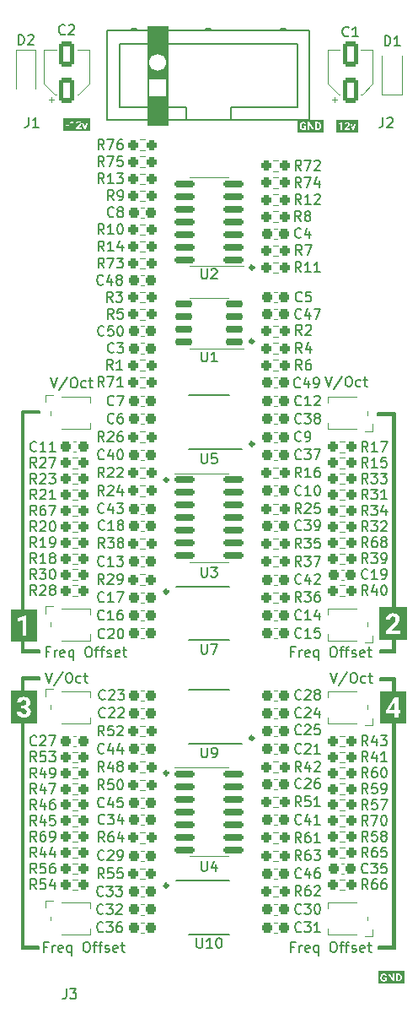
<source format=gbr>
%TF.GenerationSoftware,KiCad,Pcbnew,(6.0.11)*%
%TF.CreationDate,2023-07-06T17:15:57+01:00*%
%TF.ProjectId,Quilter_Components,5175696c-7465-4725-9f43-6f6d706f6e65,rev?*%
%TF.SameCoordinates,Original*%
%TF.FileFunction,Legend,Top*%
%TF.FilePolarity,Positive*%
%FSLAX46Y46*%
G04 Gerber Fmt 4.6, Leading zero omitted, Abs format (unit mm)*
G04 Created by KiCad (PCBNEW (6.0.11)) date 2023-07-06 17:15:57*
%MOMM*%
%LPD*%
G01*
G04 APERTURE LIST*
G04 Aperture macros list*
%AMRoundRect*
0 Rectangle with rounded corners*
0 $1 Rounding radius*
0 $2 $3 $4 $5 $6 $7 $8 $9 X,Y pos of 4 corners*
0 Add a 4 corners polygon primitive as box body*
4,1,4,$2,$3,$4,$5,$6,$7,$8,$9,$2,$3,0*
0 Add four circle primitives for the rounded corners*
1,1,$1+$1,$2,$3*
1,1,$1+$1,$4,$5*
1,1,$1+$1,$6,$7*
1,1,$1+$1,$8,$9*
0 Add four rect primitives between the rounded corners*
20,1,$1+$1,$2,$3,$4,$5,0*
20,1,$1+$1,$4,$5,$6,$7,0*
20,1,$1+$1,$6,$7,$8,$9,0*
20,1,$1+$1,$8,$9,$2,$3,0*%
G04 Aperture macros list end*
%ADD10C,0.357843*%
%ADD11C,0.150000*%
%ADD12C,0.200000*%
%ADD13C,0.120000*%
%ADD14C,0.100000*%
%ADD15RoundRect,0.237500X0.300000X0.237500X-0.300000X0.237500X-0.300000X-0.237500X0.300000X-0.237500X0*%
%ADD16RoundRect,0.150000X0.825000X0.150000X-0.825000X0.150000X-0.825000X-0.150000X0.825000X-0.150000X0*%
%ADD17RoundRect,0.237500X0.250000X0.237500X-0.250000X0.237500X-0.250000X-0.237500X0.250000X-0.237500X0*%
%ADD18R,1.200000X1.200000*%
%ADD19R,1.500000X1.600000*%
%ADD20RoundRect,0.237500X-0.300000X-0.237500X0.300000X-0.237500X0.300000X0.237500X-0.300000X0.237500X0*%
%ADD21R,1.200000X0.900000*%
%ADD22RoundRect,0.237500X-0.250000X-0.237500X0.250000X-0.237500X0.250000X0.237500X-0.250000X0.237500X0*%
%ADD23R,1.700000X1.700000*%
%ADD24C,1.700000*%
%ADD25RoundRect,0.150000X-0.825000X-0.150000X0.825000X-0.150000X0.825000X0.150000X-0.825000X0.150000X0*%
%ADD26RoundRect,0.250000X0.550000X-1.050000X0.550000X1.050000X-0.550000X1.050000X-0.550000X-1.050000X0*%
%ADD27C,2.000000*%
%ADD28R,1.200000X0.400000*%
%ADD29RoundRect,0.150000X0.725000X0.150000X-0.725000X0.150000X-0.725000X-0.150000X0.725000X-0.150000X0*%
%ADD30O,1.700000X1.700000*%
G04 APERTURE END LIST*
D10*
X66078921Y-96300000D02*
G75*
G03*
X66078921Y-96300000I-178921J0D01*
G01*
X74678921Y-75000000D02*
G75*
G03*
X74678921Y-75000000I-178921J0D01*
G01*
X66078921Y-107500000D02*
G75*
G03*
X66078921Y-107500000I-178921J0D01*
G01*
D11*
X51400000Y-143100000D02*
X53100000Y-143100000D01*
X53100000Y-143100000D02*
X53100000Y-143300000D01*
X53100000Y-143300000D02*
X51400000Y-143300000D01*
X51400000Y-143300000D02*
X51400000Y-143100000D01*
G36*
X51400000Y-143100000D02*
G01*
X53100000Y-143100000D01*
X53100000Y-143300000D01*
X51400000Y-143300000D01*
X51400000Y-143100000D01*
G37*
X51400000Y-120700000D02*
X51600000Y-120700000D01*
X51600000Y-120700000D02*
X51600000Y-143100000D01*
X51600000Y-143100000D02*
X51400000Y-143100000D01*
X51400000Y-143100000D02*
X51400000Y-120700000D01*
G36*
X51400000Y-120700000D02*
G01*
X51600000Y-120700000D01*
X51600000Y-143100000D01*
X51400000Y-143100000D01*
X51400000Y-120700000D01*
G37*
D10*
X66078921Y-125700000D02*
G75*
G03*
X66078921Y-125700000I-178921J0D01*
G01*
D11*
X87400000Y-116200000D02*
X88900000Y-116200000D01*
X88900000Y-116200000D02*
X88900000Y-116400000D01*
X88900000Y-116400000D02*
X87400000Y-116400000D01*
X87400000Y-116400000D02*
X87400000Y-116200000D01*
G36*
X87400000Y-116200000D02*
G01*
X88900000Y-116200000D01*
X88900000Y-116400000D01*
X87400000Y-116400000D01*
X87400000Y-116200000D01*
G37*
X88900000Y-112200000D02*
X88700000Y-112200000D01*
X88700000Y-112200000D02*
X88700000Y-113600000D01*
X88700000Y-113600000D02*
X88900000Y-113600000D01*
X88900000Y-113600000D02*
X88900000Y-112200000D01*
G36*
X88900000Y-112200000D02*
G01*
X88700000Y-112200000D01*
X88700000Y-113600000D01*
X88900000Y-113600000D01*
X88900000Y-112200000D01*
G37*
X51600000Y-109400000D02*
X51400000Y-109400000D01*
X51400000Y-109400000D02*
X51400000Y-89400000D01*
X51400000Y-89400000D02*
X51600000Y-89400000D01*
X51600000Y-89400000D02*
X51600000Y-109400000D01*
G36*
X51600000Y-109400000D02*
G01*
X51400000Y-109400000D01*
X51400000Y-89400000D01*
X51600000Y-89400000D01*
X51600000Y-109400000D01*
G37*
D10*
X74678921Y-92700000D02*
G75*
G03*
X74678921Y-92700000I-178921J0D01*
G01*
X66078921Y-136982843D02*
G75*
G03*
X66078921Y-136982843I-178921J0D01*
G01*
D11*
X51400000Y-113400000D02*
X53200000Y-113400000D01*
X53200000Y-113400000D02*
X53200000Y-113600000D01*
X53200000Y-113600000D02*
X51400000Y-113600000D01*
X51400000Y-113600000D02*
X51400000Y-113400000D01*
G36*
X51400000Y-113400000D02*
G01*
X53200000Y-113400000D01*
X53200000Y-113600000D01*
X51400000Y-113600000D01*
X51400000Y-113400000D01*
G37*
X51400000Y-89400000D02*
X53200000Y-89400000D01*
X53200000Y-89400000D02*
X53200000Y-89600000D01*
X53200000Y-89600000D02*
X51400000Y-89600000D01*
X51400000Y-89600000D02*
X51400000Y-89400000D01*
G36*
X51400000Y-89400000D02*
G01*
X53200000Y-89400000D01*
X53200000Y-89600000D01*
X51400000Y-89600000D01*
X51400000Y-89400000D01*
G37*
X51400000Y-117500000D02*
X51600000Y-117500000D01*
X51600000Y-117500000D02*
X51600000Y-116100000D01*
X51600000Y-116100000D02*
X51400000Y-116100000D01*
X51400000Y-116100000D02*
X51400000Y-117500000D01*
G36*
X51400000Y-117500000D02*
G01*
X51600000Y-117500000D01*
X51600000Y-116100000D01*
X51400000Y-116100000D01*
X51400000Y-117500000D01*
G37*
X87100000Y-89600000D02*
X88900000Y-89600000D01*
X88900000Y-89600000D02*
X88900000Y-89800000D01*
X88900000Y-89800000D02*
X87100000Y-89800000D01*
X87100000Y-89800000D02*
X87100000Y-89600000D01*
G36*
X87100000Y-89600000D02*
G01*
X88900000Y-89600000D01*
X88900000Y-89800000D01*
X87100000Y-89800000D01*
X87100000Y-89600000D01*
G37*
X51600000Y-112200000D02*
X51400000Y-112200000D01*
X51400000Y-112200000D02*
X51400000Y-113600000D01*
X51400000Y-113600000D02*
X51600000Y-113600000D01*
X51600000Y-113600000D02*
X51600000Y-112200000D01*
G36*
X51600000Y-112200000D02*
G01*
X51400000Y-112200000D01*
X51400000Y-113600000D01*
X51600000Y-113600000D01*
X51600000Y-112200000D01*
G37*
X51400000Y-116100000D02*
X53200000Y-116100000D01*
X53200000Y-116100000D02*
X53200000Y-116300000D01*
X53200000Y-116300000D02*
X51400000Y-116300000D01*
X51400000Y-116300000D02*
X51400000Y-116100000D01*
G36*
X51400000Y-116100000D02*
G01*
X53200000Y-116100000D01*
X53200000Y-116300000D01*
X51400000Y-116300000D01*
X51400000Y-116100000D01*
G37*
X88900000Y-109400000D02*
X88700000Y-109400000D01*
X88700000Y-109400000D02*
X88700000Y-89700000D01*
X88700000Y-89700000D02*
X88900000Y-89700000D01*
X88900000Y-89700000D02*
X88900000Y-109400000D01*
G36*
X88900000Y-109400000D02*
G01*
X88700000Y-109400000D01*
X88700000Y-89700000D01*
X88900000Y-89700000D01*
X88900000Y-109400000D01*
G37*
D10*
X74678921Y-82400000D02*
G75*
G03*
X74678921Y-82400000I-178921J0D01*
G01*
D11*
X87250000Y-143100000D02*
X88850000Y-143100000D01*
X88850000Y-143100000D02*
X88850000Y-143300000D01*
X88850000Y-143300000D02*
X87250000Y-143300000D01*
X87250000Y-143300000D02*
X87250000Y-143100000D01*
G36*
X87250000Y-143100000D02*
G01*
X88850000Y-143100000D01*
X88850000Y-143300000D01*
X87250000Y-143300000D01*
X87250000Y-143100000D01*
G37*
X88700000Y-117500000D02*
X88900000Y-117500000D01*
X88900000Y-117500000D02*
X88900000Y-116200000D01*
X88900000Y-116200000D02*
X88700000Y-116200000D01*
X88700000Y-116200000D02*
X88700000Y-117500000D01*
G36*
X88700000Y-117500000D02*
G01*
X88900000Y-117500000D01*
X88900000Y-116200000D01*
X88700000Y-116200000D01*
X88700000Y-117500000D01*
G37*
D10*
X74678921Y-122200000D02*
G75*
G03*
X74678921Y-122200000I-178921J0D01*
G01*
D11*
X87350000Y-113400000D02*
X88850000Y-113400000D01*
X88850000Y-113400000D02*
X88850000Y-113600000D01*
X88850000Y-113600000D02*
X87350000Y-113600000D01*
X87350000Y-113600000D02*
X87350000Y-113400000D01*
G36*
X87350000Y-113400000D02*
G01*
X88850000Y-113400000D01*
X88850000Y-113600000D01*
X87350000Y-113600000D01*
X87350000Y-113400000D01*
G37*
X88700000Y-120700000D02*
X88900000Y-120700000D01*
X88900000Y-120700000D02*
X88900000Y-143300000D01*
X88900000Y-143300000D02*
X88700000Y-143300000D01*
X88700000Y-143300000D02*
X88700000Y-120700000D01*
G36*
X88700000Y-120700000D02*
G01*
X88900000Y-120700000D01*
X88900000Y-143300000D01*
X88700000Y-143300000D01*
X88700000Y-120700000D01*
G37*
D12*
X53957142Y-143128571D02*
X53623809Y-143128571D01*
X53623809Y-143652380D02*
X53623809Y-142652380D01*
X54100000Y-142652380D01*
X54480952Y-143652380D02*
X54480952Y-142985714D01*
X54480952Y-143176190D02*
X54528571Y-143080952D01*
X54576190Y-143033333D01*
X54671428Y-142985714D01*
X54766666Y-142985714D01*
X55480952Y-143604761D02*
X55385714Y-143652380D01*
X55195238Y-143652380D01*
X55100000Y-143604761D01*
X55052380Y-143509523D01*
X55052380Y-143128571D01*
X55100000Y-143033333D01*
X55195238Y-142985714D01*
X55385714Y-142985714D01*
X55480952Y-143033333D01*
X55528571Y-143128571D01*
X55528571Y-143223809D01*
X55052380Y-143319047D01*
X56385714Y-142985714D02*
X56385714Y-143985714D01*
X56385714Y-143604761D02*
X56290476Y-143652380D01*
X56100000Y-143652380D01*
X56004761Y-143604761D01*
X55957142Y-143557142D01*
X55909523Y-143461904D01*
X55909523Y-143176190D01*
X55957142Y-143080952D01*
X56004761Y-143033333D01*
X56100000Y-142985714D01*
X56290476Y-142985714D01*
X56385714Y-143033333D01*
X57814285Y-142652380D02*
X58004761Y-142652380D01*
X58100000Y-142700000D01*
X58195238Y-142795238D01*
X58242857Y-142985714D01*
X58242857Y-143319047D01*
X58195238Y-143509523D01*
X58100000Y-143604761D01*
X58004761Y-143652380D01*
X57814285Y-143652380D01*
X57719047Y-143604761D01*
X57623809Y-143509523D01*
X57576190Y-143319047D01*
X57576190Y-142985714D01*
X57623809Y-142795238D01*
X57719047Y-142700000D01*
X57814285Y-142652380D01*
X58528571Y-142985714D02*
X58909523Y-142985714D01*
X58671428Y-143652380D02*
X58671428Y-142795238D01*
X58719047Y-142700000D01*
X58814285Y-142652380D01*
X58909523Y-142652380D01*
X59100000Y-142985714D02*
X59480952Y-142985714D01*
X59242857Y-143652380D02*
X59242857Y-142795238D01*
X59290476Y-142700000D01*
X59385714Y-142652380D01*
X59480952Y-142652380D01*
X59766666Y-143604761D02*
X59861904Y-143652380D01*
X60052380Y-143652380D01*
X60147619Y-143604761D01*
X60195238Y-143509523D01*
X60195238Y-143461904D01*
X60147619Y-143366666D01*
X60052380Y-143319047D01*
X59909523Y-143319047D01*
X59814285Y-143271428D01*
X59766666Y-143176190D01*
X59766666Y-143128571D01*
X59814285Y-143033333D01*
X59909523Y-142985714D01*
X60052380Y-142985714D01*
X60147619Y-143033333D01*
X61004761Y-143604761D02*
X60909523Y-143652380D01*
X60719047Y-143652380D01*
X60623809Y-143604761D01*
X60576190Y-143509523D01*
X60576190Y-143128571D01*
X60623809Y-143033333D01*
X60719047Y-142985714D01*
X60909523Y-142985714D01*
X61004761Y-143033333D01*
X61052380Y-143128571D01*
X61052380Y-143223809D01*
X60576190Y-143319047D01*
X61338095Y-142985714D02*
X61719047Y-142985714D01*
X61480952Y-142652380D02*
X61480952Y-143509523D01*
X61528571Y-143604761D01*
X61623809Y-143652380D01*
X61719047Y-143652380D01*
X78757142Y-143128571D02*
X78423809Y-143128571D01*
X78423809Y-143652380D02*
X78423809Y-142652380D01*
X78900000Y-142652380D01*
X79280952Y-143652380D02*
X79280952Y-142985714D01*
X79280952Y-143176190D02*
X79328571Y-143080952D01*
X79376190Y-143033333D01*
X79471428Y-142985714D01*
X79566666Y-142985714D01*
X80280952Y-143604761D02*
X80185714Y-143652380D01*
X79995238Y-143652380D01*
X79900000Y-143604761D01*
X79852380Y-143509523D01*
X79852380Y-143128571D01*
X79900000Y-143033333D01*
X79995238Y-142985714D01*
X80185714Y-142985714D01*
X80280952Y-143033333D01*
X80328571Y-143128571D01*
X80328571Y-143223809D01*
X79852380Y-143319047D01*
X81185714Y-142985714D02*
X81185714Y-143985714D01*
X81185714Y-143604761D02*
X81090476Y-143652380D01*
X80900000Y-143652380D01*
X80804761Y-143604761D01*
X80757142Y-143557142D01*
X80709523Y-143461904D01*
X80709523Y-143176190D01*
X80757142Y-143080952D01*
X80804761Y-143033333D01*
X80900000Y-142985714D01*
X81090476Y-142985714D01*
X81185714Y-143033333D01*
X82614285Y-142652380D02*
X82804761Y-142652380D01*
X82900000Y-142700000D01*
X82995238Y-142795238D01*
X83042857Y-142985714D01*
X83042857Y-143319047D01*
X82995238Y-143509523D01*
X82900000Y-143604761D01*
X82804761Y-143652380D01*
X82614285Y-143652380D01*
X82519047Y-143604761D01*
X82423809Y-143509523D01*
X82376190Y-143319047D01*
X82376190Y-142985714D01*
X82423809Y-142795238D01*
X82519047Y-142700000D01*
X82614285Y-142652380D01*
X83328571Y-142985714D02*
X83709523Y-142985714D01*
X83471428Y-143652380D02*
X83471428Y-142795238D01*
X83519047Y-142700000D01*
X83614285Y-142652380D01*
X83709523Y-142652380D01*
X83900000Y-142985714D02*
X84280952Y-142985714D01*
X84042857Y-143652380D02*
X84042857Y-142795238D01*
X84090476Y-142700000D01*
X84185714Y-142652380D01*
X84280952Y-142652380D01*
X84566666Y-143604761D02*
X84661904Y-143652380D01*
X84852380Y-143652380D01*
X84947619Y-143604761D01*
X84995238Y-143509523D01*
X84995238Y-143461904D01*
X84947619Y-143366666D01*
X84852380Y-143319047D01*
X84709523Y-143319047D01*
X84614285Y-143271428D01*
X84566666Y-143176190D01*
X84566666Y-143128571D01*
X84614285Y-143033333D01*
X84709523Y-142985714D01*
X84852380Y-142985714D01*
X84947619Y-143033333D01*
X85804761Y-143604761D02*
X85709523Y-143652380D01*
X85519047Y-143652380D01*
X85423809Y-143604761D01*
X85376190Y-143509523D01*
X85376190Y-143128571D01*
X85423809Y-143033333D01*
X85519047Y-142985714D01*
X85709523Y-142985714D01*
X85804761Y-143033333D01*
X85852380Y-143128571D01*
X85852380Y-143223809D01*
X85376190Y-143319047D01*
X86138095Y-142985714D02*
X86519047Y-142985714D01*
X86280952Y-142652380D02*
X86280952Y-143509523D01*
X86328571Y-143604761D01*
X86423809Y-143652380D01*
X86519047Y-143652380D01*
X54157142Y-113528571D02*
X53823809Y-113528571D01*
X53823809Y-114052380D02*
X53823809Y-113052380D01*
X54300000Y-113052380D01*
X54680952Y-114052380D02*
X54680952Y-113385714D01*
X54680952Y-113576190D02*
X54728571Y-113480952D01*
X54776190Y-113433333D01*
X54871428Y-113385714D01*
X54966666Y-113385714D01*
X55680952Y-114004761D02*
X55585714Y-114052380D01*
X55395238Y-114052380D01*
X55300000Y-114004761D01*
X55252380Y-113909523D01*
X55252380Y-113528571D01*
X55300000Y-113433333D01*
X55395238Y-113385714D01*
X55585714Y-113385714D01*
X55680952Y-113433333D01*
X55728571Y-113528571D01*
X55728571Y-113623809D01*
X55252380Y-113719047D01*
X56585714Y-113385714D02*
X56585714Y-114385714D01*
X56585714Y-114004761D02*
X56490476Y-114052380D01*
X56300000Y-114052380D01*
X56204761Y-114004761D01*
X56157142Y-113957142D01*
X56109523Y-113861904D01*
X56109523Y-113576190D01*
X56157142Y-113480952D01*
X56204761Y-113433333D01*
X56300000Y-113385714D01*
X56490476Y-113385714D01*
X56585714Y-113433333D01*
X58014285Y-113052380D02*
X58204761Y-113052380D01*
X58300000Y-113100000D01*
X58395238Y-113195238D01*
X58442857Y-113385714D01*
X58442857Y-113719047D01*
X58395238Y-113909523D01*
X58300000Y-114004761D01*
X58204761Y-114052380D01*
X58014285Y-114052380D01*
X57919047Y-114004761D01*
X57823809Y-113909523D01*
X57776190Y-113719047D01*
X57776190Y-113385714D01*
X57823809Y-113195238D01*
X57919047Y-113100000D01*
X58014285Y-113052380D01*
X58728571Y-113385714D02*
X59109523Y-113385714D01*
X58871428Y-114052380D02*
X58871428Y-113195238D01*
X58919047Y-113100000D01*
X59014285Y-113052380D01*
X59109523Y-113052380D01*
X59300000Y-113385714D02*
X59680952Y-113385714D01*
X59442857Y-114052380D02*
X59442857Y-113195238D01*
X59490476Y-113100000D01*
X59585714Y-113052380D01*
X59680952Y-113052380D01*
X59966666Y-114004761D02*
X60061904Y-114052380D01*
X60252380Y-114052380D01*
X60347619Y-114004761D01*
X60395238Y-113909523D01*
X60395238Y-113861904D01*
X60347619Y-113766666D01*
X60252380Y-113719047D01*
X60109523Y-113719047D01*
X60014285Y-113671428D01*
X59966666Y-113576190D01*
X59966666Y-113528571D01*
X60014285Y-113433333D01*
X60109523Y-113385714D01*
X60252380Y-113385714D01*
X60347619Y-113433333D01*
X61204761Y-114004761D02*
X61109523Y-114052380D01*
X60919047Y-114052380D01*
X60823809Y-114004761D01*
X60776190Y-113909523D01*
X60776190Y-113528571D01*
X60823809Y-113433333D01*
X60919047Y-113385714D01*
X61109523Y-113385714D01*
X61204761Y-113433333D01*
X61252380Y-113528571D01*
X61252380Y-113623809D01*
X60776190Y-113719047D01*
X61538095Y-113385714D02*
X61919047Y-113385714D01*
X61680952Y-113052380D02*
X61680952Y-113909523D01*
X61728571Y-114004761D01*
X61823809Y-114052380D01*
X61919047Y-114052380D01*
D11*
X55866666Y-147352380D02*
X55866666Y-148066666D01*
X55819047Y-148209523D01*
X55723809Y-148304761D01*
X55580952Y-148352380D01*
X55485714Y-148352380D01*
X56247619Y-147352380D02*
X56866666Y-147352380D01*
X56533333Y-147733333D01*
X56676190Y-147733333D01*
X56771428Y-147780952D01*
X56819047Y-147828571D01*
X56866666Y-147923809D01*
X56866666Y-148161904D01*
X56819047Y-148257142D01*
X56771428Y-148304761D01*
X56676190Y-148352380D01*
X56390476Y-148352380D01*
X56295238Y-148304761D01*
X56247619Y-148257142D01*
D12*
X81904761Y-85952380D02*
X82238095Y-86952380D01*
X82571428Y-85952380D01*
X83619047Y-85904761D02*
X82761904Y-87190476D01*
X84142857Y-85952380D02*
X84333333Y-85952380D01*
X84428571Y-86000000D01*
X84523809Y-86095238D01*
X84571428Y-86285714D01*
X84571428Y-86619047D01*
X84523809Y-86809523D01*
X84428571Y-86904761D01*
X84333333Y-86952380D01*
X84142857Y-86952380D01*
X84047619Y-86904761D01*
X83952380Y-86809523D01*
X83904761Y-86619047D01*
X83904761Y-86285714D01*
X83952380Y-86095238D01*
X84047619Y-86000000D01*
X84142857Y-85952380D01*
X85428571Y-86904761D02*
X85333333Y-86952380D01*
X85142857Y-86952380D01*
X85047619Y-86904761D01*
X85000000Y-86857142D01*
X84952380Y-86761904D01*
X84952380Y-86476190D01*
X85000000Y-86380952D01*
X85047619Y-86333333D01*
X85142857Y-86285714D01*
X85333333Y-86285714D01*
X85428571Y-86333333D01*
X85714285Y-86285714D02*
X86095238Y-86285714D01*
X85857142Y-85952380D02*
X85857142Y-86809523D01*
X85904761Y-86904761D01*
X86000000Y-86952380D01*
X86095238Y-86952380D01*
X54304761Y-86052380D02*
X54638095Y-87052380D01*
X54971428Y-86052380D01*
X56019047Y-86004761D02*
X55161904Y-87290476D01*
X56542857Y-86052380D02*
X56733333Y-86052380D01*
X56828571Y-86100000D01*
X56923809Y-86195238D01*
X56971428Y-86385714D01*
X56971428Y-86719047D01*
X56923809Y-86909523D01*
X56828571Y-87004761D01*
X56733333Y-87052380D01*
X56542857Y-87052380D01*
X56447619Y-87004761D01*
X56352380Y-86909523D01*
X56304761Y-86719047D01*
X56304761Y-86385714D01*
X56352380Y-86195238D01*
X56447619Y-86100000D01*
X56542857Y-86052380D01*
X57828571Y-87004761D02*
X57733333Y-87052380D01*
X57542857Y-87052380D01*
X57447619Y-87004761D01*
X57399999Y-86957142D01*
X57352380Y-86861904D01*
X57352380Y-86576190D01*
X57399999Y-86480952D01*
X57447619Y-86433333D01*
X57542857Y-86385714D01*
X57733333Y-86385714D01*
X57828571Y-86433333D01*
X58114285Y-86385714D02*
X58495238Y-86385714D01*
X58257142Y-86052380D02*
X58257142Y-86909523D01*
X58304761Y-87004761D01*
X58399999Y-87052380D01*
X58495238Y-87052380D01*
X53804761Y-115652380D02*
X54138095Y-116652380D01*
X54471428Y-115652380D01*
X55519047Y-115604761D02*
X54661904Y-116890476D01*
X56042857Y-115652380D02*
X56233333Y-115652380D01*
X56328571Y-115700000D01*
X56423809Y-115795238D01*
X56471428Y-115985714D01*
X56471428Y-116319047D01*
X56423809Y-116509523D01*
X56328571Y-116604761D01*
X56233333Y-116652380D01*
X56042857Y-116652380D01*
X55947619Y-116604761D01*
X55852380Y-116509523D01*
X55804761Y-116319047D01*
X55804761Y-115985714D01*
X55852380Y-115795238D01*
X55947619Y-115700000D01*
X56042857Y-115652380D01*
X57328571Y-116604761D02*
X57233333Y-116652380D01*
X57042857Y-116652380D01*
X56947619Y-116604761D01*
X56899999Y-116557142D01*
X56852380Y-116461904D01*
X56852380Y-116176190D01*
X56899999Y-116080952D01*
X56947619Y-116033333D01*
X57042857Y-115985714D01*
X57233333Y-115985714D01*
X57328571Y-116033333D01*
X57614285Y-115985714D02*
X57995238Y-115985714D01*
X57757142Y-115652380D02*
X57757142Y-116509523D01*
X57804761Y-116604761D01*
X57899999Y-116652380D01*
X57995238Y-116652380D01*
D11*
X52066666Y-59952380D02*
X52066666Y-60666666D01*
X52019047Y-60809523D01*
X51923809Y-60904761D01*
X51780952Y-60952380D01*
X51685714Y-60952380D01*
X53066666Y-60952380D02*
X52495238Y-60952380D01*
X52780952Y-60952380D02*
X52780952Y-59952380D01*
X52685714Y-60095238D01*
X52590476Y-60190476D01*
X52495238Y-60238095D01*
X87666666Y-59952380D02*
X87666666Y-60666666D01*
X87619047Y-60809523D01*
X87523809Y-60904761D01*
X87380952Y-60952380D01*
X87285714Y-60952380D01*
X88095238Y-60047619D02*
X88142857Y-60000000D01*
X88238095Y-59952380D01*
X88476190Y-59952380D01*
X88571428Y-60000000D01*
X88619047Y-60047619D01*
X88666666Y-60142857D01*
X88666666Y-60238095D01*
X88619047Y-60380952D01*
X88047619Y-60952380D01*
X88666666Y-60952380D01*
D12*
X78757142Y-113528571D02*
X78423809Y-113528571D01*
X78423809Y-114052380D02*
X78423809Y-113052380D01*
X78900000Y-113052380D01*
X79280952Y-114052380D02*
X79280952Y-113385714D01*
X79280952Y-113576190D02*
X79328571Y-113480952D01*
X79376190Y-113433333D01*
X79471428Y-113385714D01*
X79566666Y-113385714D01*
X80280952Y-114004761D02*
X80185714Y-114052380D01*
X79995238Y-114052380D01*
X79900000Y-114004761D01*
X79852380Y-113909523D01*
X79852380Y-113528571D01*
X79900000Y-113433333D01*
X79995238Y-113385714D01*
X80185714Y-113385714D01*
X80280952Y-113433333D01*
X80328571Y-113528571D01*
X80328571Y-113623809D01*
X79852380Y-113719047D01*
X81185714Y-113385714D02*
X81185714Y-114385714D01*
X81185714Y-114004761D02*
X81090476Y-114052380D01*
X80900000Y-114052380D01*
X80804761Y-114004761D01*
X80757142Y-113957142D01*
X80709523Y-113861904D01*
X80709523Y-113576190D01*
X80757142Y-113480952D01*
X80804761Y-113433333D01*
X80900000Y-113385714D01*
X81090476Y-113385714D01*
X81185714Y-113433333D01*
X82614285Y-113052380D02*
X82804761Y-113052380D01*
X82900000Y-113100000D01*
X82995238Y-113195238D01*
X83042857Y-113385714D01*
X83042857Y-113719047D01*
X82995238Y-113909523D01*
X82900000Y-114004761D01*
X82804761Y-114052380D01*
X82614285Y-114052380D01*
X82519047Y-114004761D01*
X82423809Y-113909523D01*
X82376190Y-113719047D01*
X82376190Y-113385714D01*
X82423809Y-113195238D01*
X82519047Y-113100000D01*
X82614285Y-113052380D01*
X83328571Y-113385714D02*
X83709523Y-113385714D01*
X83471428Y-114052380D02*
X83471428Y-113195238D01*
X83519047Y-113100000D01*
X83614285Y-113052380D01*
X83709523Y-113052380D01*
X83900000Y-113385714D02*
X84280952Y-113385714D01*
X84042857Y-114052380D02*
X84042857Y-113195238D01*
X84090476Y-113100000D01*
X84185714Y-113052380D01*
X84280952Y-113052380D01*
X84566666Y-114004761D02*
X84661904Y-114052380D01*
X84852380Y-114052380D01*
X84947619Y-114004761D01*
X84995238Y-113909523D01*
X84995238Y-113861904D01*
X84947619Y-113766666D01*
X84852380Y-113719047D01*
X84709523Y-113719047D01*
X84614285Y-113671428D01*
X84566666Y-113576190D01*
X84566666Y-113528571D01*
X84614285Y-113433333D01*
X84709523Y-113385714D01*
X84852380Y-113385714D01*
X84947619Y-113433333D01*
X85804761Y-114004761D02*
X85709523Y-114052380D01*
X85519047Y-114052380D01*
X85423809Y-114004761D01*
X85376190Y-113909523D01*
X85376190Y-113528571D01*
X85423809Y-113433333D01*
X85519047Y-113385714D01*
X85709523Y-113385714D01*
X85804761Y-113433333D01*
X85852380Y-113528571D01*
X85852380Y-113623809D01*
X85376190Y-113719047D01*
X86138095Y-113385714D02*
X86519047Y-113385714D01*
X86280952Y-113052380D02*
X86280952Y-113909523D01*
X86328571Y-114004761D01*
X86423809Y-114052380D01*
X86519047Y-114052380D01*
X82404761Y-115652380D02*
X82738095Y-116652380D01*
X83071428Y-115652380D01*
X84119047Y-115604761D02*
X83261904Y-116890476D01*
X84642857Y-115652380D02*
X84833333Y-115652380D01*
X84928571Y-115700000D01*
X85023809Y-115795238D01*
X85071428Y-115985714D01*
X85071428Y-116319047D01*
X85023809Y-116509523D01*
X84928571Y-116604761D01*
X84833333Y-116652380D01*
X84642857Y-116652380D01*
X84547619Y-116604761D01*
X84452380Y-116509523D01*
X84404761Y-116319047D01*
X84404761Y-115985714D01*
X84452380Y-115795238D01*
X84547619Y-115700000D01*
X84642857Y-115652380D01*
X85928571Y-116604761D02*
X85833333Y-116652380D01*
X85642857Y-116652380D01*
X85547619Y-116604761D01*
X85500000Y-116557142D01*
X85452380Y-116461904D01*
X85452380Y-116176190D01*
X85500000Y-116080952D01*
X85547619Y-116033333D01*
X85642857Y-115985714D01*
X85833333Y-115985714D01*
X85928571Y-116033333D01*
X86214285Y-115985714D02*
X86595238Y-115985714D01*
X86357142Y-115652380D02*
X86357142Y-116509523D01*
X86404761Y-116604761D01*
X86500000Y-116652380D01*
X86595238Y-116652380D01*
D11*
%TO.C,C33*%
X59557142Y-137957142D02*
X59509523Y-138004761D01*
X59366666Y-138052380D01*
X59271428Y-138052380D01*
X59128571Y-138004761D01*
X59033333Y-137909523D01*
X58985714Y-137814285D01*
X58938095Y-137623809D01*
X58938095Y-137480952D01*
X58985714Y-137290476D01*
X59033333Y-137195238D01*
X59128571Y-137100000D01*
X59271428Y-137052380D01*
X59366666Y-137052380D01*
X59509523Y-137100000D01*
X59557142Y-137147619D01*
X59890476Y-137052380D02*
X60509523Y-137052380D01*
X60176190Y-137433333D01*
X60319047Y-137433333D01*
X60414285Y-137480952D01*
X60461904Y-137528571D01*
X60509523Y-137623809D01*
X60509523Y-137861904D01*
X60461904Y-137957142D01*
X60414285Y-138004761D01*
X60319047Y-138052380D01*
X60033333Y-138052380D01*
X59938095Y-138004761D01*
X59890476Y-137957142D01*
X60842857Y-137052380D02*
X61461904Y-137052380D01*
X61128571Y-137433333D01*
X61271428Y-137433333D01*
X61366666Y-137480952D01*
X61414285Y-137528571D01*
X61461904Y-137623809D01*
X61461904Y-137861904D01*
X61414285Y-137957142D01*
X61366666Y-138004761D01*
X61271428Y-138052380D01*
X60985714Y-138052380D01*
X60890476Y-138004761D01*
X60842857Y-137957142D01*
%TO.C,U2*%
X69438095Y-75132380D02*
X69438095Y-75941904D01*
X69485714Y-76037142D01*
X69533333Y-76084761D01*
X69628571Y-76132380D01*
X69819047Y-76132380D01*
X69914285Y-76084761D01*
X69961904Y-76037142D01*
X70009523Y-75941904D01*
X70009523Y-75132380D01*
X70438095Y-75227619D02*
X70485714Y-75180000D01*
X70580952Y-75132380D01*
X70819047Y-75132380D01*
X70914285Y-75180000D01*
X70961904Y-75227619D01*
X71009523Y-75322857D01*
X71009523Y-75418095D01*
X70961904Y-75560952D01*
X70390476Y-76132380D01*
X71009523Y-76132380D01*
%TO.C,R44*%
X52857142Y-134152380D02*
X52523809Y-133676190D01*
X52285714Y-134152380D02*
X52285714Y-133152380D01*
X52666666Y-133152380D01*
X52761904Y-133200000D01*
X52809523Y-133247619D01*
X52857142Y-133342857D01*
X52857142Y-133485714D01*
X52809523Y-133580952D01*
X52761904Y-133628571D01*
X52666666Y-133676190D01*
X52285714Y-133676190D01*
X53714285Y-133485714D02*
X53714285Y-134152380D01*
X53476190Y-133104761D02*
X53238095Y-133819047D01*
X53857142Y-133819047D01*
X54666666Y-133485714D02*
X54666666Y-134152380D01*
X54428571Y-133104761D02*
X54190476Y-133819047D01*
X54809523Y-133819047D01*
%TO.C,R23*%
X52857142Y-96682380D02*
X52523809Y-96206190D01*
X52285714Y-96682380D02*
X52285714Y-95682380D01*
X52666666Y-95682380D01*
X52761904Y-95730000D01*
X52809523Y-95777619D01*
X52857142Y-95872857D01*
X52857142Y-96015714D01*
X52809523Y-96110952D01*
X52761904Y-96158571D01*
X52666666Y-96206190D01*
X52285714Y-96206190D01*
X53238095Y-95777619D02*
X53285714Y-95730000D01*
X53380952Y-95682380D01*
X53619047Y-95682380D01*
X53714285Y-95730000D01*
X53761904Y-95777619D01*
X53809523Y-95872857D01*
X53809523Y-95968095D01*
X53761904Y-96110952D01*
X53190476Y-96682380D01*
X53809523Y-96682380D01*
X54142857Y-95682380D02*
X54761904Y-95682380D01*
X54428571Y-96063333D01*
X54571428Y-96063333D01*
X54666666Y-96110952D01*
X54714285Y-96158571D01*
X54761904Y-96253809D01*
X54761904Y-96491904D01*
X54714285Y-96587142D01*
X54666666Y-96634761D01*
X54571428Y-96682380D01*
X54285714Y-96682380D01*
X54190476Y-96634761D01*
X54142857Y-96587142D01*
%TO.C,C4*%
X79433333Y-71957142D02*
X79385714Y-72004761D01*
X79242857Y-72052380D01*
X79147619Y-72052380D01*
X79004761Y-72004761D01*
X78909523Y-71909523D01*
X78861904Y-71814285D01*
X78814285Y-71623809D01*
X78814285Y-71480952D01*
X78861904Y-71290476D01*
X78909523Y-71195238D01*
X79004761Y-71100000D01*
X79147619Y-71052380D01*
X79242857Y-71052380D01*
X79385714Y-71100000D01*
X79433333Y-71147619D01*
X80290476Y-71385714D02*
X80290476Y-72052380D01*
X80052380Y-71004761D02*
X79814285Y-71719047D01*
X80433333Y-71719047D01*
%TO.C,D1*%
X87861904Y-52752380D02*
X87861904Y-51752380D01*
X88100000Y-51752380D01*
X88242857Y-51800000D01*
X88338095Y-51895238D01*
X88385714Y-51990476D01*
X88433333Y-52180952D01*
X88433333Y-52323809D01*
X88385714Y-52514285D01*
X88338095Y-52609523D01*
X88242857Y-52704761D01*
X88100000Y-52752380D01*
X87861904Y-52752380D01*
X89385714Y-52752380D02*
X88814285Y-52752380D01*
X89100000Y-52752380D02*
X89100000Y-51752380D01*
X89004761Y-51895238D01*
X88909523Y-51990476D01*
X88814285Y-52038095D01*
%TO.C,R53*%
X52857142Y-124552380D02*
X52523809Y-124076190D01*
X52285714Y-124552380D02*
X52285714Y-123552380D01*
X52666666Y-123552380D01*
X52761904Y-123600000D01*
X52809523Y-123647619D01*
X52857142Y-123742857D01*
X52857142Y-123885714D01*
X52809523Y-123980952D01*
X52761904Y-124028571D01*
X52666666Y-124076190D01*
X52285714Y-124076190D01*
X53761904Y-123552380D02*
X53285714Y-123552380D01*
X53238095Y-124028571D01*
X53285714Y-123980952D01*
X53380952Y-123933333D01*
X53619047Y-123933333D01*
X53714285Y-123980952D01*
X53761904Y-124028571D01*
X53809523Y-124123809D01*
X53809523Y-124361904D01*
X53761904Y-124457142D01*
X53714285Y-124504761D01*
X53619047Y-124552380D01*
X53380952Y-124552380D01*
X53285714Y-124504761D01*
X53238095Y-124457142D01*
X54142857Y-123552380D02*
X54761904Y-123552380D01*
X54428571Y-123933333D01*
X54571428Y-123933333D01*
X54666666Y-123980952D01*
X54714285Y-124028571D01*
X54761904Y-124123809D01*
X54761904Y-124361904D01*
X54714285Y-124457142D01*
X54666666Y-124504761D01*
X54571428Y-124552380D01*
X54285714Y-124552380D01*
X54190476Y-124504761D01*
X54142857Y-124457142D01*
%TO.C,C38*%
X79457142Y-90557142D02*
X79409523Y-90604761D01*
X79266666Y-90652380D01*
X79171428Y-90652380D01*
X79028571Y-90604761D01*
X78933333Y-90509523D01*
X78885714Y-90414285D01*
X78838095Y-90223809D01*
X78838095Y-90080952D01*
X78885714Y-89890476D01*
X78933333Y-89795238D01*
X79028571Y-89700000D01*
X79171428Y-89652380D01*
X79266666Y-89652380D01*
X79409523Y-89700000D01*
X79457142Y-89747619D01*
X79790476Y-89652380D02*
X80409523Y-89652380D01*
X80076190Y-90033333D01*
X80219047Y-90033333D01*
X80314285Y-90080952D01*
X80361904Y-90128571D01*
X80409523Y-90223809D01*
X80409523Y-90461904D01*
X80361904Y-90557142D01*
X80314285Y-90604761D01*
X80219047Y-90652380D01*
X79933333Y-90652380D01*
X79838095Y-90604761D01*
X79790476Y-90557142D01*
X80980952Y-90080952D02*
X80885714Y-90033333D01*
X80838095Y-89985714D01*
X80790476Y-89890476D01*
X80790476Y-89842857D01*
X80838095Y-89747619D01*
X80885714Y-89700000D01*
X80980952Y-89652380D01*
X81171428Y-89652380D01*
X81266666Y-89700000D01*
X81314285Y-89747619D01*
X81361904Y-89842857D01*
X81361904Y-89890476D01*
X81314285Y-89985714D01*
X81266666Y-90033333D01*
X81171428Y-90080952D01*
X80980952Y-90080952D01*
X80885714Y-90128571D01*
X80838095Y-90176190D01*
X80790476Y-90271428D01*
X80790476Y-90461904D01*
X80838095Y-90557142D01*
X80885714Y-90604761D01*
X80980952Y-90652380D01*
X81171428Y-90652380D01*
X81266666Y-90604761D01*
X81314285Y-90557142D01*
X81361904Y-90461904D01*
X81361904Y-90271428D01*
X81314285Y-90176190D01*
X81266666Y-90128571D01*
X81171428Y-90080952D01*
%TO.C,R65*%
X86157142Y-134152380D02*
X85823809Y-133676190D01*
X85585714Y-134152380D02*
X85585714Y-133152380D01*
X85966666Y-133152380D01*
X86061904Y-133200000D01*
X86109523Y-133247619D01*
X86157142Y-133342857D01*
X86157142Y-133485714D01*
X86109523Y-133580952D01*
X86061904Y-133628571D01*
X85966666Y-133676190D01*
X85585714Y-133676190D01*
X87014285Y-133152380D02*
X86823809Y-133152380D01*
X86728571Y-133200000D01*
X86680952Y-133247619D01*
X86585714Y-133390476D01*
X86538095Y-133580952D01*
X86538095Y-133961904D01*
X86585714Y-134057142D01*
X86633333Y-134104761D01*
X86728571Y-134152380D01*
X86919047Y-134152380D01*
X87014285Y-134104761D01*
X87061904Y-134057142D01*
X87109523Y-133961904D01*
X87109523Y-133723809D01*
X87061904Y-133628571D01*
X87014285Y-133580952D01*
X86919047Y-133533333D01*
X86728571Y-133533333D01*
X86633333Y-133580952D01*
X86585714Y-133628571D01*
X86538095Y-133723809D01*
X88014285Y-133152380D02*
X87538095Y-133152380D01*
X87490476Y-133628571D01*
X87538095Y-133580952D01*
X87633333Y-133533333D01*
X87871428Y-133533333D01*
X87966666Y-133580952D01*
X88014285Y-133628571D01*
X88061904Y-133723809D01*
X88061904Y-133961904D01*
X88014285Y-134057142D01*
X87966666Y-134104761D01*
X87871428Y-134152380D01*
X87633333Y-134152380D01*
X87538095Y-134104761D01*
X87490476Y-134057142D01*
%TO.C,C45*%
X59657142Y-129057142D02*
X59609523Y-129104761D01*
X59466666Y-129152380D01*
X59371428Y-129152380D01*
X59228571Y-129104761D01*
X59133333Y-129009523D01*
X59085714Y-128914285D01*
X59038095Y-128723809D01*
X59038095Y-128580952D01*
X59085714Y-128390476D01*
X59133333Y-128295238D01*
X59228571Y-128200000D01*
X59371428Y-128152380D01*
X59466666Y-128152380D01*
X59609523Y-128200000D01*
X59657142Y-128247619D01*
X60514285Y-128485714D02*
X60514285Y-129152380D01*
X60276190Y-128104761D02*
X60038095Y-128819047D01*
X60657142Y-128819047D01*
X61514285Y-128152380D02*
X61038095Y-128152380D01*
X60990476Y-128628571D01*
X61038095Y-128580952D01*
X61133333Y-128533333D01*
X61371428Y-128533333D01*
X61466666Y-128580952D01*
X61514285Y-128628571D01*
X61561904Y-128723809D01*
X61561904Y-128961904D01*
X61514285Y-129057142D01*
X61466666Y-129104761D01*
X61371428Y-129152380D01*
X61133333Y-129152380D01*
X61038095Y-129104761D01*
X60990476Y-129057142D01*
%TO.C,R58*%
X86157142Y-132552380D02*
X85823809Y-132076190D01*
X85585714Y-132552380D02*
X85585714Y-131552380D01*
X85966666Y-131552380D01*
X86061904Y-131600000D01*
X86109523Y-131647619D01*
X86157142Y-131742857D01*
X86157142Y-131885714D01*
X86109523Y-131980952D01*
X86061904Y-132028571D01*
X85966666Y-132076190D01*
X85585714Y-132076190D01*
X87061904Y-131552380D02*
X86585714Y-131552380D01*
X86538095Y-132028571D01*
X86585714Y-131980952D01*
X86680952Y-131933333D01*
X86919047Y-131933333D01*
X87014285Y-131980952D01*
X87061904Y-132028571D01*
X87109523Y-132123809D01*
X87109523Y-132361904D01*
X87061904Y-132457142D01*
X87014285Y-132504761D01*
X86919047Y-132552380D01*
X86680952Y-132552380D01*
X86585714Y-132504761D01*
X86538095Y-132457142D01*
X87680952Y-131980952D02*
X87585714Y-131933333D01*
X87538095Y-131885714D01*
X87490476Y-131790476D01*
X87490476Y-131742857D01*
X87538095Y-131647619D01*
X87585714Y-131600000D01*
X87680952Y-131552380D01*
X87871428Y-131552380D01*
X87966666Y-131600000D01*
X88014285Y-131647619D01*
X88061904Y-131742857D01*
X88061904Y-131790476D01*
X88014285Y-131885714D01*
X87966666Y-131933333D01*
X87871428Y-131980952D01*
X87680952Y-131980952D01*
X87585714Y-132028571D01*
X87538095Y-132076190D01*
X87490476Y-132171428D01*
X87490476Y-132361904D01*
X87538095Y-132457142D01*
X87585714Y-132504761D01*
X87680952Y-132552380D01*
X87871428Y-132552380D01*
X87966666Y-132504761D01*
X88014285Y-132457142D01*
X88061904Y-132361904D01*
X88061904Y-132171428D01*
X88014285Y-132076190D01*
X87966666Y-132028571D01*
X87871428Y-131980952D01*
%TO.C,C10*%
X79457142Y-97757142D02*
X79409523Y-97804761D01*
X79266666Y-97852380D01*
X79171428Y-97852380D01*
X79028571Y-97804761D01*
X78933333Y-97709523D01*
X78885714Y-97614285D01*
X78838095Y-97423809D01*
X78838095Y-97280952D01*
X78885714Y-97090476D01*
X78933333Y-96995238D01*
X79028571Y-96900000D01*
X79171428Y-96852380D01*
X79266666Y-96852380D01*
X79409523Y-96900000D01*
X79457142Y-96947619D01*
X80409523Y-97852380D02*
X79838095Y-97852380D01*
X80123809Y-97852380D02*
X80123809Y-96852380D01*
X80028571Y-96995238D01*
X79933333Y-97090476D01*
X79838095Y-97138095D01*
X81028571Y-96852380D02*
X81123809Y-96852380D01*
X81219047Y-96900000D01*
X81266666Y-96947619D01*
X81314285Y-97042857D01*
X81361904Y-97233333D01*
X81361904Y-97471428D01*
X81314285Y-97661904D01*
X81266666Y-97757142D01*
X81219047Y-97804761D01*
X81123809Y-97852380D01*
X81028571Y-97852380D01*
X80933333Y-97804761D01*
X80885714Y-97757142D01*
X80838095Y-97661904D01*
X80790476Y-97471428D01*
X80790476Y-97233333D01*
X80838095Y-97042857D01*
X80885714Y-96947619D01*
X80933333Y-96900000D01*
X81028571Y-96852380D01*
%TO.C,R76*%
X59657142Y-63152380D02*
X59323809Y-62676190D01*
X59085714Y-63152380D02*
X59085714Y-62152380D01*
X59466666Y-62152380D01*
X59561904Y-62200000D01*
X59609523Y-62247619D01*
X59657142Y-62342857D01*
X59657142Y-62485714D01*
X59609523Y-62580952D01*
X59561904Y-62628571D01*
X59466666Y-62676190D01*
X59085714Y-62676190D01*
X59990476Y-62152380D02*
X60657142Y-62152380D01*
X60228571Y-63152380D01*
X61466666Y-62152380D02*
X61276190Y-62152380D01*
X61180952Y-62200000D01*
X61133333Y-62247619D01*
X61038095Y-62390476D01*
X60990476Y-62580952D01*
X60990476Y-62961904D01*
X61038095Y-63057142D01*
X61085714Y-63104761D01*
X61180952Y-63152380D01*
X61371428Y-63152380D01*
X61466666Y-63104761D01*
X61514285Y-63057142D01*
X61561904Y-62961904D01*
X61561904Y-62723809D01*
X61514285Y-62628571D01*
X61466666Y-62580952D01*
X61371428Y-62533333D01*
X61180952Y-62533333D01*
X61085714Y-62580952D01*
X61038095Y-62628571D01*
X60990476Y-62723809D01*
%TO.C,C14*%
X79457142Y-110244642D02*
X79409523Y-110292261D01*
X79266666Y-110339880D01*
X79171428Y-110339880D01*
X79028571Y-110292261D01*
X78933333Y-110197023D01*
X78885714Y-110101785D01*
X78838095Y-109911309D01*
X78838095Y-109768452D01*
X78885714Y-109577976D01*
X78933333Y-109482738D01*
X79028571Y-109387500D01*
X79171428Y-109339880D01*
X79266666Y-109339880D01*
X79409523Y-109387500D01*
X79457142Y-109435119D01*
X80409523Y-110339880D02*
X79838095Y-110339880D01*
X80123809Y-110339880D02*
X80123809Y-109339880D01*
X80028571Y-109482738D01*
X79933333Y-109577976D01*
X79838095Y-109625595D01*
X81266666Y-109673214D02*
X81266666Y-110339880D01*
X81028571Y-109292261D02*
X80790476Y-110006547D01*
X81409523Y-110006547D01*
%TO.C,R35*%
X79457142Y-103152380D02*
X79123809Y-102676190D01*
X78885714Y-103152380D02*
X78885714Y-102152380D01*
X79266666Y-102152380D01*
X79361904Y-102200000D01*
X79409523Y-102247619D01*
X79457142Y-102342857D01*
X79457142Y-102485714D01*
X79409523Y-102580952D01*
X79361904Y-102628571D01*
X79266666Y-102676190D01*
X78885714Y-102676190D01*
X79790476Y-102152380D02*
X80409523Y-102152380D01*
X80076190Y-102533333D01*
X80219047Y-102533333D01*
X80314285Y-102580952D01*
X80361904Y-102628571D01*
X80409523Y-102723809D01*
X80409523Y-102961904D01*
X80361904Y-103057142D01*
X80314285Y-103104761D01*
X80219047Y-103152380D01*
X79933333Y-103152380D01*
X79838095Y-103104761D01*
X79790476Y-103057142D01*
X81314285Y-102152380D02*
X80838095Y-102152380D01*
X80790476Y-102628571D01*
X80838095Y-102580952D01*
X80933333Y-102533333D01*
X81171428Y-102533333D01*
X81266666Y-102580952D01*
X81314285Y-102628571D01*
X81361904Y-102723809D01*
X81361904Y-102961904D01*
X81314285Y-103057142D01*
X81266666Y-103104761D01*
X81171428Y-103152380D01*
X80933333Y-103152380D01*
X80838095Y-103104761D01*
X80790476Y-103057142D01*
%TO.C,R2*%
X79533333Y-81752380D02*
X79200000Y-81276190D01*
X78961904Y-81752380D02*
X78961904Y-80752380D01*
X79342857Y-80752380D01*
X79438095Y-80800000D01*
X79485714Y-80847619D01*
X79533333Y-80942857D01*
X79533333Y-81085714D01*
X79485714Y-81180952D01*
X79438095Y-81228571D01*
X79342857Y-81276190D01*
X78961904Y-81276190D01*
X79914285Y-80847619D02*
X79961904Y-80800000D01*
X80057142Y-80752380D01*
X80295238Y-80752380D01*
X80390476Y-80800000D01*
X80438095Y-80847619D01*
X80485714Y-80942857D01*
X80485714Y-81038095D01*
X80438095Y-81180952D01*
X79866666Y-81752380D01*
X80485714Y-81752380D01*
%TO.C,C30*%
X79457142Y-139744642D02*
X79409523Y-139792261D01*
X79266666Y-139839880D01*
X79171428Y-139839880D01*
X79028571Y-139792261D01*
X78933333Y-139697023D01*
X78885714Y-139601785D01*
X78838095Y-139411309D01*
X78838095Y-139268452D01*
X78885714Y-139077976D01*
X78933333Y-138982738D01*
X79028571Y-138887500D01*
X79171428Y-138839880D01*
X79266666Y-138839880D01*
X79409523Y-138887500D01*
X79457142Y-138935119D01*
X79790476Y-138839880D02*
X80409523Y-138839880D01*
X80076190Y-139220833D01*
X80219047Y-139220833D01*
X80314285Y-139268452D01*
X80361904Y-139316071D01*
X80409523Y-139411309D01*
X80409523Y-139649404D01*
X80361904Y-139744642D01*
X80314285Y-139792261D01*
X80219047Y-139839880D01*
X79933333Y-139839880D01*
X79838095Y-139792261D01*
X79790476Y-139744642D01*
X81028571Y-138839880D02*
X81123809Y-138839880D01*
X81219047Y-138887500D01*
X81266666Y-138935119D01*
X81314285Y-139030357D01*
X81361904Y-139220833D01*
X81361904Y-139458928D01*
X81314285Y-139649404D01*
X81266666Y-139744642D01*
X81219047Y-139792261D01*
X81123809Y-139839880D01*
X81028571Y-139839880D01*
X80933333Y-139792261D01*
X80885714Y-139744642D01*
X80838095Y-139649404D01*
X80790476Y-139458928D01*
X80790476Y-139220833D01*
X80838095Y-139030357D01*
X80885714Y-138935119D01*
X80933333Y-138887500D01*
X81028571Y-138839880D01*
%TO.C,C3*%
X60633333Y-83457142D02*
X60585714Y-83504761D01*
X60442857Y-83552380D01*
X60347619Y-83552380D01*
X60204761Y-83504761D01*
X60109523Y-83409523D01*
X60061904Y-83314285D01*
X60014285Y-83123809D01*
X60014285Y-82980952D01*
X60061904Y-82790476D01*
X60109523Y-82695238D01*
X60204761Y-82600000D01*
X60347619Y-82552380D01*
X60442857Y-82552380D01*
X60585714Y-82600000D01*
X60633333Y-82647619D01*
X60966666Y-82552380D02*
X61585714Y-82552380D01*
X61252380Y-82933333D01*
X61395238Y-82933333D01*
X61490476Y-82980952D01*
X61538095Y-83028571D01*
X61585714Y-83123809D01*
X61585714Y-83361904D01*
X61538095Y-83457142D01*
X61490476Y-83504761D01*
X61395238Y-83552380D01*
X61109523Y-83552380D01*
X61014285Y-83504761D01*
X60966666Y-83457142D01*
%TO.C,R21*%
X52857142Y-98252380D02*
X52523809Y-97776190D01*
X52285714Y-98252380D02*
X52285714Y-97252380D01*
X52666666Y-97252380D01*
X52761904Y-97300000D01*
X52809523Y-97347619D01*
X52857142Y-97442857D01*
X52857142Y-97585714D01*
X52809523Y-97680952D01*
X52761904Y-97728571D01*
X52666666Y-97776190D01*
X52285714Y-97776190D01*
X53238095Y-97347619D02*
X53285714Y-97300000D01*
X53380952Y-97252380D01*
X53619047Y-97252380D01*
X53714285Y-97300000D01*
X53761904Y-97347619D01*
X53809523Y-97442857D01*
X53809523Y-97538095D01*
X53761904Y-97680952D01*
X53190476Y-98252380D01*
X53809523Y-98252380D01*
X54761904Y-98252380D02*
X54190476Y-98252380D01*
X54476190Y-98252380D02*
X54476190Y-97252380D01*
X54380952Y-97395238D01*
X54285714Y-97490476D01*
X54190476Y-97538095D01*
%TO.C,C28*%
X79457142Y-118257142D02*
X79409523Y-118304761D01*
X79266666Y-118352380D01*
X79171428Y-118352380D01*
X79028571Y-118304761D01*
X78933333Y-118209523D01*
X78885714Y-118114285D01*
X78838095Y-117923809D01*
X78838095Y-117780952D01*
X78885714Y-117590476D01*
X78933333Y-117495238D01*
X79028571Y-117400000D01*
X79171428Y-117352380D01*
X79266666Y-117352380D01*
X79409523Y-117400000D01*
X79457142Y-117447619D01*
X79838095Y-117447619D02*
X79885714Y-117400000D01*
X79980952Y-117352380D01*
X80219047Y-117352380D01*
X80314285Y-117400000D01*
X80361904Y-117447619D01*
X80409523Y-117542857D01*
X80409523Y-117638095D01*
X80361904Y-117780952D01*
X79790476Y-118352380D01*
X80409523Y-118352380D01*
X80980952Y-117780952D02*
X80885714Y-117733333D01*
X80838095Y-117685714D01*
X80790476Y-117590476D01*
X80790476Y-117542857D01*
X80838095Y-117447619D01*
X80885714Y-117400000D01*
X80980952Y-117352380D01*
X81171428Y-117352380D01*
X81266666Y-117400000D01*
X81314285Y-117447619D01*
X81361904Y-117542857D01*
X81361904Y-117590476D01*
X81314285Y-117685714D01*
X81266666Y-117733333D01*
X81171428Y-117780952D01*
X80980952Y-117780952D01*
X80885714Y-117828571D01*
X80838095Y-117876190D01*
X80790476Y-117971428D01*
X80790476Y-118161904D01*
X80838095Y-118257142D01*
X80885714Y-118304761D01*
X80980952Y-118352380D01*
X81171428Y-118352380D01*
X81266666Y-118304761D01*
X81314285Y-118257142D01*
X81361904Y-118161904D01*
X81361904Y-117971428D01*
X81314285Y-117876190D01*
X81266666Y-117828571D01*
X81171428Y-117780952D01*
%TO.C,R42*%
X79457142Y-125552380D02*
X79123809Y-125076190D01*
X78885714Y-125552380D02*
X78885714Y-124552380D01*
X79266666Y-124552380D01*
X79361904Y-124600000D01*
X79409523Y-124647619D01*
X79457142Y-124742857D01*
X79457142Y-124885714D01*
X79409523Y-124980952D01*
X79361904Y-125028571D01*
X79266666Y-125076190D01*
X78885714Y-125076190D01*
X80314285Y-124885714D02*
X80314285Y-125552380D01*
X80076190Y-124504761D02*
X79838095Y-125219047D01*
X80457142Y-125219047D01*
X80790476Y-124647619D02*
X80838095Y-124600000D01*
X80933333Y-124552380D01*
X81171428Y-124552380D01*
X81266666Y-124600000D01*
X81314285Y-124647619D01*
X81361904Y-124742857D01*
X81361904Y-124838095D01*
X81314285Y-124980952D01*
X80742857Y-125552380D01*
X81361904Y-125552380D01*
%TO.C,C15*%
X79457142Y-112057142D02*
X79409523Y-112104761D01*
X79266666Y-112152380D01*
X79171428Y-112152380D01*
X79028571Y-112104761D01*
X78933333Y-112009523D01*
X78885714Y-111914285D01*
X78838095Y-111723809D01*
X78838095Y-111580952D01*
X78885714Y-111390476D01*
X78933333Y-111295238D01*
X79028571Y-111200000D01*
X79171428Y-111152380D01*
X79266666Y-111152380D01*
X79409523Y-111200000D01*
X79457142Y-111247619D01*
X80409523Y-112152380D02*
X79838095Y-112152380D01*
X80123809Y-112152380D02*
X80123809Y-111152380D01*
X80028571Y-111295238D01*
X79933333Y-111390476D01*
X79838095Y-111438095D01*
X81314285Y-111152380D02*
X80838095Y-111152380D01*
X80790476Y-111628571D01*
X80838095Y-111580952D01*
X80933333Y-111533333D01*
X81171428Y-111533333D01*
X81266666Y-111580952D01*
X81314285Y-111628571D01*
X81361904Y-111723809D01*
X81361904Y-111961904D01*
X81314285Y-112057142D01*
X81266666Y-112104761D01*
X81171428Y-112152380D01*
X80933333Y-112152380D01*
X80838095Y-112104761D01*
X80790476Y-112057142D01*
%TO.C,C31*%
X79457142Y-141557142D02*
X79409523Y-141604761D01*
X79266666Y-141652380D01*
X79171428Y-141652380D01*
X79028571Y-141604761D01*
X78933333Y-141509523D01*
X78885714Y-141414285D01*
X78838095Y-141223809D01*
X78838095Y-141080952D01*
X78885714Y-140890476D01*
X78933333Y-140795238D01*
X79028571Y-140700000D01*
X79171428Y-140652380D01*
X79266666Y-140652380D01*
X79409523Y-140700000D01*
X79457142Y-140747619D01*
X79790476Y-140652380D02*
X80409523Y-140652380D01*
X80076190Y-141033333D01*
X80219047Y-141033333D01*
X80314285Y-141080952D01*
X80361904Y-141128571D01*
X80409523Y-141223809D01*
X80409523Y-141461904D01*
X80361904Y-141557142D01*
X80314285Y-141604761D01*
X80219047Y-141652380D01*
X79933333Y-141652380D01*
X79838095Y-141604761D01*
X79790476Y-141557142D01*
X81361904Y-141652380D02*
X80790476Y-141652380D01*
X81076190Y-141652380D02*
X81076190Y-140652380D01*
X80980952Y-140795238D01*
X80885714Y-140890476D01*
X80790476Y-140938095D01*
%TO.C,R75*%
X59657142Y-64852380D02*
X59323809Y-64376190D01*
X59085714Y-64852380D02*
X59085714Y-63852380D01*
X59466666Y-63852380D01*
X59561904Y-63900000D01*
X59609523Y-63947619D01*
X59657142Y-64042857D01*
X59657142Y-64185714D01*
X59609523Y-64280952D01*
X59561904Y-64328571D01*
X59466666Y-64376190D01*
X59085714Y-64376190D01*
X59990476Y-63852380D02*
X60657142Y-63852380D01*
X60228571Y-64852380D01*
X61514285Y-63852380D02*
X61038095Y-63852380D01*
X60990476Y-64328571D01*
X61038095Y-64280952D01*
X61133333Y-64233333D01*
X61371428Y-64233333D01*
X61466666Y-64280952D01*
X61514285Y-64328571D01*
X61561904Y-64423809D01*
X61561904Y-64661904D01*
X61514285Y-64757142D01*
X61466666Y-64804761D01*
X61371428Y-64852380D01*
X61133333Y-64852380D01*
X61038095Y-64804761D01*
X60990476Y-64757142D01*
%TO.C,R73*%
X59657142Y-75052380D02*
X59323809Y-74576190D01*
X59085714Y-75052380D02*
X59085714Y-74052380D01*
X59466666Y-74052380D01*
X59561904Y-74100000D01*
X59609523Y-74147619D01*
X59657142Y-74242857D01*
X59657142Y-74385714D01*
X59609523Y-74480952D01*
X59561904Y-74528571D01*
X59466666Y-74576190D01*
X59085714Y-74576190D01*
X59990476Y-74052380D02*
X60657142Y-74052380D01*
X60228571Y-75052380D01*
X60942857Y-74052380D02*
X61561904Y-74052380D01*
X61228571Y-74433333D01*
X61371428Y-74433333D01*
X61466666Y-74480952D01*
X61514285Y-74528571D01*
X61561904Y-74623809D01*
X61561904Y-74861904D01*
X61514285Y-74957142D01*
X61466666Y-75004761D01*
X61371428Y-75052380D01*
X61085714Y-75052380D01*
X60990476Y-75004761D01*
X60942857Y-74957142D01*
%TO.C,C11*%
X52857142Y-93357142D02*
X52809523Y-93404761D01*
X52666666Y-93452380D01*
X52571428Y-93452380D01*
X52428571Y-93404761D01*
X52333333Y-93309523D01*
X52285714Y-93214285D01*
X52238095Y-93023809D01*
X52238095Y-92880952D01*
X52285714Y-92690476D01*
X52333333Y-92595238D01*
X52428571Y-92500000D01*
X52571428Y-92452380D01*
X52666666Y-92452380D01*
X52809523Y-92500000D01*
X52857142Y-92547619D01*
X53809523Y-93452380D02*
X53238095Y-93452380D01*
X53523809Y-93452380D02*
X53523809Y-92452380D01*
X53428571Y-92595238D01*
X53333333Y-92690476D01*
X53238095Y-92738095D01*
X54761904Y-93452380D02*
X54190476Y-93452380D01*
X54476190Y-93452380D02*
X54476190Y-92452380D01*
X54380952Y-92595238D01*
X54285714Y-92690476D01*
X54190476Y-92738095D01*
%TO.C,R74*%
X79457142Y-66952380D02*
X79123809Y-66476190D01*
X78885714Y-66952380D02*
X78885714Y-65952380D01*
X79266666Y-65952380D01*
X79361904Y-66000000D01*
X79409523Y-66047619D01*
X79457142Y-66142857D01*
X79457142Y-66285714D01*
X79409523Y-66380952D01*
X79361904Y-66428571D01*
X79266666Y-66476190D01*
X78885714Y-66476190D01*
X79790476Y-65952380D02*
X80457142Y-65952380D01*
X80028571Y-66952380D01*
X81266666Y-66285714D02*
X81266666Y-66952380D01*
X81028571Y-65904761D02*
X80790476Y-66619047D01*
X81409523Y-66619047D01*
%TO.C,R37*%
X79457142Y-104952380D02*
X79123809Y-104476190D01*
X78885714Y-104952380D02*
X78885714Y-103952380D01*
X79266666Y-103952380D01*
X79361904Y-104000000D01*
X79409523Y-104047619D01*
X79457142Y-104142857D01*
X79457142Y-104285714D01*
X79409523Y-104380952D01*
X79361904Y-104428571D01*
X79266666Y-104476190D01*
X78885714Y-104476190D01*
X79790476Y-103952380D02*
X80409523Y-103952380D01*
X80076190Y-104333333D01*
X80219047Y-104333333D01*
X80314285Y-104380952D01*
X80361904Y-104428571D01*
X80409523Y-104523809D01*
X80409523Y-104761904D01*
X80361904Y-104857142D01*
X80314285Y-104904761D01*
X80219047Y-104952380D01*
X79933333Y-104952380D01*
X79838095Y-104904761D01*
X79790476Y-104857142D01*
X80742857Y-103952380D02*
X81409523Y-103952380D01*
X80980952Y-104952380D01*
%TO.C,R57*%
X86157142Y-129352380D02*
X85823809Y-128876190D01*
X85585714Y-129352380D02*
X85585714Y-128352380D01*
X85966666Y-128352380D01*
X86061904Y-128400000D01*
X86109523Y-128447619D01*
X86157142Y-128542857D01*
X86157142Y-128685714D01*
X86109523Y-128780952D01*
X86061904Y-128828571D01*
X85966666Y-128876190D01*
X85585714Y-128876190D01*
X87061904Y-128352380D02*
X86585714Y-128352380D01*
X86538095Y-128828571D01*
X86585714Y-128780952D01*
X86680952Y-128733333D01*
X86919047Y-128733333D01*
X87014285Y-128780952D01*
X87061904Y-128828571D01*
X87109523Y-128923809D01*
X87109523Y-129161904D01*
X87061904Y-129257142D01*
X87014285Y-129304761D01*
X86919047Y-129352380D01*
X86680952Y-129352380D01*
X86585714Y-129304761D01*
X86538095Y-129257142D01*
X87442857Y-128352380D02*
X88109523Y-128352380D01*
X87680952Y-129352380D01*
%TO.C,R50*%
X59657142Y-127352380D02*
X59323809Y-126876190D01*
X59085714Y-127352380D02*
X59085714Y-126352380D01*
X59466666Y-126352380D01*
X59561904Y-126400000D01*
X59609523Y-126447619D01*
X59657142Y-126542857D01*
X59657142Y-126685714D01*
X59609523Y-126780952D01*
X59561904Y-126828571D01*
X59466666Y-126876190D01*
X59085714Y-126876190D01*
X60561904Y-126352380D02*
X60085714Y-126352380D01*
X60038095Y-126828571D01*
X60085714Y-126780952D01*
X60180952Y-126733333D01*
X60419047Y-126733333D01*
X60514285Y-126780952D01*
X60561904Y-126828571D01*
X60609523Y-126923809D01*
X60609523Y-127161904D01*
X60561904Y-127257142D01*
X60514285Y-127304761D01*
X60419047Y-127352380D01*
X60180952Y-127352380D01*
X60085714Y-127304761D01*
X60038095Y-127257142D01*
X61228571Y-126352380D02*
X61323809Y-126352380D01*
X61419047Y-126400000D01*
X61466666Y-126447619D01*
X61514285Y-126542857D01*
X61561904Y-126733333D01*
X61561904Y-126971428D01*
X61514285Y-127161904D01*
X61466666Y-127257142D01*
X61419047Y-127304761D01*
X61323809Y-127352380D01*
X61228571Y-127352380D01*
X61133333Y-127304761D01*
X61085714Y-127257142D01*
X61038095Y-127161904D01*
X60990476Y-126971428D01*
X60990476Y-126733333D01*
X61038095Y-126542857D01*
X61085714Y-126447619D01*
X61133333Y-126400000D01*
X61228571Y-126352380D01*
%TO.C,C9*%
X79433333Y-92357142D02*
X79385714Y-92404761D01*
X79242857Y-92452380D01*
X79147619Y-92452380D01*
X79004761Y-92404761D01*
X78909523Y-92309523D01*
X78861904Y-92214285D01*
X78814285Y-92023809D01*
X78814285Y-91880952D01*
X78861904Y-91690476D01*
X78909523Y-91595238D01*
X79004761Y-91500000D01*
X79147619Y-91452380D01*
X79242857Y-91452380D01*
X79385714Y-91500000D01*
X79433333Y-91547619D01*
X79909523Y-92452380D02*
X80100000Y-92452380D01*
X80195238Y-92404761D01*
X80242857Y-92357142D01*
X80338095Y-92214285D01*
X80385714Y-92023809D01*
X80385714Y-91642857D01*
X80338095Y-91547619D01*
X80290476Y-91500000D01*
X80195238Y-91452380D01*
X80004761Y-91452380D01*
X79909523Y-91500000D01*
X79861904Y-91547619D01*
X79814285Y-91642857D01*
X79814285Y-91880952D01*
X79861904Y-91976190D01*
X79909523Y-92023809D01*
X80004761Y-92071428D01*
X80195238Y-92071428D01*
X80290476Y-92023809D01*
X80338095Y-91976190D01*
X80385714Y-91880952D01*
%TO.C,R51*%
X79457142Y-129052380D02*
X79123809Y-128576190D01*
X78885714Y-129052380D02*
X78885714Y-128052380D01*
X79266666Y-128052380D01*
X79361904Y-128100000D01*
X79409523Y-128147619D01*
X79457142Y-128242857D01*
X79457142Y-128385714D01*
X79409523Y-128480952D01*
X79361904Y-128528571D01*
X79266666Y-128576190D01*
X78885714Y-128576190D01*
X80361904Y-128052380D02*
X79885714Y-128052380D01*
X79838095Y-128528571D01*
X79885714Y-128480952D01*
X79980952Y-128433333D01*
X80219047Y-128433333D01*
X80314285Y-128480952D01*
X80361904Y-128528571D01*
X80409523Y-128623809D01*
X80409523Y-128861904D01*
X80361904Y-128957142D01*
X80314285Y-129004761D01*
X80219047Y-129052380D01*
X79980952Y-129052380D01*
X79885714Y-129004761D01*
X79838095Y-128957142D01*
X81361904Y-129052380D02*
X80790476Y-129052380D01*
X81076190Y-129052380D02*
X81076190Y-128052380D01*
X80980952Y-128195238D01*
X80885714Y-128290476D01*
X80790476Y-128338095D01*
%TO.C,R27*%
X52857142Y-95052380D02*
X52523809Y-94576190D01*
X52285714Y-95052380D02*
X52285714Y-94052380D01*
X52666666Y-94052380D01*
X52761904Y-94100000D01*
X52809523Y-94147619D01*
X52857142Y-94242857D01*
X52857142Y-94385714D01*
X52809523Y-94480952D01*
X52761904Y-94528571D01*
X52666666Y-94576190D01*
X52285714Y-94576190D01*
X53238095Y-94147619D02*
X53285714Y-94100000D01*
X53380952Y-94052380D01*
X53619047Y-94052380D01*
X53714285Y-94100000D01*
X53761904Y-94147619D01*
X53809523Y-94242857D01*
X53809523Y-94338095D01*
X53761904Y-94480952D01*
X53190476Y-95052380D01*
X53809523Y-95052380D01*
X54142857Y-94052380D02*
X54809523Y-94052380D01*
X54380952Y-95052380D01*
%TO.C,R33*%
X86157142Y-96652380D02*
X85823809Y-96176190D01*
X85585714Y-96652380D02*
X85585714Y-95652380D01*
X85966666Y-95652380D01*
X86061904Y-95700000D01*
X86109523Y-95747619D01*
X86157142Y-95842857D01*
X86157142Y-95985714D01*
X86109523Y-96080952D01*
X86061904Y-96128571D01*
X85966666Y-96176190D01*
X85585714Y-96176190D01*
X86490476Y-95652380D02*
X87109523Y-95652380D01*
X86776190Y-96033333D01*
X86919047Y-96033333D01*
X87014285Y-96080952D01*
X87061904Y-96128571D01*
X87109523Y-96223809D01*
X87109523Y-96461904D01*
X87061904Y-96557142D01*
X87014285Y-96604761D01*
X86919047Y-96652380D01*
X86633333Y-96652380D01*
X86538095Y-96604761D01*
X86490476Y-96557142D01*
X87442857Y-95652380D02*
X88061904Y-95652380D01*
X87728571Y-96033333D01*
X87871428Y-96033333D01*
X87966666Y-96080952D01*
X88014285Y-96128571D01*
X88061904Y-96223809D01*
X88061904Y-96461904D01*
X88014285Y-96557142D01*
X87966666Y-96604761D01*
X87871428Y-96652380D01*
X87585714Y-96652380D01*
X87490476Y-96604761D01*
X87442857Y-96557142D01*
%TO.C,R9*%
X60633333Y-68252380D02*
X60300000Y-67776190D01*
X60061904Y-68252380D02*
X60061904Y-67252380D01*
X60442857Y-67252380D01*
X60538095Y-67300000D01*
X60585714Y-67347619D01*
X60633333Y-67442857D01*
X60633333Y-67585714D01*
X60585714Y-67680952D01*
X60538095Y-67728571D01*
X60442857Y-67776190D01*
X60061904Y-67776190D01*
X61109523Y-68252380D02*
X61300000Y-68252380D01*
X61395238Y-68204761D01*
X61442857Y-68157142D01*
X61538095Y-68014285D01*
X61585714Y-67823809D01*
X61585714Y-67442857D01*
X61538095Y-67347619D01*
X61490476Y-67300000D01*
X61395238Y-67252380D01*
X61204761Y-67252380D01*
X61109523Y-67300000D01*
X61061904Y-67347619D01*
X61014285Y-67442857D01*
X61014285Y-67680952D01*
X61061904Y-67776190D01*
X61109523Y-67823809D01*
X61204761Y-67871428D01*
X61395238Y-67871428D01*
X61490476Y-67823809D01*
X61538095Y-67776190D01*
X61585714Y-67680952D01*
%TO.C,R13*%
X59657142Y-66552380D02*
X59323809Y-66076190D01*
X59085714Y-66552380D02*
X59085714Y-65552380D01*
X59466666Y-65552380D01*
X59561904Y-65600000D01*
X59609523Y-65647619D01*
X59657142Y-65742857D01*
X59657142Y-65885714D01*
X59609523Y-65980952D01*
X59561904Y-66028571D01*
X59466666Y-66076190D01*
X59085714Y-66076190D01*
X60609523Y-66552380D02*
X60038095Y-66552380D01*
X60323809Y-66552380D02*
X60323809Y-65552380D01*
X60228571Y-65695238D01*
X60133333Y-65790476D01*
X60038095Y-65838095D01*
X60942857Y-65552380D02*
X61561904Y-65552380D01*
X61228571Y-65933333D01*
X61371428Y-65933333D01*
X61466666Y-65980952D01*
X61514285Y-66028571D01*
X61561904Y-66123809D01*
X61561904Y-66361904D01*
X61514285Y-66457142D01*
X61466666Y-66504761D01*
X61371428Y-66552380D01*
X61085714Y-66552380D01*
X60990476Y-66504761D01*
X60942857Y-66457142D01*
%TO.C,R46*%
X52857142Y-129352380D02*
X52523809Y-128876190D01*
X52285714Y-129352380D02*
X52285714Y-128352380D01*
X52666666Y-128352380D01*
X52761904Y-128400000D01*
X52809523Y-128447619D01*
X52857142Y-128542857D01*
X52857142Y-128685714D01*
X52809523Y-128780952D01*
X52761904Y-128828571D01*
X52666666Y-128876190D01*
X52285714Y-128876190D01*
X53714285Y-128685714D02*
X53714285Y-129352380D01*
X53476190Y-128304761D02*
X53238095Y-129019047D01*
X53857142Y-129019047D01*
X54666666Y-128352380D02*
X54476190Y-128352380D01*
X54380952Y-128400000D01*
X54333333Y-128447619D01*
X54238095Y-128590476D01*
X54190476Y-128780952D01*
X54190476Y-129161904D01*
X54238095Y-129257142D01*
X54285714Y-129304761D01*
X54380952Y-129352380D01*
X54571428Y-129352380D01*
X54666666Y-129304761D01*
X54714285Y-129257142D01*
X54761904Y-129161904D01*
X54761904Y-128923809D01*
X54714285Y-128828571D01*
X54666666Y-128780952D01*
X54571428Y-128733333D01*
X54380952Y-128733333D01*
X54285714Y-128780952D01*
X54238095Y-128828571D01*
X54190476Y-128923809D01*
%TO.C,R22*%
X59657142Y-96052380D02*
X59323809Y-95576190D01*
X59085714Y-96052380D02*
X59085714Y-95052380D01*
X59466666Y-95052380D01*
X59561904Y-95100000D01*
X59609523Y-95147619D01*
X59657142Y-95242857D01*
X59657142Y-95385714D01*
X59609523Y-95480952D01*
X59561904Y-95528571D01*
X59466666Y-95576190D01*
X59085714Y-95576190D01*
X60038095Y-95147619D02*
X60085714Y-95100000D01*
X60180952Y-95052380D01*
X60419047Y-95052380D01*
X60514285Y-95100000D01*
X60561904Y-95147619D01*
X60609523Y-95242857D01*
X60609523Y-95338095D01*
X60561904Y-95480952D01*
X59990476Y-96052380D01*
X60609523Y-96052380D01*
X60990476Y-95147619D02*
X61038095Y-95100000D01*
X61133333Y-95052380D01*
X61371428Y-95052380D01*
X61466666Y-95100000D01*
X61514285Y-95147619D01*
X61561904Y-95242857D01*
X61561904Y-95338095D01*
X61514285Y-95480952D01*
X60942857Y-96052380D01*
X61561904Y-96052380D01*
%TO.C,U4*%
X69438095Y-134552380D02*
X69438095Y-135361904D01*
X69485714Y-135457142D01*
X69533333Y-135504761D01*
X69628571Y-135552380D01*
X69819047Y-135552380D01*
X69914285Y-135504761D01*
X69961904Y-135457142D01*
X70009523Y-135361904D01*
X70009523Y-134552380D01*
X70914285Y-134885714D02*
X70914285Y-135552380D01*
X70676190Y-134504761D02*
X70438095Y-135219047D01*
X71057142Y-135219047D01*
%TO.C,C2*%
X55733333Y-51557142D02*
X55685714Y-51604761D01*
X55542857Y-51652380D01*
X55447619Y-51652380D01*
X55304761Y-51604761D01*
X55209523Y-51509523D01*
X55161904Y-51414285D01*
X55114285Y-51223809D01*
X55114285Y-51080952D01*
X55161904Y-50890476D01*
X55209523Y-50795238D01*
X55304761Y-50700000D01*
X55447619Y-50652380D01*
X55542857Y-50652380D01*
X55685714Y-50700000D01*
X55733333Y-50747619D01*
X56114285Y-50747619D02*
X56161904Y-50700000D01*
X56257142Y-50652380D01*
X56495238Y-50652380D01*
X56590476Y-50700000D01*
X56638095Y-50747619D01*
X56685714Y-50842857D01*
X56685714Y-50938095D01*
X56638095Y-51080952D01*
X56066666Y-51652380D01*
X56685714Y-51652380D01*
%TO.C,C22*%
X59757142Y-120057142D02*
X59709523Y-120104761D01*
X59566666Y-120152380D01*
X59471428Y-120152380D01*
X59328571Y-120104761D01*
X59233333Y-120009523D01*
X59185714Y-119914285D01*
X59138095Y-119723809D01*
X59138095Y-119580952D01*
X59185714Y-119390476D01*
X59233333Y-119295238D01*
X59328571Y-119200000D01*
X59471428Y-119152380D01*
X59566666Y-119152380D01*
X59709523Y-119200000D01*
X59757142Y-119247619D01*
X60138095Y-119247619D02*
X60185714Y-119200000D01*
X60280952Y-119152380D01*
X60519047Y-119152380D01*
X60614285Y-119200000D01*
X60661904Y-119247619D01*
X60709523Y-119342857D01*
X60709523Y-119438095D01*
X60661904Y-119580952D01*
X60090476Y-120152380D01*
X60709523Y-120152380D01*
X61090476Y-119247619D02*
X61138095Y-119200000D01*
X61233333Y-119152380D01*
X61471428Y-119152380D01*
X61566666Y-119200000D01*
X61614285Y-119247619D01*
X61661904Y-119342857D01*
X61661904Y-119438095D01*
X61614285Y-119580952D01*
X61042857Y-120152380D01*
X61661904Y-120152380D01*
%TO.C,C17*%
X59657142Y-108457142D02*
X59609523Y-108504761D01*
X59466666Y-108552380D01*
X59371428Y-108552380D01*
X59228571Y-108504761D01*
X59133333Y-108409523D01*
X59085714Y-108314285D01*
X59038095Y-108123809D01*
X59038095Y-107980952D01*
X59085714Y-107790476D01*
X59133333Y-107695238D01*
X59228571Y-107600000D01*
X59371428Y-107552380D01*
X59466666Y-107552380D01*
X59609523Y-107600000D01*
X59657142Y-107647619D01*
X60609523Y-108552380D02*
X60038095Y-108552380D01*
X60323809Y-108552380D02*
X60323809Y-107552380D01*
X60228571Y-107695238D01*
X60133333Y-107790476D01*
X60038095Y-107838095D01*
X60942857Y-107552380D02*
X61609523Y-107552380D01*
X61180952Y-108552380D01*
%TO.C,C40*%
X59657142Y-94157142D02*
X59609523Y-94204761D01*
X59466666Y-94252380D01*
X59371428Y-94252380D01*
X59228571Y-94204761D01*
X59133333Y-94109523D01*
X59085714Y-94014285D01*
X59038095Y-93823809D01*
X59038095Y-93680952D01*
X59085714Y-93490476D01*
X59133333Y-93395238D01*
X59228571Y-93300000D01*
X59371428Y-93252380D01*
X59466666Y-93252380D01*
X59609523Y-93300000D01*
X59657142Y-93347619D01*
X60514285Y-93585714D02*
X60514285Y-94252380D01*
X60276190Y-93204761D02*
X60038095Y-93919047D01*
X60657142Y-93919047D01*
X61228571Y-93252380D02*
X61323809Y-93252380D01*
X61419047Y-93300000D01*
X61466666Y-93347619D01*
X61514285Y-93442857D01*
X61561904Y-93633333D01*
X61561904Y-93871428D01*
X61514285Y-94061904D01*
X61466666Y-94157142D01*
X61419047Y-94204761D01*
X61323809Y-94252380D01*
X61228571Y-94252380D01*
X61133333Y-94204761D01*
X61085714Y-94157142D01*
X61038095Y-94061904D01*
X60990476Y-93871428D01*
X60990476Y-93633333D01*
X61038095Y-93442857D01*
X61085714Y-93347619D01*
X61133333Y-93300000D01*
X61228571Y-93252380D01*
%TO.C,C19*%
X86157142Y-106157142D02*
X86109523Y-106204761D01*
X85966666Y-106252380D01*
X85871428Y-106252380D01*
X85728571Y-106204761D01*
X85633333Y-106109523D01*
X85585714Y-106014285D01*
X85538095Y-105823809D01*
X85538095Y-105680952D01*
X85585714Y-105490476D01*
X85633333Y-105395238D01*
X85728571Y-105300000D01*
X85871428Y-105252380D01*
X85966666Y-105252380D01*
X86109523Y-105300000D01*
X86157142Y-105347619D01*
X87109523Y-106252380D02*
X86538095Y-106252380D01*
X86823809Y-106252380D02*
X86823809Y-105252380D01*
X86728571Y-105395238D01*
X86633333Y-105490476D01*
X86538095Y-105538095D01*
X87585714Y-106252380D02*
X87776190Y-106252380D01*
X87871428Y-106204761D01*
X87919047Y-106157142D01*
X88014285Y-106014285D01*
X88061904Y-105823809D01*
X88061904Y-105442857D01*
X88014285Y-105347619D01*
X87966666Y-105300000D01*
X87871428Y-105252380D01*
X87680952Y-105252380D01*
X87585714Y-105300000D01*
X87538095Y-105347619D01*
X87490476Y-105442857D01*
X87490476Y-105680952D01*
X87538095Y-105776190D01*
X87585714Y-105823809D01*
X87680952Y-105871428D01*
X87871428Y-105871428D01*
X87966666Y-105823809D01*
X88014285Y-105776190D01*
X88061904Y-105680952D01*
%TO.C,R38*%
X59697142Y-103112380D02*
X59363809Y-102636190D01*
X59125714Y-103112380D02*
X59125714Y-102112380D01*
X59506666Y-102112380D01*
X59601904Y-102160000D01*
X59649523Y-102207619D01*
X59697142Y-102302857D01*
X59697142Y-102445714D01*
X59649523Y-102540952D01*
X59601904Y-102588571D01*
X59506666Y-102636190D01*
X59125714Y-102636190D01*
X60030476Y-102112380D02*
X60649523Y-102112380D01*
X60316190Y-102493333D01*
X60459047Y-102493333D01*
X60554285Y-102540952D01*
X60601904Y-102588571D01*
X60649523Y-102683809D01*
X60649523Y-102921904D01*
X60601904Y-103017142D01*
X60554285Y-103064761D01*
X60459047Y-103112380D01*
X60173333Y-103112380D01*
X60078095Y-103064761D01*
X60030476Y-103017142D01*
X61220952Y-102540952D02*
X61125714Y-102493333D01*
X61078095Y-102445714D01*
X61030476Y-102350476D01*
X61030476Y-102302857D01*
X61078095Y-102207619D01*
X61125714Y-102160000D01*
X61220952Y-102112380D01*
X61411428Y-102112380D01*
X61506666Y-102160000D01*
X61554285Y-102207619D01*
X61601904Y-102302857D01*
X61601904Y-102350476D01*
X61554285Y-102445714D01*
X61506666Y-102493333D01*
X61411428Y-102540952D01*
X61220952Y-102540952D01*
X61125714Y-102588571D01*
X61078095Y-102636190D01*
X61030476Y-102731428D01*
X61030476Y-102921904D01*
X61078095Y-103017142D01*
X61125714Y-103064761D01*
X61220952Y-103112380D01*
X61411428Y-103112380D01*
X61506666Y-103064761D01*
X61554285Y-103017142D01*
X61601904Y-102921904D01*
X61601904Y-102731428D01*
X61554285Y-102636190D01*
X61506666Y-102588571D01*
X61411428Y-102540952D01*
%TO.C,R18*%
X52857142Y-104652380D02*
X52523809Y-104176190D01*
X52285714Y-104652380D02*
X52285714Y-103652380D01*
X52666666Y-103652380D01*
X52761904Y-103700000D01*
X52809523Y-103747619D01*
X52857142Y-103842857D01*
X52857142Y-103985714D01*
X52809523Y-104080952D01*
X52761904Y-104128571D01*
X52666666Y-104176190D01*
X52285714Y-104176190D01*
X53809523Y-104652380D02*
X53238095Y-104652380D01*
X53523809Y-104652380D02*
X53523809Y-103652380D01*
X53428571Y-103795238D01*
X53333333Y-103890476D01*
X53238095Y-103938095D01*
X54380952Y-104080952D02*
X54285714Y-104033333D01*
X54238095Y-103985714D01*
X54190476Y-103890476D01*
X54190476Y-103842857D01*
X54238095Y-103747619D01*
X54285714Y-103700000D01*
X54380952Y-103652380D01*
X54571428Y-103652380D01*
X54666666Y-103700000D01*
X54714285Y-103747619D01*
X54761904Y-103842857D01*
X54761904Y-103890476D01*
X54714285Y-103985714D01*
X54666666Y-104033333D01*
X54571428Y-104080952D01*
X54380952Y-104080952D01*
X54285714Y-104128571D01*
X54238095Y-104176190D01*
X54190476Y-104271428D01*
X54190476Y-104461904D01*
X54238095Y-104557142D01*
X54285714Y-104604761D01*
X54380952Y-104652380D01*
X54571428Y-104652380D01*
X54666666Y-104604761D01*
X54714285Y-104557142D01*
X54761904Y-104461904D01*
X54761904Y-104271428D01*
X54714285Y-104176190D01*
X54666666Y-104128571D01*
X54571428Y-104080952D01*
%TO.C,R16*%
X79457142Y-96052380D02*
X79123809Y-95576190D01*
X78885714Y-96052380D02*
X78885714Y-95052380D01*
X79266666Y-95052380D01*
X79361904Y-95100000D01*
X79409523Y-95147619D01*
X79457142Y-95242857D01*
X79457142Y-95385714D01*
X79409523Y-95480952D01*
X79361904Y-95528571D01*
X79266666Y-95576190D01*
X78885714Y-95576190D01*
X80409523Y-96052380D02*
X79838095Y-96052380D01*
X80123809Y-96052380D02*
X80123809Y-95052380D01*
X80028571Y-95195238D01*
X79933333Y-95290476D01*
X79838095Y-95338095D01*
X81266666Y-95052380D02*
X81076190Y-95052380D01*
X80980952Y-95100000D01*
X80933333Y-95147619D01*
X80838095Y-95290476D01*
X80790476Y-95480952D01*
X80790476Y-95861904D01*
X80838095Y-95957142D01*
X80885714Y-96004761D01*
X80980952Y-96052380D01*
X81171428Y-96052380D01*
X81266666Y-96004761D01*
X81314285Y-95957142D01*
X81361904Y-95861904D01*
X81361904Y-95623809D01*
X81314285Y-95528571D01*
X81266666Y-95480952D01*
X81171428Y-95433333D01*
X80980952Y-95433333D01*
X80885714Y-95480952D01*
X80838095Y-95528571D01*
X80790476Y-95623809D01*
%TO.C,R10*%
X59644642Y-71652380D02*
X59311309Y-71176190D01*
X59073214Y-71652380D02*
X59073214Y-70652380D01*
X59454166Y-70652380D01*
X59549404Y-70700000D01*
X59597023Y-70747619D01*
X59644642Y-70842857D01*
X59644642Y-70985714D01*
X59597023Y-71080952D01*
X59549404Y-71128571D01*
X59454166Y-71176190D01*
X59073214Y-71176190D01*
X60597023Y-71652380D02*
X60025595Y-71652380D01*
X60311309Y-71652380D02*
X60311309Y-70652380D01*
X60216071Y-70795238D01*
X60120833Y-70890476D01*
X60025595Y-70938095D01*
X61216071Y-70652380D02*
X61311309Y-70652380D01*
X61406547Y-70700000D01*
X61454166Y-70747619D01*
X61501785Y-70842857D01*
X61549404Y-71033333D01*
X61549404Y-71271428D01*
X61501785Y-71461904D01*
X61454166Y-71557142D01*
X61406547Y-71604761D01*
X61311309Y-71652380D01*
X61216071Y-71652380D01*
X61120833Y-71604761D01*
X61073214Y-71557142D01*
X61025595Y-71461904D01*
X60977976Y-71271428D01*
X60977976Y-71033333D01*
X61025595Y-70842857D01*
X61073214Y-70747619D01*
X61120833Y-70700000D01*
X61216071Y-70652380D01*
%TO.C,C18*%
X59697142Y-101244642D02*
X59649523Y-101292261D01*
X59506666Y-101339880D01*
X59411428Y-101339880D01*
X59268571Y-101292261D01*
X59173333Y-101197023D01*
X59125714Y-101101785D01*
X59078095Y-100911309D01*
X59078095Y-100768452D01*
X59125714Y-100577976D01*
X59173333Y-100482738D01*
X59268571Y-100387500D01*
X59411428Y-100339880D01*
X59506666Y-100339880D01*
X59649523Y-100387500D01*
X59697142Y-100435119D01*
X60649523Y-101339880D02*
X60078095Y-101339880D01*
X60363809Y-101339880D02*
X60363809Y-100339880D01*
X60268571Y-100482738D01*
X60173333Y-100577976D01*
X60078095Y-100625595D01*
X61220952Y-100768452D02*
X61125714Y-100720833D01*
X61078095Y-100673214D01*
X61030476Y-100577976D01*
X61030476Y-100530357D01*
X61078095Y-100435119D01*
X61125714Y-100387500D01*
X61220952Y-100339880D01*
X61411428Y-100339880D01*
X61506666Y-100387500D01*
X61554285Y-100435119D01*
X61601904Y-100530357D01*
X61601904Y-100577976D01*
X61554285Y-100673214D01*
X61506666Y-100720833D01*
X61411428Y-100768452D01*
X61220952Y-100768452D01*
X61125714Y-100816071D01*
X61078095Y-100863690D01*
X61030476Y-100958928D01*
X61030476Y-101149404D01*
X61078095Y-101244642D01*
X61125714Y-101292261D01*
X61220952Y-101339880D01*
X61411428Y-101339880D01*
X61506666Y-101292261D01*
X61554285Y-101244642D01*
X61601904Y-101149404D01*
X61601904Y-100958928D01*
X61554285Y-100863690D01*
X61506666Y-100816071D01*
X61411428Y-100768452D01*
%TO.C,R62*%
X79457142Y-138022380D02*
X79123809Y-137546190D01*
X78885714Y-138022380D02*
X78885714Y-137022380D01*
X79266666Y-137022380D01*
X79361904Y-137070000D01*
X79409523Y-137117619D01*
X79457142Y-137212857D01*
X79457142Y-137355714D01*
X79409523Y-137450952D01*
X79361904Y-137498571D01*
X79266666Y-137546190D01*
X78885714Y-137546190D01*
X80314285Y-137022380D02*
X80123809Y-137022380D01*
X80028571Y-137070000D01*
X79980952Y-137117619D01*
X79885714Y-137260476D01*
X79838095Y-137450952D01*
X79838095Y-137831904D01*
X79885714Y-137927142D01*
X79933333Y-137974761D01*
X80028571Y-138022380D01*
X80219047Y-138022380D01*
X80314285Y-137974761D01*
X80361904Y-137927142D01*
X80409523Y-137831904D01*
X80409523Y-137593809D01*
X80361904Y-137498571D01*
X80314285Y-137450952D01*
X80219047Y-137403333D01*
X80028571Y-137403333D01*
X79933333Y-137450952D01*
X79885714Y-137498571D01*
X79838095Y-137593809D01*
X80790476Y-137117619D02*
X80838095Y-137070000D01*
X80933333Y-137022380D01*
X81171428Y-137022380D01*
X81266666Y-137070000D01*
X81314285Y-137117619D01*
X81361904Y-137212857D01*
X81361904Y-137308095D01*
X81314285Y-137450952D01*
X80742857Y-138022380D01*
X81361904Y-138022380D01*
%TO.C,R34*%
X86157142Y-99852380D02*
X85823809Y-99376190D01*
X85585714Y-99852380D02*
X85585714Y-98852380D01*
X85966666Y-98852380D01*
X86061904Y-98900000D01*
X86109523Y-98947619D01*
X86157142Y-99042857D01*
X86157142Y-99185714D01*
X86109523Y-99280952D01*
X86061904Y-99328571D01*
X85966666Y-99376190D01*
X85585714Y-99376190D01*
X86490476Y-98852380D02*
X87109523Y-98852380D01*
X86776190Y-99233333D01*
X86919047Y-99233333D01*
X87014285Y-99280952D01*
X87061904Y-99328571D01*
X87109523Y-99423809D01*
X87109523Y-99661904D01*
X87061904Y-99757142D01*
X87014285Y-99804761D01*
X86919047Y-99852380D01*
X86633333Y-99852380D01*
X86538095Y-99804761D01*
X86490476Y-99757142D01*
X87966666Y-99185714D02*
X87966666Y-99852380D01*
X87728571Y-98804761D02*
X87490476Y-99519047D01*
X88109523Y-99519047D01*
%TO.C,R69*%
X52857142Y-132552380D02*
X52523809Y-132076190D01*
X52285714Y-132552380D02*
X52285714Y-131552380D01*
X52666666Y-131552380D01*
X52761904Y-131600000D01*
X52809523Y-131647619D01*
X52857142Y-131742857D01*
X52857142Y-131885714D01*
X52809523Y-131980952D01*
X52761904Y-132028571D01*
X52666666Y-132076190D01*
X52285714Y-132076190D01*
X53714285Y-131552380D02*
X53523809Y-131552380D01*
X53428571Y-131600000D01*
X53380952Y-131647619D01*
X53285714Y-131790476D01*
X53238095Y-131980952D01*
X53238095Y-132361904D01*
X53285714Y-132457142D01*
X53333333Y-132504761D01*
X53428571Y-132552380D01*
X53619047Y-132552380D01*
X53714285Y-132504761D01*
X53761904Y-132457142D01*
X53809523Y-132361904D01*
X53809523Y-132123809D01*
X53761904Y-132028571D01*
X53714285Y-131980952D01*
X53619047Y-131933333D01*
X53428571Y-131933333D01*
X53333333Y-131980952D01*
X53285714Y-132028571D01*
X53238095Y-132123809D01*
X54285714Y-132552380D02*
X54476190Y-132552380D01*
X54571428Y-132504761D01*
X54619047Y-132457142D01*
X54714285Y-132314285D01*
X54761904Y-132123809D01*
X54761904Y-131742857D01*
X54714285Y-131647619D01*
X54666666Y-131600000D01*
X54571428Y-131552380D01*
X54380952Y-131552380D01*
X54285714Y-131600000D01*
X54238095Y-131647619D01*
X54190476Y-131742857D01*
X54190476Y-131980952D01*
X54238095Y-132076190D01*
X54285714Y-132123809D01*
X54380952Y-132171428D01*
X54571428Y-132171428D01*
X54666666Y-132123809D01*
X54714285Y-132076190D01*
X54761904Y-131980952D01*
%TO.C,D2*%
X51061904Y-52652380D02*
X51061904Y-51652380D01*
X51300000Y-51652380D01*
X51442857Y-51700000D01*
X51538095Y-51795238D01*
X51585714Y-51890476D01*
X51633333Y-52080952D01*
X51633333Y-52223809D01*
X51585714Y-52414285D01*
X51538095Y-52509523D01*
X51442857Y-52604761D01*
X51300000Y-52652380D01*
X51061904Y-52652380D01*
X52014285Y-51747619D02*
X52061904Y-51700000D01*
X52157142Y-51652380D01*
X52395238Y-51652380D01*
X52490476Y-51700000D01*
X52538095Y-51747619D01*
X52585714Y-51842857D01*
X52585714Y-51938095D01*
X52538095Y-52080952D01*
X51966666Y-52652380D01*
X52585714Y-52652380D01*
%TO.C,R19*%
X52857142Y-103052380D02*
X52523809Y-102576190D01*
X52285714Y-103052380D02*
X52285714Y-102052380D01*
X52666666Y-102052380D01*
X52761904Y-102100000D01*
X52809523Y-102147619D01*
X52857142Y-102242857D01*
X52857142Y-102385714D01*
X52809523Y-102480952D01*
X52761904Y-102528571D01*
X52666666Y-102576190D01*
X52285714Y-102576190D01*
X53809523Y-103052380D02*
X53238095Y-103052380D01*
X53523809Y-103052380D02*
X53523809Y-102052380D01*
X53428571Y-102195238D01*
X53333333Y-102290476D01*
X53238095Y-102338095D01*
X54285714Y-103052380D02*
X54476190Y-103052380D01*
X54571428Y-103004761D01*
X54619047Y-102957142D01*
X54714285Y-102814285D01*
X54761904Y-102623809D01*
X54761904Y-102242857D01*
X54714285Y-102147619D01*
X54666666Y-102100000D01*
X54571428Y-102052380D01*
X54380952Y-102052380D01*
X54285714Y-102100000D01*
X54238095Y-102147619D01*
X54190476Y-102242857D01*
X54190476Y-102480952D01*
X54238095Y-102576190D01*
X54285714Y-102623809D01*
X54380952Y-102671428D01*
X54571428Y-102671428D01*
X54666666Y-102623809D01*
X54714285Y-102576190D01*
X54761904Y-102480952D01*
%TO.C,R64*%
X59697142Y-132612380D02*
X59363809Y-132136190D01*
X59125714Y-132612380D02*
X59125714Y-131612380D01*
X59506666Y-131612380D01*
X59601904Y-131660000D01*
X59649523Y-131707619D01*
X59697142Y-131802857D01*
X59697142Y-131945714D01*
X59649523Y-132040952D01*
X59601904Y-132088571D01*
X59506666Y-132136190D01*
X59125714Y-132136190D01*
X60554285Y-131612380D02*
X60363809Y-131612380D01*
X60268571Y-131660000D01*
X60220952Y-131707619D01*
X60125714Y-131850476D01*
X60078095Y-132040952D01*
X60078095Y-132421904D01*
X60125714Y-132517142D01*
X60173333Y-132564761D01*
X60268571Y-132612380D01*
X60459047Y-132612380D01*
X60554285Y-132564761D01*
X60601904Y-132517142D01*
X60649523Y-132421904D01*
X60649523Y-132183809D01*
X60601904Y-132088571D01*
X60554285Y-132040952D01*
X60459047Y-131993333D01*
X60268571Y-131993333D01*
X60173333Y-132040952D01*
X60125714Y-132088571D01*
X60078095Y-132183809D01*
X61506666Y-131945714D02*
X61506666Y-132612380D01*
X61268571Y-131564761D02*
X61030476Y-132279047D01*
X61649523Y-132279047D01*
%TO.C,C21*%
X79457142Y-123657142D02*
X79409523Y-123704761D01*
X79266666Y-123752380D01*
X79171428Y-123752380D01*
X79028571Y-123704761D01*
X78933333Y-123609523D01*
X78885714Y-123514285D01*
X78838095Y-123323809D01*
X78838095Y-123180952D01*
X78885714Y-122990476D01*
X78933333Y-122895238D01*
X79028571Y-122800000D01*
X79171428Y-122752380D01*
X79266666Y-122752380D01*
X79409523Y-122800000D01*
X79457142Y-122847619D01*
X79838095Y-122847619D02*
X79885714Y-122800000D01*
X79980952Y-122752380D01*
X80219047Y-122752380D01*
X80314285Y-122800000D01*
X80361904Y-122847619D01*
X80409523Y-122942857D01*
X80409523Y-123038095D01*
X80361904Y-123180952D01*
X79790476Y-123752380D01*
X80409523Y-123752380D01*
X81361904Y-123752380D02*
X80790476Y-123752380D01*
X81076190Y-123752380D02*
X81076190Y-122752380D01*
X80980952Y-122895238D01*
X80885714Y-122990476D01*
X80790476Y-123038095D01*
%TO.C,C5*%
X79520833Y-78344642D02*
X79473214Y-78392261D01*
X79330357Y-78439880D01*
X79235119Y-78439880D01*
X79092261Y-78392261D01*
X78997023Y-78297023D01*
X78949404Y-78201785D01*
X78901785Y-78011309D01*
X78901785Y-77868452D01*
X78949404Y-77677976D01*
X78997023Y-77582738D01*
X79092261Y-77487500D01*
X79235119Y-77439880D01*
X79330357Y-77439880D01*
X79473214Y-77487500D01*
X79520833Y-77535119D01*
X80425595Y-77439880D02*
X79949404Y-77439880D01*
X79901785Y-77916071D01*
X79949404Y-77868452D01*
X80044642Y-77820833D01*
X80282738Y-77820833D01*
X80377976Y-77868452D01*
X80425595Y-77916071D01*
X80473214Y-78011309D01*
X80473214Y-78249404D01*
X80425595Y-78344642D01*
X80377976Y-78392261D01*
X80282738Y-78439880D01*
X80044642Y-78439880D01*
X79949404Y-78392261D01*
X79901785Y-78344642D01*
%TO.C,U7*%
X69438095Y-112752380D02*
X69438095Y-113561904D01*
X69485714Y-113657142D01*
X69533333Y-113704761D01*
X69628571Y-113752380D01*
X69819047Y-113752380D01*
X69914285Y-113704761D01*
X69961904Y-113657142D01*
X70009523Y-113561904D01*
X70009523Y-112752380D01*
X70390476Y-112752380D02*
X71057142Y-112752380D01*
X70628571Y-113752380D01*
%TO.C,R68*%
X86157142Y-103052380D02*
X85823809Y-102576190D01*
X85585714Y-103052380D02*
X85585714Y-102052380D01*
X85966666Y-102052380D01*
X86061904Y-102100000D01*
X86109523Y-102147619D01*
X86157142Y-102242857D01*
X86157142Y-102385714D01*
X86109523Y-102480952D01*
X86061904Y-102528571D01*
X85966666Y-102576190D01*
X85585714Y-102576190D01*
X87014285Y-102052380D02*
X86823809Y-102052380D01*
X86728571Y-102100000D01*
X86680952Y-102147619D01*
X86585714Y-102290476D01*
X86538095Y-102480952D01*
X86538095Y-102861904D01*
X86585714Y-102957142D01*
X86633333Y-103004761D01*
X86728571Y-103052380D01*
X86919047Y-103052380D01*
X87014285Y-103004761D01*
X87061904Y-102957142D01*
X87109523Y-102861904D01*
X87109523Y-102623809D01*
X87061904Y-102528571D01*
X87014285Y-102480952D01*
X86919047Y-102433333D01*
X86728571Y-102433333D01*
X86633333Y-102480952D01*
X86585714Y-102528571D01*
X86538095Y-102623809D01*
X87680952Y-102480952D02*
X87585714Y-102433333D01*
X87538095Y-102385714D01*
X87490476Y-102290476D01*
X87490476Y-102242857D01*
X87538095Y-102147619D01*
X87585714Y-102100000D01*
X87680952Y-102052380D01*
X87871428Y-102052380D01*
X87966666Y-102100000D01*
X88014285Y-102147619D01*
X88061904Y-102242857D01*
X88061904Y-102290476D01*
X88014285Y-102385714D01*
X87966666Y-102433333D01*
X87871428Y-102480952D01*
X87680952Y-102480952D01*
X87585714Y-102528571D01*
X87538095Y-102576190D01*
X87490476Y-102671428D01*
X87490476Y-102861904D01*
X87538095Y-102957142D01*
X87585714Y-103004761D01*
X87680952Y-103052380D01*
X87871428Y-103052380D01*
X87966666Y-103004761D01*
X88014285Y-102957142D01*
X88061904Y-102861904D01*
X88061904Y-102671428D01*
X88014285Y-102576190D01*
X87966666Y-102528571D01*
X87871428Y-102480952D01*
%TO.C,C34*%
X59697142Y-130744642D02*
X59649523Y-130792261D01*
X59506666Y-130839880D01*
X59411428Y-130839880D01*
X59268571Y-130792261D01*
X59173333Y-130697023D01*
X59125714Y-130601785D01*
X59078095Y-130411309D01*
X59078095Y-130268452D01*
X59125714Y-130077976D01*
X59173333Y-129982738D01*
X59268571Y-129887500D01*
X59411428Y-129839880D01*
X59506666Y-129839880D01*
X59649523Y-129887500D01*
X59697142Y-129935119D01*
X60030476Y-129839880D02*
X60649523Y-129839880D01*
X60316190Y-130220833D01*
X60459047Y-130220833D01*
X60554285Y-130268452D01*
X60601904Y-130316071D01*
X60649523Y-130411309D01*
X60649523Y-130649404D01*
X60601904Y-130744642D01*
X60554285Y-130792261D01*
X60459047Y-130839880D01*
X60173333Y-130839880D01*
X60078095Y-130792261D01*
X60030476Y-130744642D01*
X61506666Y-130173214D02*
X61506666Y-130839880D01*
X61268571Y-129792261D02*
X61030476Y-130506547D01*
X61649523Y-130506547D01*
%TO.C,R36*%
X79457142Y-108522380D02*
X79123809Y-108046190D01*
X78885714Y-108522380D02*
X78885714Y-107522380D01*
X79266666Y-107522380D01*
X79361904Y-107570000D01*
X79409523Y-107617619D01*
X79457142Y-107712857D01*
X79457142Y-107855714D01*
X79409523Y-107950952D01*
X79361904Y-107998571D01*
X79266666Y-108046190D01*
X78885714Y-108046190D01*
X79790476Y-107522380D02*
X80409523Y-107522380D01*
X80076190Y-107903333D01*
X80219047Y-107903333D01*
X80314285Y-107950952D01*
X80361904Y-107998571D01*
X80409523Y-108093809D01*
X80409523Y-108331904D01*
X80361904Y-108427142D01*
X80314285Y-108474761D01*
X80219047Y-108522380D01*
X79933333Y-108522380D01*
X79838095Y-108474761D01*
X79790476Y-108427142D01*
X81266666Y-107522380D02*
X81076190Y-107522380D01*
X80980952Y-107570000D01*
X80933333Y-107617619D01*
X80838095Y-107760476D01*
X80790476Y-107950952D01*
X80790476Y-108331904D01*
X80838095Y-108427142D01*
X80885714Y-108474761D01*
X80980952Y-108522380D01*
X81171428Y-108522380D01*
X81266666Y-108474761D01*
X81314285Y-108427142D01*
X81361904Y-108331904D01*
X81361904Y-108093809D01*
X81314285Y-107998571D01*
X81266666Y-107950952D01*
X81171428Y-107903333D01*
X80980952Y-107903333D01*
X80885714Y-107950952D01*
X80838095Y-107998571D01*
X80790476Y-108093809D01*
%TO.C,R3*%
X60533333Y-78452380D02*
X60200000Y-77976190D01*
X59961904Y-78452380D02*
X59961904Y-77452380D01*
X60342857Y-77452380D01*
X60438095Y-77500000D01*
X60485714Y-77547619D01*
X60533333Y-77642857D01*
X60533333Y-77785714D01*
X60485714Y-77880952D01*
X60438095Y-77928571D01*
X60342857Y-77976190D01*
X59961904Y-77976190D01*
X60866666Y-77452380D02*
X61485714Y-77452380D01*
X61152380Y-77833333D01*
X61295238Y-77833333D01*
X61390476Y-77880952D01*
X61438095Y-77928571D01*
X61485714Y-78023809D01*
X61485714Y-78261904D01*
X61438095Y-78357142D01*
X61390476Y-78404761D01*
X61295238Y-78452380D01*
X61009523Y-78452380D01*
X60914285Y-78404761D01*
X60866666Y-78357142D01*
%TO.C,R6*%
X79533333Y-85264880D02*
X79200000Y-84788690D01*
X78961904Y-85264880D02*
X78961904Y-84264880D01*
X79342857Y-84264880D01*
X79438095Y-84312500D01*
X79485714Y-84360119D01*
X79533333Y-84455357D01*
X79533333Y-84598214D01*
X79485714Y-84693452D01*
X79438095Y-84741071D01*
X79342857Y-84788690D01*
X78961904Y-84788690D01*
X80390476Y-84264880D02*
X80200000Y-84264880D01*
X80104761Y-84312500D01*
X80057142Y-84360119D01*
X79961904Y-84502976D01*
X79914285Y-84693452D01*
X79914285Y-85074404D01*
X79961904Y-85169642D01*
X80009523Y-85217261D01*
X80104761Y-85264880D01*
X80295238Y-85264880D01*
X80390476Y-85217261D01*
X80438095Y-85169642D01*
X80485714Y-85074404D01*
X80485714Y-84836309D01*
X80438095Y-84741071D01*
X80390476Y-84693452D01*
X80295238Y-84645833D01*
X80104761Y-84645833D01*
X80009523Y-84693452D01*
X79961904Y-84741071D01*
X79914285Y-84836309D01*
%TO.C,R56*%
X52857142Y-135752380D02*
X52523809Y-135276190D01*
X52285714Y-135752380D02*
X52285714Y-134752380D01*
X52666666Y-134752380D01*
X52761904Y-134800000D01*
X52809523Y-134847619D01*
X52857142Y-134942857D01*
X52857142Y-135085714D01*
X52809523Y-135180952D01*
X52761904Y-135228571D01*
X52666666Y-135276190D01*
X52285714Y-135276190D01*
X53761904Y-134752380D02*
X53285714Y-134752380D01*
X53238095Y-135228571D01*
X53285714Y-135180952D01*
X53380952Y-135133333D01*
X53619047Y-135133333D01*
X53714285Y-135180952D01*
X53761904Y-135228571D01*
X53809523Y-135323809D01*
X53809523Y-135561904D01*
X53761904Y-135657142D01*
X53714285Y-135704761D01*
X53619047Y-135752380D01*
X53380952Y-135752380D01*
X53285714Y-135704761D01*
X53238095Y-135657142D01*
X54666666Y-134752380D02*
X54476190Y-134752380D01*
X54380952Y-134800000D01*
X54333333Y-134847619D01*
X54238095Y-134990476D01*
X54190476Y-135180952D01*
X54190476Y-135561904D01*
X54238095Y-135657142D01*
X54285714Y-135704761D01*
X54380952Y-135752380D01*
X54571428Y-135752380D01*
X54666666Y-135704761D01*
X54714285Y-135657142D01*
X54761904Y-135561904D01*
X54761904Y-135323809D01*
X54714285Y-135228571D01*
X54666666Y-135180952D01*
X54571428Y-135133333D01*
X54380952Y-135133333D01*
X54285714Y-135180952D01*
X54238095Y-135228571D01*
X54190476Y-135323809D01*
%TO.C,R52*%
X59657142Y-121952380D02*
X59323809Y-121476190D01*
X59085714Y-121952380D02*
X59085714Y-120952380D01*
X59466666Y-120952380D01*
X59561904Y-121000000D01*
X59609523Y-121047619D01*
X59657142Y-121142857D01*
X59657142Y-121285714D01*
X59609523Y-121380952D01*
X59561904Y-121428571D01*
X59466666Y-121476190D01*
X59085714Y-121476190D01*
X60561904Y-120952380D02*
X60085714Y-120952380D01*
X60038095Y-121428571D01*
X60085714Y-121380952D01*
X60180952Y-121333333D01*
X60419047Y-121333333D01*
X60514285Y-121380952D01*
X60561904Y-121428571D01*
X60609523Y-121523809D01*
X60609523Y-121761904D01*
X60561904Y-121857142D01*
X60514285Y-121904761D01*
X60419047Y-121952380D01*
X60180952Y-121952380D01*
X60085714Y-121904761D01*
X60038095Y-121857142D01*
X60990476Y-121047619D02*
X61038095Y-121000000D01*
X61133333Y-120952380D01*
X61371428Y-120952380D01*
X61466666Y-121000000D01*
X61514285Y-121047619D01*
X61561904Y-121142857D01*
X61561904Y-121238095D01*
X61514285Y-121380952D01*
X60942857Y-121952380D01*
X61561904Y-121952380D01*
%TO.C,U10*%
X68961904Y-142252380D02*
X68961904Y-143061904D01*
X69009523Y-143157142D01*
X69057142Y-143204761D01*
X69152380Y-143252380D01*
X69342857Y-143252380D01*
X69438095Y-143204761D01*
X69485714Y-143157142D01*
X69533333Y-143061904D01*
X69533333Y-142252380D01*
X70533333Y-143252380D02*
X69961904Y-143252380D01*
X70247619Y-143252380D02*
X70247619Y-142252380D01*
X70152380Y-142395238D01*
X70057142Y-142490476D01*
X69961904Y-142538095D01*
X71152380Y-142252380D02*
X71247619Y-142252380D01*
X71342857Y-142300000D01*
X71390476Y-142347619D01*
X71438095Y-142442857D01*
X71485714Y-142633333D01*
X71485714Y-142871428D01*
X71438095Y-143061904D01*
X71390476Y-143157142D01*
X71342857Y-143204761D01*
X71247619Y-143252380D01*
X71152380Y-143252380D01*
X71057142Y-143204761D01*
X71009523Y-143157142D01*
X70961904Y-143061904D01*
X70914285Y-142871428D01*
X70914285Y-142633333D01*
X70961904Y-142442857D01*
X71009523Y-142347619D01*
X71057142Y-142300000D01*
X71152380Y-142252380D01*
%TO.C,R7*%
X79533333Y-73752380D02*
X79200000Y-73276190D01*
X78961904Y-73752380D02*
X78961904Y-72752380D01*
X79342857Y-72752380D01*
X79438095Y-72800000D01*
X79485714Y-72847619D01*
X79533333Y-72942857D01*
X79533333Y-73085714D01*
X79485714Y-73180952D01*
X79438095Y-73228571D01*
X79342857Y-73276190D01*
X78961904Y-73276190D01*
X79866666Y-72752380D02*
X80533333Y-72752380D01*
X80104761Y-73752380D01*
%TO.C,R67*%
X52857142Y-99852380D02*
X52523809Y-99376190D01*
X52285714Y-99852380D02*
X52285714Y-98852380D01*
X52666666Y-98852380D01*
X52761904Y-98900000D01*
X52809523Y-98947619D01*
X52857142Y-99042857D01*
X52857142Y-99185714D01*
X52809523Y-99280952D01*
X52761904Y-99328571D01*
X52666666Y-99376190D01*
X52285714Y-99376190D01*
X53714285Y-98852380D02*
X53523809Y-98852380D01*
X53428571Y-98900000D01*
X53380952Y-98947619D01*
X53285714Y-99090476D01*
X53238095Y-99280952D01*
X53238095Y-99661904D01*
X53285714Y-99757142D01*
X53333333Y-99804761D01*
X53428571Y-99852380D01*
X53619047Y-99852380D01*
X53714285Y-99804761D01*
X53761904Y-99757142D01*
X53809523Y-99661904D01*
X53809523Y-99423809D01*
X53761904Y-99328571D01*
X53714285Y-99280952D01*
X53619047Y-99233333D01*
X53428571Y-99233333D01*
X53333333Y-99280952D01*
X53285714Y-99328571D01*
X53238095Y-99423809D01*
X54142857Y-98852380D02*
X54809523Y-98852380D01*
X54380952Y-99852380D01*
%TO.C,R54*%
X52857142Y-137352380D02*
X52523809Y-136876190D01*
X52285714Y-137352380D02*
X52285714Y-136352380D01*
X52666666Y-136352380D01*
X52761904Y-136400000D01*
X52809523Y-136447619D01*
X52857142Y-136542857D01*
X52857142Y-136685714D01*
X52809523Y-136780952D01*
X52761904Y-136828571D01*
X52666666Y-136876190D01*
X52285714Y-136876190D01*
X53761904Y-136352380D02*
X53285714Y-136352380D01*
X53238095Y-136828571D01*
X53285714Y-136780952D01*
X53380952Y-136733333D01*
X53619047Y-136733333D01*
X53714285Y-136780952D01*
X53761904Y-136828571D01*
X53809523Y-136923809D01*
X53809523Y-137161904D01*
X53761904Y-137257142D01*
X53714285Y-137304761D01*
X53619047Y-137352380D01*
X53380952Y-137352380D01*
X53285714Y-137304761D01*
X53238095Y-137257142D01*
X54666666Y-136685714D02*
X54666666Y-137352380D01*
X54428571Y-136304761D02*
X54190476Y-137019047D01*
X54809523Y-137019047D01*
%TO.C,C24*%
X79457142Y-120057142D02*
X79409523Y-120104761D01*
X79266666Y-120152380D01*
X79171428Y-120152380D01*
X79028571Y-120104761D01*
X78933333Y-120009523D01*
X78885714Y-119914285D01*
X78838095Y-119723809D01*
X78838095Y-119580952D01*
X78885714Y-119390476D01*
X78933333Y-119295238D01*
X79028571Y-119200000D01*
X79171428Y-119152380D01*
X79266666Y-119152380D01*
X79409523Y-119200000D01*
X79457142Y-119247619D01*
X79838095Y-119247619D02*
X79885714Y-119200000D01*
X79980952Y-119152380D01*
X80219047Y-119152380D01*
X80314285Y-119200000D01*
X80361904Y-119247619D01*
X80409523Y-119342857D01*
X80409523Y-119438095D01*
X80361904Y-119580952D01*
X79790476Y-120152380D01*
X80409523Y-120152380D01*
X81266666Y-119485714D02*
X81266666Y-120152380D01*
X81028571Y-119104761D02*
X80790476Y-119819047D01*
X81409523Y-119819047D01*
%TO.C,R12*%
X79457142Y-68652380D02*
X79123809Y-68176190D01*
X78885714Y-68652380D02*
X78885714Y-67652380D01*
X79266666Y-67652380D01*
X79361904Y-67700000D01*
X79409523Y-67747619D01*
X79457142Y-67842857D01*
X79457142Y-67985714D01*
X79409523Y-68080952D01*
X79361904Y-68128571D01*
X79266666Y-68176190D01*
X78885714Y-68176190D01*
X80409523Y-68652380D02*
X79838095Y-68652380D01*
X80123809Y-68652380D02*
X80123809Y-67652380D01*
X80028571Y-67795238D01*
X79933333Y-67890476D01*
X79838095Y-67938095D01*
X80790476Y-67747619D02*
X80838095Y-67700000D01*
X80933333Y-67652380D01*
X81171428Y-67652380D01*
X81266666Y-67700000D01*
X81314285Y-67747619D01*
X81361904Y-67842857D01*
X81361904Y-67938095D01*
X81314285Y-68080952D01*
X80742857Y-68652380D01*
X81361904Y-68652380D01*
%TO.C,R26*%
X59657142Y-92452380D02*
X59323809Y-91976190D01*
X59085714Y-92452380D02*
X59085714Y-91452380D01*
X59466666Y-91452380D01*
X59561904Y-91500000D01*
X59609523Y-91547619D01*
X59657142Y-91642857D01*
X59657142Y-91785714D01*
X59609523Y-91880952D01*
X59561904Y-91928571D01*
X59466666Y-91976190D01*
X59085714Y-91976190D01*
X60038095Y-91547619D02*
X60085714Y-91500000D01*
X60180952Y-91452380D01*
X60419047Y-91452380D01*
X60514285Y-91500000D01*
X60561904Y-91547619D01*
X60609523Y-91642857D01*
X60609523Y-91738095D01*
X60561904Y-91880952D01*
X59990476Y-92452380D01*
X60609523Y-92452380D01*
X61466666Y-91452380D02*
X61276190Y-91452380D01*
X61180952Y-91500000D01*
X61133333Y-91547619D01*
X61038095Y-91690476D01*
X60990476Y-91880952D01*
X60990476Y-92261904D01*
X61038095Y-92357142D01*
X61085714Y-92404761D01*
X61180952Y-92452380D01*
X61371428Y-92452380D01*
X61466666Y-92404761D01*
X61514285Y-92357142D01*
X61561904Y-92261904D01*
X61561904Y-92023809D01*
X61514285Y-91928571D01*
X61466666Y-91880952D01*
X61371428Y-91833333D01*
X61180952Y-91833333D01*
X61085714Y-91880952D01*
X61038095Y-91928571D01*
X60990476Y-92023809D01*
%TO.C,C49*%
X79357142Y-86957142D02*
X79309523Y-87004761D01*
X79166666Y-87052380D01*
X79071428Y-87052380D01*
X78928571Y-87004761D01*
X78833333Y-86909523D01*
X78785714Y-86814285D01*
X78738095Y-86623809D01*
X78738095Y-86480952D01*
X78785714Y-86290476D01*
X78833333Y-86195238D01*
X78928571Y-86100000D01*
X79071428Y-86052380D01*
X79166666Y-86052380D01*
X79309523Y-86100000D01*
X79357142Y-86147619D01*
X80214285Y-86385714D02*
X80214285Y-87052380D01*
X79976190Y-86004761D02*
X79738095Y-86719047D01*
X80357142Y-86719047D01*
X80785714Y-87052380D02*
X80976190Y-87052380D01*
X81071428Y-87004761D01*
X81119047Y-86957142D01*
X81214285Y-86814285D01*
X81261904Y-86623809D01*
X81261904Y-86242857D01*
X81214285Y-86147619D01*
X81166666Y-86100000D01*
X81071428Y-86052380D01*
X80880952Y-86052380D01*
X80785714Y-86100000D01*
X80738095Y-86147619D01*
X80690476Y-86242857D01*
X80690476Y-86480952D01*
X80738095Y-86576190D01*
X80785714Y-86623809D01*
X80880952Y-86671428D01*
X81071428Y-86671428D01*
X81166666Y-86623809D01*
X81214285Y-86576190D01*
X81261904Y-86480952D01*
%TO.C,R20*%
X52857142Y-101452380D02*
X52523809Y-100976190D01*
X52285714Y-101452380D02*
X52285714Y-100452380D01*
X52666666Y-100452380D01*
X52761904Y-100500000D01*
X52809523Y-100547619D01*
X52857142Y-100642857D01*
X52857142Y-100785714D01*
X52809523Y-100880952D01*
X52761904Y-100928571D01*
X52666666Y-100976190D01*
X52285714Y-100976190D01*
X53238095Y-100547619D02*
X53285714Y-100500000D01*
X53380952Y-100452380D01*
X53619047Y-100452380D01*
X53714285Y-100500000D01*
X53761904Y-100547619D01*
X53809523Y-100642857D01*
X53809523Y-100738095D01*
X53761904Y-100880952D01*
X53190476Y-101452380D01*
X53809523Y-101452380D01*
X54428571Y-100452380D02*
X54523809Y-100452380D01*
X54619047Y-100500000D01*
X54666666Y-100547619D01*
X54714285Y-100642857D01*
X54761904Y-100833333D01*
X54761904Y-101071428D01*
X54714285Y-101261904D01*
X54666666Y-101357142D01*
X54619047Y-101404761D01*
X54523809Y-101452380D01*
X54428571Y-101452380D01*
X54333333Y-101404761D01*
X54285714Y-101357142D01*
X54238095Y-101261904D01*
X54190476Y-101071428D01*
X54190476Y-100833333D01*
X54238095Y-100642857D01*
X54285714Y-100547619D01*
X54333333Y-100500000D01*
X54428571Y-100452380D01*
%TO.C,R8*%
X79433333Y-70352380D02*
X79100000Y-69876190D01*
X78861904Y-70352380D02*
X78861904Y-69352380D01*
X79242857Y-69352380D01*
X79338095Y-69400000D01*
X79385714Y-69447619D01*
X79433333Y-69542857D01*
X79433333Y-69685714D01*
X79385714Y-69780952D01*
X79338095Y-69828571D01*
X79242857Y-69876190D01*
X78861904Y-69876190D01*
X80004761Y-69780952D02*
X79909523Y-69733333D01*
X79861904Y-69685714D01*
X79814285Y-69590476D01*
X79814285Y-69542857D01*
X79861904Y-69447619D01*
X79909523Y-69400000D01*
X80004761Y-69352380D01*
X80195238Y-69352380D01*
X80290476Y-69400000D01*
X80338095Y-69447619D01*
X80385714Y-69542857D01*
X80385714Y-69590476D01*
X80338095Y-69685714D01*
X80290476Y-69733333D01*
X80195238Y-69780952D01*
X80004761Y-69780952D01*
X79909523Y-69828571D01*
X79861904Y-69876190D01*
X79814285Y-69971428D01*
X79814285Y-70161904D01*
X79861904Y-70257142D01*
X79909523Y-70304761D01*
X80004761Y-70352380D01*
X80195238Y-70352380D01*
X80290476Y-70304761D01*
X80338095Y-70257142D01*
X80385714Y-70161904D01*
X80385714Y-69971428D01*
X80338095Y-69876190D01*
X80290476Y-69828571D01*
X80195238Y-69780952D01*
%TO.C,C25*%
X79457142Y-121757142D02*
X79409523Y-121804761D01*
X79266666Y-121852380D01*
X79171428Y-121852380D01*
X79028571Y-121804761D01*
X78933333Y-121709523D01*
X78885714Y-121614285D01*
X78838095Y-121423809D01*
X78838095Y-121280952D01*
X78885714Y-121090476D01*
X78933333Y-120995238D01*
X79028571Y-120900000D01*
X79171428Y-120852380D01*
X79266666Y-120852380D01*
X79409523Y-120900000D01*
X79457142Y-120947619D01*
X79838095Y-120947619D02*
X79885714Y-120900000D01*
X79980952Y-120852380D01*
X80219047Y-120852380D01*
X80314285Y-120900000D01*
X80361904Y-120947619D01*
X80409523Y-121042857D01*
X80409523Y-121138095D01*
X80361904Y-121280952D01*
X79790476Y-121852380D01*
X80409523Y-121852380D01*
X81314285Y-120852380D02*
X80838095Y-120852380D01*
X80790476Y-121328571D01*
X80838095Y-121280952D01*
X80933333Y-121233333D01*
X81171428Y-121233333D01*
X81266666Y-121280952D01*
X81314285Y-121328571D01*
X81361904Y-121423809D01*
X81361904Y-121661904D01*
X81314285Y-121757142D01*
X81266666Y-121804761D01*
X81171428Y-121852380D01*
X80933333Y-121852380D01*
X80838095Y-121804761D01*
X80790476Y-121757142D01*
%TO.C,R28*%
X52857142Y-107852380D02*
X52523809Y-107376190D01*
X52285714Y-107852380D02*
X52285714Y-106852380D01*
X52666666Y-106852380D01*
X52761904Y-106900000D01*
X52809523Y-106947619D01*
X52857142Y-107042857D01*
X52857142Y-107185714D01*
X52809523Y-107280952D01*
X52761904Y-107328571D01*
X52666666Y-107376190D01*
X52285714Y-107376190D01*
X53238095Y-106947619D02*
X53285714Y-106900000D01*
X53380952Y-106852380D01*
X53619047Y-106852380D01*
X53714285Y-106900000D01*
X53761904Y-106947619D01*
X53809523Y-107042857D01*
X53809523Y-107138095D01*
X53761904Y-107280952D01*
X53190476Y-107852380D01*
X53809523Y-107852380D01*
X54380952Y-107280952D02*
X54285714Y-107233333D01*
X54238095Y-107185714D01*
X54190476Y-107090476D01*
X54190476Y-107042857D01*
X54238095Y-106947619D01*
X54285714Y-106900000D01*
X54380952Y-106852380D01*
X54571428Y-106852380D01*
X54666666Y-106900000D01*
X54714285Y-106947619D01*
X54761904Y-107042857D01*
X54761904Y-107090476D01*
X54714285Y-107185714D01*
X54666666Y-107233333D01*
X54571428Y-107280952D01*
X54380952Y-107280952D01*
X54285714Y-107328571D01*
X54238095Y-107376190D01*
X54190476Y-107471428D01*
X54190476Y-107661904D01*
X54238095Y-107757142D01*
X54285714Y-107804761D01*
X54380952Y-107852380D01*
X54571428Y-107852380D01*
X54666666Y-107804761D01*
X54714285Y-107757142D01*
X54761904Y-107661904D01*
X54761904Y-107471428D01*
X54714285Y-107376190D01*
X54666666Y-107328571D01*
X54571428Y-107280952D01*
%TO.C,C37*%
X79457142Y-94157142D02*
X79409523Y-94204761D01*
X79266666Y-94252380D01*
X79171428Y-94252380D01*
X79028571Y-94204761D01*
X78933333Y-94109523D01*
X78885714Y-94014285D01*
X78838095Y-93823809D01*
X78838095Y-93680952D01*
X78885714Y-93490476D01*
X78933333Y-93395238D01*
X79028571Y-93300000D01*
X79171428Y-93252380D01*
X79266666Y-93252380D01*
X79409523Y-93300000D01*
X79457142Y-93347619D01*
X79790476Y-93252380D02*
X80409523Y-93252380D01*
X80076190Y-93633333D01*
X80219047Y-93633333D01*
X80314285Y-93680952D01*
X80361904Y-93728571D01*
X80409523Y-93823809D01*
X80409523Y-94061904D01*
X80361904Y-94157142D01*
X80314285Y-94204761D01*
X80219047Y-94252380D01*
X79933333Y-94252380D01*
X79838095Y-94204761D01*
X79790476Y-94157142D01*
X80742857Y-93252380D02*
X81409523Y-93252380D01*
X80980952Y-94252380D01*
%TO.C,U5*%
X69438095Y-93652380D02*
X69438095Y-94461904D01*
X69485714Y-94557142D01*
X69533333Y-94604761D01*
X69628571Y-94652380D01*
X69819047Y-94652380D01*
X69914285Y-94604761D01*
X69961904Y-94557142D01*
X70009523Y-94461904D01*
X70009523Y-93652380D01*
X70961904Y-93652380D02*
X70485714Y-93652380D01*
X70438095Y-94128571D01*
X70485714Y-94080952D01*
X70580952Y-94033333D01*
X70819047Y-94033333D01*
X70914285Y-94080952D01*
X70961904Y-94128571D01*
X71009523Y-94223809D01*
X71009523Y-94461904D01*
X70961904Y-94557142D01*
X70914285Y-94604761D01*
X70819047Y-94652380D01*
X70580952Y-94652380D01*
X70485714Y-94604761D01*
X70438095Y-94557142D01*
%TO.C,R72*%
X79457142Y-65252380D02*
X79123809Y-64776190D01*
X78885714Y-65252380D02*
X78885714Y-64252380D01*
X79266666Y-64252380D01*
X79361904Y-64300000D01*
X79409523Y-64347619D01*
X79457142Y-64442857D01*
X79457142Y-64585714D01*
X79409523Y-64680952D01*
X79361904Y-64728571D01*
X79266666Y-64776190D01*
X78885714Y-64776190D01*
X79790476Y-64252380D02*
X80457142Y-64252380D01*
X80028571Y-65252380D01*
X80790476Y-64347619D02*
X80838095Y-64300000D01*
X80933333Y-64252380D01*
X81171428Y-64252380D01*
X81266666Y-64300000D01*
X81314285Y-64347619D01*
X81361904Y-64442857D01*
X81361904Y-64538095D01*
X81314285Y-64680952D01*
X80742857Y-65252380D01*
X81361904Y-65252380D01*
%TO.C,R55*%
X59644642Y-136252380D02*
X59311309Y-135776190D01*
X59073214Y-136252380D02*
X59073214Y-135252380D01*
X59454166Y-135252380D01*
X59549404Y-135300000D01*
X59597023Y-135347619D01*
X59644642Y-135442857D01*
X59644642Y-135585714D01*
X59597023Y-135680952D01*
X59549404Y-135728571D01*
X59454166Y-135776190D01*
X59073214Y-135776190D01*
X60549404Y-135252380D02*
X60073214Y-135252380D01*
X60025595Y-135728571D01*
X60073214Y-135680952D01*
X60168452Y-135633333D01*
X60406547Y-135633333D01*
X60501785Y-135680952D01*
X60549404Y-135728571D01*
X60597023Y-135823809D01*
X60597023Y-136061904D01*
X60549404Y-136157142D01*
X60501785Y-136204761D01*
X60406547Y-136252380D01*
X60168452Y-136252380D01*
X60073214Y-136204761D01*
X60025595Y-136157142D01*
X61501785Y-135252380D02*
X61025595Y-135252380D01*
X60977976Y-135728571D01*
X61025595Y-135680952D01*
X61120833Y-135633333D01*
X61358928Y-135633333D01*
X61454166Y-135680952D01*
X61501785Y-135728571D01*
X61549404Y-135823809D01*
X61549404Y-136061904D01*
X61501785Y-136157142D01*
X61454166Y-136204761D01*
X61358928Y-136252380D01*
X61120833Y-136252380D01*
X61025595Y-136204761D01*
X60977976Y-136157142D01*
%TO.C,R41*%
X86157142Y-124552380D02*
X85823809Y-124076190D01*
X85585714Y-124552380D02*
X85585714Y-123552380D01*
X85966666Y-123552380D01*
X86061904Y-123600000D01*
X86109523Y-123647619D01*
X86157142Y-123742857D01*
X86157142Y-123885714D01*
X86109523Y-123980952D01*
X86061904Y-124028571D01*
X85966666Y-124076190D01*
X85585714Y-124076190D01*
X87014285Y-123885714D02*
X87014285Y-124552380D01*
X86776190Y-123504761D02*
X86538095Y-124219047D01*
X87157142Y-124219047D01*
X88061904Y-124552380D02*
X87490476Y-124552380D01*
X87776190Y-124552380D02*
X87776190Y-123552380D01*
X87680952Y-123695238D01*
X87585714Y-123790476D01*
X87490476Y-123838095D01*
%TO.C,C46*%
X79457142Y-136157142D02*
X79409523Y-136204761D01*
X79266666Y-136252380D01*
X79171428Y-136252380D01*
X79028571Y-136204761D01*
X78933333Y-136109523D01*
X78885714Y-136014285D01*
X78838095Y-135823809D01*
X78838095Y-135680952D01*
X78885714Y-135490476D01*
X78933333Y-135395238D01*
X79028571Y-135300000D01*
X79171428Y-135252380D01*
X79266666Y-135252380D01*
X79409523Y-135300000D01*
X79457142Y-135347619D01*
X80314285Y-135585714D02*
X80314285Y-136252380D01*
X80076190Y-135204761D02*
X79838095Y-135919047D01*
X80457142Y-135919047D01*
X81266666Y-135252380D02*
X81076190Y-135252380D01*
X80980952Y-135300000D01*
X80933333Y-135347619D01*
X80838095Y-135490476D01*
X80790476Y-135680952D01*
X80790476Y-136061904D01*
X80838095Y-136157142D01*
X80885714Y-136204761D01*
X80980952Y-136252380D01*
X81171428Y-136252380D01*
X81266666Y-136204761D01*
X81314285Y-136157142D01*
X81361904Y-136061904D01*
X81361904Y-135823809D01*
X81314285Y-135728571D01*
X81266666Y-135680952D01*
X81171428Y-135633333D01*
X80980952Y-135633333D01*
X80885714Y-135680952D01*
X80838095Y-135728571D01*
X80790476Y-135823809D01*
%TO.C,R70*%
X86157142Y-130952380D02*
X85823809Y-130476190D01*
X85585714Y-130952380D02*
X85585714Y-129952380D01*
X85966666Y-129952380D01*
X86061904Y-130000000D01*
X86109523Y-130047619D01*
X86157142Y-130142857D01*
X86157142Y-130285714D01*
X86109523Y-130380952D01*
X86061904Y-130428571D01*
X85966666Y-130476190D01*
X85585714Y-130476190D01*
X86490476Y-129952380D02*
X87157142Y-129952380D01*
X86728571Y-130952380D01*
X87728571Y-129952380D02*
X87823809Y-129952380D01*
X87919047Y-130000000D01*
X87966666Y-130047619D01*
X88014285Y-130142857D01*
X88061904Y-130333333D01*
X88061904Y-130571428D01*
X88014285Y-130761904D01*
X87966666Y-130857142D01*
X87919047Y-130904761D01*
X87823809Y-130952380D01*
X87728571Y-130952380D01*
X87633333Y-130904761D01*
X87585714Y-130857142D01*
X87538095Y-130761904D01*
X87490476Y-130571428D01*
X87490476Y-130333333D01*
X87538095Y-130142857D01*
X87585714Y-130047619D01*
X87633333Y-130000000D01*
X87728571Y-129952380D01*
%TO.C,C36*%
X59557142Y-141557142D02*
X59509523Y-141604761D01*
X59366666Y-141652380D01*
X59271428Y-141652380D01*
X59128571Y-141604761D01*
X59033333Y-141509523D01*
X58985714Y-141414285D01*
X58938095Y-141223809D01*
X58938095Y-141080952D01*
X58985714Y-140890476D01*
X59033333Y-140795238D01*
X59128571Y-140700000D01*
X59271428Y-140652380D01*
X59366666Y-140652380D01*
X59509523Y-140700000D01*
X59557142Y-140747619D01*
X59890476Y-140652380D02*
X60509523Y-140652380D01*
X60176190Y-141033333D01*
X60319047Y-141033333D01*
X60414285Y-141080952D01*
X60461904Y-141128571D01*
X60509523Y-141223809D01*
X60509523Y-141461904D01*
X60461904Y-141557142D01*
X60414285Y-141604761D01*
X60319047Y-141652380D01*
X60033333Y-141652380D01*
X59938095Y-141604761D01*
X59890476Y-141557142D01*
X61366666Y-140652380D02*
X61176190Y-140652380D01*
X61080952Y-140700000D01*
X61033333Y-140747619D01*
X60938095Y-140890476D01*
X60890476Y-141080952D01*
X60890476Y-141461904D01*
X60938095Y-141557142D01*
X60985714Y-141604761D01*
X61080952Y-141652380D01*
X61271428Y-141652380D01*
X61366666Y-141604761D01*
X61414285Y-141557142D01*
X61461904Y-141461904D01*
X61461904Y-141223809D01*
X61414285Y-141128571D01*
X61366666Y-141080952D01*
X61271428Y-141033333D01*
X61080952Y-141033333D01*
X60985714Y-141080952D01*
X60938095Y-141128571D01*
X60890476Y-141223809D01*
%TO.C,C12*%
X79457142Y-88757142D02*
X79409523Y-88804761D01*
X79266666Y-88852380D01*
X79171428Y-88852380D01*
X79028571Y-88804761D01*
X78933333Y-88709523D01*
X78885714Y-88614285D01*
X78838095Y-88423809D01*
X78838095Y-88280952D01*
X78885714Y-88090476D01*
X78933333Y-87995238D01*
X79028571Y-87900000D01*
X79171428Y-87852380D01*
X79266666Y-87852380D01*
X79409523Y-87900000D01*
X79457142Y-87947619D01*
X80409523Y-88852380D02*
X79838095Y-88852380D01*
X80123809Y-88852380D02*
X80123809Y-87852380D01*
X80028571Y-87995238D01*
X79933333Y-88090476D01*
X79838095Y-88138095D01*
X80790476Y-87947619D02*
X80838095Y-87900000D01*
X80933333Y-87852380D01*
X81171428Y-87852380D01*
X81266666Y-87900000D01*
X81314285Y-87947619D01*
X81361904Y-88042857D01*
X81361904Y-88138095D01*
X81314285Y-88280952D01*
X80742857Y-88852380D01*
X81361904Y-88852380D01*
%TO.C,U9*%
X69438095Y-123152380D02*
X69438095Y-123961904D01*
X69485714Y-124057142D01*
X69533333Y-124104761D01*
X69628571Y-124152380D01*
X69819047Y-124152380D01*
X69914285Y-124104761D01*
X69961904Y-124057142D01*
X70009523Y-123961904D01*
X70009523Y-123152380D01*
X70533333Y-124152380D02*
X70723809Y-124152380D01*
X70819047Y-124104761D01*
X70866666Y-124057142D01*
X70961904Y-123914285D01*
X71009523Y-123723809D01*
X71009523Y-123342857D01*
X70961904Y-123247619D01*
X70914285Y-123200000D01*
X70819047Y-123152380D01*
X70628571Y-123152380D01*
X70533333Y-123200000D01*
X70485714Y-123247619D01*
X70438095Y-123342857D01*
X70438095Y-123580952D01*
X70485714Y-123676190D01*
X70533333Y-123723809D01*
X70628571Y-123771428D01*
X70819047Y-123771428D01*
X70914285Y-123723809D01*
X70961904Y-123676190D01*
X71009523Y-123580952D01*
%TO.C,R32*%
X86157142Y-101452380D02*
X85823809Y-100976190D01*
X85585714Y-101452380D02*
X85585714Y-100452380D01*
X85966666Y-100452380D01*
X86061904Y-100500000D01*
X86109523Y-100547619D01*
X86157142Y-100642857D01*
X86157142Y-100785714D01*
X86109523Y-100880952D01*
X86061904Y-100928571D01*
X85966666Y-100976190D01*
X85585714Y-100976190D01*
X86490476Y-100452380D02*
X87109523Y-100452380D01*
X86776190Y-100833333D01*
X86919047Y-100833333D01*
X87014285Y-100880952D01*
X87061904Y-100928571D01*
X87109523Y-101023809D01*
X87109523Y-101261904D01*
X87061904Y-101357142D01*
X87014285Y-101404761D01*
X86919047Y-101452380D01*
X86633333Y-101452380D01*
X86538095Y-101404761D01*
X86490476Y-101357142D01*
X87490476Y-100547619D02*
X87538095Y-100500000D01*
X87633333Y-100452380D01*
X87871428Y-100452380D01*
X87966666Y-100500000D01*
X88014285Y-100547619D01*
X88061904Y-100642857D01*
X88061904Y-100738095D01*
X88014285Y-100880952D01*
X87442857Y-101452380D01*
X88061904Y-101452380D01*
%TO.C,R48*%
X59657142Y-125552380D02*
X59323809Y-125076190D01*
X59085714Y-125552380D02*
X59085714Y-124552380D01*
X59466666Y-124552380D01*
X59561904Y-124600000D01*
X59609523Y-124647619D01*
X59657142Y-124742857D01*
X59657142Y-124885714D01*
X59609523Y-124980952D01*
X59561904Y-125028571D01*
X59466666Y-125076190D01*
X59085714Y-125076190D01*
X60514285Y-124885714D02*
X60514285Y-125552380D01*
X60276190Y-124504761D02*
X60038095Y-125219047D01*
X60657142Y-125219047D01*
X61180952Y-124980952D02*
X61085714Y-124933333D01*
X61038095Y-124885714D01*
X60990476Y-124790476D01*
X60990476Y-124742857D01*
X61038095Y-124647619D01*
X61085714Y-124600000D01*
X61180952Y-124552380D01*
X61371428Y-124552380D01*
X61466666Y-124600000D01*
X61514285Y-124647619D01*
X61561904Y-124742857D01*
X61561904Y-124790476D01*
X61514285Y-124885714D01*
X61466666Y-124933333D01*
X61371428Y-124980952D01*
X61180952Y-124980952D01*
X61085714Y-125028571D01*
X61038095Y-125076190D01*
X60990476Y-125171428D01*
X60990476Y-125361904D01*
X61038095Y-125457142D01*
X61085714Y-125504761D01*
X61180952Y-125552380D01*
X61371428Y-125552380D01*
X61466666Y-125504761D01*
X61514285Y-125457142D01*
X61561904Y-125361904D01*
X61561904Y-125171428D01*
X61514285Y-125076190D01*
X61466666Y-125028571D01*
X61371428Y-124980952D01*
%TO.C,C27*%
X52857142Y-122857142D02*
X52809523Y-122904761D01*
X52666666Y-122952380D01*
X52571428Y-122952380D01*
X52428571Y-122904761D01*
X52333333Y-122809523D01*
X52285714Y-122714285D01*
X52238095Y-122523809D01*
X52238095Y-122380952D01*
X52285714Y-122190476D01*
X52333333Y-122095238D01*
X52428571Y-122000000D01*
X52571428Y-121952380D01*
X52666666Y-121952380D01*
X52809523Y-122000000D01*
X52857142Y-122047619D01*
X53238095Y-122047619D02*
X53285714Y-122000000D01*
X53380952Y-121952380D01*
X53619047Y-121952380D01*
X53714285Y-122000000D01*
X53761904Y-122047619D01*
X53809523Y-122142857D01*
X53809523Y-122238095D01*
X53761904Y-122380952D01*
X53190476Y-122952380D01*
X53809523Y-122952380D01*
X54142857Y-121952380D02*
X54809523Y-121952380D01*
X54380952Y-122952380D01*
%TO.C,R30*%
X52857142Y-106252380D02*
X52523809Y-105776190D01*
X52285714Y-106252380D02*
X52285714Y-105252380D01*
X52666666Y-105252380D01*
X52761904Y-105300000D01*
X52809523Y-105347619D01*
X52857142Y-105442857D01*
X52857142Y-105585714D01*
X52809523Y-105680952D01*
X52761904Y-105728571D01*
X52666666Y-105776190D01*
X52285714Y-105776190D01*
X53190476Y-105252380D02*
X53809523Y-105252380D01*
X53476190Y-105633333D01*
X53619047Y-105633333D01*
X53714285Y-105680952D01*
X53761904Y-105728571D01*
X53809523Y-105823809D01*
X53809523Y-106061904D01*
X53761904Y-106157142D01*
X53714285Y-106204761D01*
X53619047Y-106252380D01*
X53333333Y-106252380D01*
X53238095Y-106204761D01*
X53190476Y-106157142D01*
X54428571Y-105252380D02*
X54523809Y-105252380D01*
X54619047Y-105300000D01*
X54666666Y-105347619D01*
X54714285Y-105442857D01*
X54761904Y-105633333D01*
X54761904Y-105871428D01*
X54714285Y-106061904D01*
X54666666Y-106157142D01*
X54619047Y-106204761D01*
X54523809Y-106252380D01*
X54428571Y-106252380D01*
X54333333Y-106204761D01*
X54285714Y-106157142D01*
X54238095Y-106061904D01*
X54190476Y-105871428D01*
X54190476Y-105633333D01*
X54238095Y-105442857D01*
X54285714Y-105347619D01*
X54333333Y-105300000D01*
X54428571Y-105252380D01*
%TO.C,R40*%
X86157142Y-107852380D02*
X85823809Y-107376190D01*
X85585714Y-107852380D02*
X85585714Y-106852380D01*
X85966666Y-106852380D01*
X86061904Y-106900000D01*
X86109523Y-106947619D01*
X86157142Y-107042857D01*
X86157142Y-107185714D01*
X86109523Y-107280952D01*
X86061904Y-107328571D01*
X85966666Y-107376190D01*
X85585714Y-107376190D01*
X87014285Y-107185714D02*
X87014285Y-107852380D01*
X86776190Y-106804761D02*
X86538095Y-107519047D01*
X87157142Y-107519047D01*
X87728571Y-106852380D02*
X87823809Y-106852380D01*
X87919047Y-106900000D01*
X87966666Y-106947619D01*
X88014285Y-107042857D01*
X88061904Y-107233333D01*
X88061904Y-107471428D01*
X88014285Y-107661904D01*
X87966666Y-107757142D01*
X87919047Y-107804761D01*
X87823809Y-107852380D01*
X87728571Y-107852380D01*
X87633333Y-107804761D01*
X87585714Y-107757142D01*
X87538095Y-107661904D01*
X87490476Y-107471428D01*
X87490476Y-107233333D01*
X87538095Y-107042857D01*
X87585714Y-106947619D01*
X87633333Y-106900000D01*
X87728571Y-106852380D01*
%TO.C,C44*%
X59657142Y-123657142D02*
X59609523Y-123704761D01*
X59466666Y-123752380D01*
X59371428Y-123752380D01*
X59228571Y-123704761D01*
X59133333Y-123609523D01*
X59085714Y-123514285D01*
X59038095Y-123323809D01*
X59038095Y-123180952D01*
X59085714Y-122990476D01*
X59133333Y-122895238D01*
X59228571Y-122800000D01*
X59371428Y-122752380D01*
X59466666Y-122752380D01*
X59609523Y-122800000D01*
X59657142Y-122847619D01*
X60514285Y-123085714D02*
X60514285Y-123752380D01*
X60276190Y-122704761D02*
X60038095Y-123419047D01*
X60657142Y-123419047D01*
X61466666Y-123085714D02*
X61466666Y-123752380D01*
X61228571Y-122704761D02*
X60990476Y-123419047D01*
X61609523Y-123419047D01*
%TO.C,C8*%
X60620833Y-69844642D02*
X60573214Y-69892261D01*
X60430357Y-69939880D01*
X60335119Y-69939880D01*
X60192261Y-69892261D01*
X60097023Y-69797023D01*
X60049404Y-69701785D01*
X60001785Y-69511309D01*
X60001785Y-69368452D01*
X60049404Y-69177976D01*
X60097023Y-69082738D01*
X60192261Y-68987500D01*
X60335119Y-68939880D01*
X60430357Y-68939880D01*
X60573214Y-68987500D01*
X60620833Y-69035119D01*
X61192261Y-69368452D02*
X61097023Y-69320833D01*
X61049404Y-69273214D01*
X61001785Y-69177976D01*
X61001785Y-69130357D01*
X61049404Y-69035119D01*
X61097023Y-68987500D01*
X61192261Y-68939880D01*
X61382738Y-68939880D01*
X61477976Y-68987500D01*
X61525595Y-69035119D01*
X61573214Y-69130357D01*
X61573214Y-69177976D01*
X61525595Y-69273214D01*
X61477976Y-69320833D01*
X61382738Y-69368452D01*
X61192261Y-69368452D01*
X61097023Y-69416071D01*
X61049404Y-69463690D01*
X61001785Y-69558928D01*
X61001785Y-69749404D01*
X61049404Y-69844642D01*
X61097023Y-69892261D01*
X61192261Y-69939880D01*
X61382738Y-69939880D01*
X61477976Y-69892261D01*
X61525595Y-69844642D01*
X61573214Y-69749404D01*
X61573214Y-69558928D01*
X61525595Y-69463690D01*
X61477976Y-69416071D01*
X61382738Y-69368452D01*
%TO.C,U3*%
X69438095Y-105052380D02*
X69438095Y-105861904D01*
X69485714Y-105957142D01*
X69533333Y-106004761D01*
X69628571Y-106052380D01*
X69819047Y-106052380D01*
X69914285Y-106004761D01*
X69961904Y-105957142D01*
X70009523Y-105861904D01*
X70009523Y-105052380D01*
X70390476Y-105052380D02*
X71009523Y-105052380D01*
X70676190Y-105433333D01*
X70819047Y-105433333D01*
X70914285Y-105480952D01*
X70961904Y-105528571D01*
X71009523Y-105623809D01*
X71009523Y-105861904D01*
X70961904Y-105957142D01*
X70914285Y-106004761D01*
X70819047Y-106052380D01*
X70533333Y-106052380D01*
X70438095Y-106004761D01*
X70390476Y-105957142D01*
%TO.C,C47*%
X79457142Y-80057142D02*
X79409523Y-80104761D01*
X79266666Y-80152380D01*
X79171428Y-80152380D01*
X79028571Y-80104761D01*
X78933333Y-80009523D01*
X78885714Y-79914285D01*
X78838095Y-79723809D01*
X78838095Y-79580952D01*
X78885714Y-79390476D01*
X78933333Y-79295238D01*
X79028571Y-79200000D01*
X79171428Y-79152380D01*
X79266666Y-79152380D01*
X79409523Y-79200000D01*
X79457142Y-79247619D01*
X80314285Y-79485714D02*
X80314285Y-80152380D01*
X80076190Y-79104761D02*
X79838095Y-79819047D01*
X80457142Y-79819047D01*
X80742857Y-79152380D02*
X81409523Y-79152380D01*
X80980952Y-80152380D01*
%TO.C,C50*%
X59657142Y-81757142D02*
X59609523Y-81804761D01*
X59466666Y-81852380D01*
X59371428Y-81852380D01*
X59228571Y-81804761D01*
X59133333Y-81709523D01*
X59085714Y-81614285D01*
X59038095Y-81423809D01*
X59038095Y-81280952D01*
X59085714Y-81090476D01*
X59133333Y-80995238D01*
X59228571Y-80900000D01*
X59371428Y-80852380D01*
X59466666Y-80852380D01*
X59609523Y-80900000D01*
X59657142Y-80947619D01*
X60561904Y-80852380D02*
X60085714Y-80852380D01*
X60038095Y-81328571D01*
X60085714Y-81280952D01*
X60180952Y-81233333D01*
X60419047Y-81233333D01*
X60514285Y-81280952D01*
X60561904Y-81328571D01*
X60609523Y-81423809D01*
X60609523Y-81661904D01*
X60561904Y-81757142D01*
X60514285Y-81804761D01*
X60419047Y-81852380D01*
X60180952Y-81852380D01*
X60085714Y-81804761D01*
X60038095Y-81757142D01*
X61228571Y-80852380D02*
X61323809Y-80852380D01*
X61419047Y-80900000D01*
X61466666Y-80947619D01*
X61514285Y-81042857D01*
X61561904Y-81233333D01*
X61561904Y-81471428D01*
X61514285Y-81661904D01*
X61466666Y-81757142D01*
X61419047Y-81804761D01*
X61323809Y-81852380D01*
X61228571Y-81852380D01*
X61133333Y-81804761D01*
X61085714Y-81757142D01*
X61038095Y-81661904D01*
X60990476Y-81471428D01*
X60990476Y-81233333D01*
X61038095Y-81042857D01*
X61085714Y-80947619D01*
X61133333Y-80900000D01*
X61228571Y-80852380D01*
%TO.C,R66*%
X86157142Y-137352380D02*
X85823809Y-136876190D01*
X85585714Y-137352380D02*
X85585714Y-136352380D01*
X85966666Y-136352380D01*
X86061904Y-136400000D01*
X86109523Y-136447619D01*
X86157142Y-136542857D01*
X86157142Y-136685714D01*
X86109523Y-136780952D01*
X86061904Y-136828571D01*
X85966666Y-136876190D01*
X85585714Y-136876190D01*
X87014285Y-136352380D02*
X86823809Y-136352380D01*
X86728571Y-136400000D01*
X86680952Y-136447619D01*
X86585714Y-136590476D01*
X86538095Y-136780952D01*
X86538095Y-137161904D01*
X86585714Y-137257142D01*
X86633333Y-137304761D01*
X86728571Y-137352380D01*
X86919047Y-137352380D01*
X87014285Y-137304761D01*
X87061904Y-137257142D01*
X87109523Y-137161904D01*
X87109523Y-136923809D01*
X87061904Y-136828571D01*
X87014285Y-136780952D01*
X86919047Y-136733333D01*
X86728571Y-136733333D01*
X86633333Y-136780952D01*
X86585714Y-136828571D01*
X86538095Y-136923809D01*
X87966666Y-136352380D02*
X87776190Y-136352380D01*
X87680952Y-136400000D01*
X87633333Y-136447619D01*
X87538095Y-136590476D01*
X87490476Y-136780952D01*
X87490476Y-137161904D01*
X87538095Y-137257142D01*
X87585714Y-137304761D01*
X87680952Y-137352380D01*
X87871428Y-137352380D01*
X87966666Y-137304761D01*
X88014285Y-137257142D01*
X88061904Y-137161904D01*
X88061904Y-136923809D01*
X88014285Y-136828571D01*
X87966666Y-136780952D01*
X87871428Y-136733333D01*
X87680952Y-136733333D01*
X87585714Y-136780952D01*
X87538095Y-136828571D01*
X87490476Y-136923809D01*
%TO.C,R4*%
X79533333Y-83552380D02*
X79200000Y-83076190D01*
X78961904Y-83552380D02*
X78961904Y-82552380D01*
X79342857Y-82552380D01*
X79438095Y-82600000D01*
X79485714Y-82647619D01*
X79533333Y-82742857D01*
X79533333Y-82885714D01*
X79485714Y-82980952D01*
X79438095Y-83028571D01*
X79342857Y-83076190D01*
X78961904Y-83076190D01*
X80390476Y-82885714D02*
X80390476Y-83552380D01*
X80152380Y-82504761D02*
X79914285Y-83219047D01*
X80533333Y-83219047D01*
%TO.C,C41*%
X79457142Y-130757142D02*
X79409523Y-130804761D01*
X79266666Y-130852380D01*
X79171428Y-130852380D01*
X79028571Y-130804761D01*
X78933333Y-130709523D01*
X78885714Y-130614285D01*
X78838095Y-130423809D01*
X78838095Y-130280952D01*
X78885714Y-130090476D01*
X78933333Y-129995238D01*
X79028571Y-129900000D01*
X79171428Y-129852380D01*
X79266666Y-129852380D01*
X79409523Y-129900000D01*
X79457142Y-129947619D01*
X80314285Y-130185714D02*
X80314285Y-130852380D01*
X80076190Y-129804761D02*
X79838095Y-130519047D01*
X80457142Y-130519047D01*
X81361904Y-130852380D02*
X80790476Y-130852380D01*
X81076190Y-130852380D02*
X81076190Y-129852380D01*
X80980952Y-129995238D01*
X80885714Y-130090476D01*
X80790476Y-130138095D01*
%TO.C,R59*%
X86157142Y-127752380D02*
X85823809Y-127276190D01*
X85585714Y-127752380D02*
X85585714Y-126752380D01*
X85966666Y-126752380D01*
X86061904Y-126800000D01*
X86109523Y-126847619D01*
X86157142Y-126942857D01*
X86157142Y-127085714D01*
X86109523Y-127180952D01*
X86061904Y-127228571D01*
X85966666Y-127276190D01*
X85585714Y-127276190D01*
X87061904Y-126752380D02*
X86585714Y-126752380D01*
X86538095Y-127228571D01*
X86585714Y-127180952D01*
X86680952Y-127133333D01*
X86919047Y-127133333D01*
X87014285Y-127180952D01*
X87061904Y-127228571D01*
X87109523Y-127323809D01*
X87109523Y-127561904D01*
X87061904Y-127657142D01*
X87014285Y-127704761D01*
X86919047Y-127752380D01*
X86680952Y-127752380D01*
X86585714Y-127704761D01*
X86538095Y-127657142D01*
X87585714Y-127752380D02*
X87776190Y-127752380D01*
X87871428Y-127704761D01*
X87919047Y-127657142D01*
X88014285Y-127514285D01*
X88061904Y-127323809D01*
X88061904Y-126942857D01*
X88014285Y-126847619D01*
X87966666Y-126800000D01*
X87871428Y-126752380D01*
X87680952Y-126752380D01*
X87585714Y-126800000D01*
X87538095Y-126847619D01*
X87490476Y-126942857D01*
X87490476Y-127180952D01*
X87538095Y-127276190D01*
X87585714Y-127323809D01*
X87680952Y-127371428D01*
X87871428Y-127371428D01*
X87966666Y-127323809D01*
X88014285Y-127276190D01*
X88061904Y-127180952D01*
%TO.C,C43*%
X59657142Y-99557142D02*
X59609523Y-99604761D01*
X59466666Y-99652380D01*
X59371428Y-99652380D01*
X59228571Y-99604761D01*
X59133333Y-99509523D01*
X59085714Y-99414285D01*
X59038095Y-99223809D01*
X59038095Y-99080952D01*
X59085714Y-98890476D01*
X59133333Y-98795238D01*
X59228571Y-98700000D01*
X59371428Y-98652380D01*
X59466666Y-98652380D01*
X59609523Y-98700000D01*
X59657142Y-98747619D01*
X60514285Y-98985714D02*
X60514285Y-99652380D01*
X60276190Y-98604761D02*
X60038095Y-99319047D01*
X60657142Y-99319047D01*
X60942857Y-98652380D02*
X61561904Y-98652380D01*
X61228571Y-99033333D01*
X61371428Y-99033333D01*
X61466666Y-99080952D01*
X61514285Y-99128571D01*
X61561904Y-99223809D01*
X61561904Y-99461904D01*
X61514285Y-99557142D01*
X61466666Y-99604761D01*
X61371428Y-99652380D01*
X61085714Y-99652380D01*
X60990476Y-99604761D01*
X60942857Y-99557142D01*
%TO.C,R1*%
X60533333Y-85252380D02*
X60200000Y-84776190D01*
X59961904Y-85252380D02*
X59961904Y-84252380D01*
X60342857Y-84252380D01*
X60438095Y-84300000D01*
X60485714Y-84347619D01*
X60533333Y-84442857D01*
X60533333Y-84585714D01*
X60485714Y-84680952D01*
X60438095Y-84728571D01*
X60342857Y-84776190D01*
X59961904Y-84776190D01*
X61485714Y-85252380D02*
X60914285Y-85252380D01*
X61200000Y-85252380D02*
X61200000Y-84252380D01*
X61104761Y-84395238D01*
X61009523Y-84490476D01*
X60914285Y-84538095D01*
%TO.C,C16*%
X59657142Y-110257142D02*
X59609523Y-110304761D01*
X59466666Y-110352380D01*
X59371428Y-110352380D01*
X59228571Y-110304761D01*
X59133333Y-110209523D01*
X59085714Y-110114285D01*
X59038095Y-109923809D01*
X59038095Y-109780952D01*
X59085714Y-109590476D01*
X59133333Y-109495238D01*
X59228571Y-109400000D01*
X59371428Y-109352380D01*
X59466666Y-109352380D01*
X59609523Y-109400000D01*
X59657142Y-109447619D01*
X60609523Y-110352380D02*
X60038095Y-110352380D01*
X60323809Y-110352380D02*
X60323809Y-109352380D01*
X60228571Y-109495238D01*
X60133333Y-109590476D01*
X60038095Y-109638095D01*
X61466666Y-109352380D02*
X61276190Y-109352380D01*
X61180952Y-109400000D01*
X61133333Y-109447619D01*
X61038095Y-109590476D01*
X60990476Y-109780952D01*
X60990476Y-110161904D01*
X61038095Y-110257142D01*
X61085714Y-110304761D01*
X61180952Y-110352380D01*
X61371428Y-110352380D01*
X61466666Y-110304761D01*
X61514285Y-110257142D01*
X61561904Y-110161904D01*
X61561904Y-109923809D01*
X61514285Y-109828571D01*
X61466666Y-109780952D01*
X61371428Y-109733333D01*
X61180952Y-109733333D01*
X61085714Y-109780952D01*
X61038095Y-109828571D01*
X60990476Y-109923809D01*
%TO.C,R25*%
X79457142Y-99652380D02*
X79123809Y-99176190D01*
X78885714Y-99652380D02*
X78885714Y-98652380D01*
X79266666Y-98652380D01*
X79361904Y-98700000D01*
X79409523Y-98747619D01*
X79457142Y-98842857D01*
X79457142Y-98985714D01*
X79409523Y-99080952D01*
X79361904Y-99128571D01*
X79266666Y-99176190D01*
X78885714Y-99176190D01*
X79838095Y-98747619D02*
X79885714Y-98700000D01*
X79980952Y-98652380D01*
X80219047Y-98652380D01*
X80314285Y-98700000D01*
X80361904Y-98747619D01*
X80409523Y-98842857D01*
X80409523Y-98938095D01*
X80361904Y-99080952D01*
X79790476Y-99652380D01*
X80409523Y-99652380D01*
X81314285Y-98652380D02*
X80838095Y-98652380D01*
X80790476Y-99128571D01*
X80838095Y-99080952D01*
X80933333Y-99033333D01*
X81171428Y-99033333D01*
X81266666Y-99080952D01*
X81314285Y-99128571D01*
X81361904Y-99223809D01*
X81361904Y-99461904D01*
X81314285Y-99557142D01*
X81266666Y-99604761D01*
X81171428Y-99652380D01*
X80933333Y-99652380D01*
X80838095Y-99604761D01*
X80790476Y-99557142D01*
%TO.C,R47*%
X52857142Y-127752380D02*
X52523809Y-127276190D01*
X52285714Y-127752380D02*
X52285714Y-126752380D01*
X52666666Y-126752380D01*
X52761904Y-126800000D01*
X52809523Y-126847619D01*
X52857142Y-126942857D01*
X52857142Y-127085714D01*
X52809523Y-127180952D01*
X52761904Y-127228571D01*
X52666666Y-127276190D01*
X52285714Y-127276190D01*
X53714285Y-127085714D02*
X53714285Y-127752380D01*
X53476190Y-126704761D02*
X53238095Y-127419047D01*
X53857142Y-127419047D01*
X54142857Y-126752380D02*
X54809523Y-126752380D01*
X54380952Y-127752380D01*
%TO.C,C13*%
X59657142Y-104857142D02*
X59609523Y-104904761D01*
X59466666Y-104952380D01*
X59371428Y-104952380D01*
X59228571Y-104904761D01*
X59133333Y-104809523D01*
X59085714Y-104714285D01*
X59038095Y-104523809D01*
X59038095Y-104380952D01*
X59085714Y-104190476D01*
X59133333Y-104095238D01*
X59228571Y-104000000D01*
X59371428Y-103952380D01*
X59466666Y-103952380D01*
X59609523Y-104000000D01*
X59657142Y-104047619D01*
X60609523Y-104952380D02*
X60038095Y-104952380D01*
X60323809Y-104952380D02*
X60323809Y-103952380D01*
X60228571Y-104095238D01*
X60133333Y-104190476D01*
X60038095Y-104238095D01*
X60942857Y-103952380D02*
X61561904Y-103952380D01*
X61228571Y-104333333D01*
X61371428Y-104333333D01*
X61466666Y-104380952D01*
X61514285Y-104428571D01*
X61561904Y-104523809D01*
X61561904Y-104761904D01*
X61514285Y-104857142D01*
X61466666Y-104904761D01*
X61371428Y-104952380D01*
X61085714Y-104952380D01*
X60990476Y-104904761D01*
X60942857Y-104857142D01*
%TO.C,R14*%
X59657142Y-73352380D02*
X59323809Y-72876190D01*
X59085714Y-73352380D02*
X59085714Y-72352380D01*
X59466666Y-72352380D01*
X59561904Y-72400000D01*
X59609523Y-72447619D01*
X59657142Y-72542857D01*
X59657142Y-72685714D01*
X59609523Y-72780952D01*
X59561904Y-72828571D01*
X59466666Y-72876190D01*
X59085714Y-72876190D01*
X60609523Y-73352380D02*
X60038095Y-73352380D01*
X60323809Y-73352380D02*
X60323809Y-72352380D01*
X60228571Y-72495238D01*
X60133333Y-72590476D01*
X60038095Y-72638095D01*
X61466666Y-72685714D02*
X61466666Y-73352380D01*
X61228571Y-72304761D02*
X60990476Y-73019047D01*
X61609523Y-73019047D01*
%TO.C,R15*%
X86157142Y-95052380D02*
X85823809Y-94576190D01*
X85585714Y-95052380D02*
X85585714Y-94052380D01*
X85966666Y-94052380D01*
X86061904Y-94100000D01*
X86109523Y-94147619D01*
X86157142Y-94242857D01*
X86157142Y-94385714D01*
X86109523Y-94480952D01*
X86061904Y-94528571D01*
X85966666Y-94576190D01*
X85585714Y-94576190D01*
X87109523Y-95052380D02*
X86538095Y-95052380D01*
X86823809Y-95052380D02*
X86823809Y-94052380D01*
X86728571Y-94195238D01*
X86633333Y-94290476D01*
X86538095Y-94338095D01*
X88014285Y-94052380D02*
X87538095Y-94052380D01*
X87490476Y-94528571D01*
X87538095Y-94480952D01*
X87633333Y-94433333D01*
X87871428Y-94433333D01*
X87966666Y-94480952D01*
X88014285Y-94528571D01*
X88061904Y-94623809D01*
X88061904Y-94861904D01*
X88014285Y-94957142D01*
X87966666Y-95004761D01*
X87871428Y-95052380D01*
X87633333Y-95052380D01*
X87538095Y-95004761D01*
X87490476Y-94957142D01*
%TO.C,R17*%
X86157142Y-93452380D02*
X85823809Y-92976190D01*
X85585714Y-93452380D02*
X85585714Y-92452380D01*
X85966666Y-92452380D01*
X86061904Y-92500000D01*
X86109523Y-92547619D01*
X86157142Y-92642857D01*
X86157142Y-92785714D01*
X86109523Y-92880952D01*
X86061904Y-92928571D01*
X85966666Y-92976190D01*
X85585714Y-92976190D01*
X87109523Y-93452380D02*
X86538095Y-93452380D01*
X86823809Y-93452380D02*
X86823809Y-92452380D01*
X86728571Y-92595238D01*
X86633333Y-92690476D01*
X86538095Y-92738095D01*
X87442857Y-92452380D02*
X88109523Y-92452380D01*
X87680952Y-93452380D01*
%TO.C,R24*%
X59657142Y-97852380D02*
X59323809Y-97376190D01*
X59085714Y-97852380D02*
X59085714Y-96852380D01*
X59466666Y-96852380D01*
X59561904Y-96900000D01*
X59609523Y-96947619D01*
X59657142Y-97042857D01*
X59657142Y-97185714D01*
X59609523Y-97280952D01*
X59561904Y-97328571D01*
X59466666Y-97376190D01*
X59085714Y-97376190D01*
X60038095Y-96947619D02*
X60085714Y-96900000D01*
X60180952Y-96852380D01*
X60419047Y-96852380D01*
X60514285Y-96900000D01*
X60561904Y-96947619D01*
X60609523Y-97042857D01*
X60609523Y-97138095D01*
X60561904Y-97280952D01*
X59990476Y-97852380D01*
X60609523Y-97852380D01*
X61466666Y-97185714D02*
X61466666Y-97852380D01*
X61228571Y-96804761D02*
X60990476Y-97519047D01*
X61609523Y-97519047D01*
%TO.C,C6*%
X60633333Y-90544642D02*
X60585714Y-90592261D01*
X60442857Y-90639880D01*
X60347619Y-90639880D01*
X60204761Y-90592261D01*
X60109523Y-90497023D01*
X60061904Y-90401785D01*
X60014285Y-90211309D01*
X60014285Y-90068452D01*
X60061904Y-89877976D01*
X60109523Y-89782738D01*
X60204761Y-89687500D01*
X60347619Y-89639880D01*
X60442857Y-89639880D01*
X60585714Y-89687500D01*
X60633333Y-89735119D01*
X61490476Y-89639880D02*
X61300000Y-89639880D01*
X61204761Y-89687500D01*
X61157142Y-89735119D01*
X61061904Y-89877976D01*
X61014285Y-90068452D01*
X61014285Y-90449404D01*
X61061904Y-90544642D01*
X61109523Y-90592261D01*
X61204761Y-90639880D01*
X61395238Y-90639880D01*
X61490476Y-90592261D01*
X61538095Y-90544642D01*
X61585714Y-90449404D01*
X61585714Y-90211309D01*
X61538095Y-90116071D01*
X61490476Y-90068452D01*
X61395238Y-90020833D01*
X61204761Y-90020833D01*
X61109523Y-90068452D01*
X61061904Y-90116071D01*
X61014285Y-90211309D01*
%TO.C,C23*%
X59757142Y-118257142D02*
X59709523Y-118304761D01*
X59566666Y-118352380D01*
X59471428Y-118352380D01*
X59328571Y-118304761D01*
X59233333Y-118209523D01*
X59185714Y-118114285D01*
X59138095Y-117923809D01*
X59138095Y-117780952D01*
X59185714Y-117590476D01*
X59233333Y-117495238D01*
X59328571Y-117400000D01*
X59471428Y-117352380D01*
X59566666Y-117352380D01*
X59709523Y-117400000D01*
X59757142Y-117447619D01*
X60138095Y-117447619D02*
X60185714Y-117400000D01*
X60280952Y-117352380D01*
X60519047Y-117352380D01*
X60614285Y-117400000D01*
X60661904Y-117447619D01*
X60709523Y-117542857D01*
X60709523Y-117638095D01*
X60661904Y-117780952D01*
X60090476Y-118352380D01*
X60709523Y-118352380D01*
X61042857Y-117352380D02*
X61661904Y-117352380D01*
X61328571Y-117733333D01*
X61471428Y-117733333D01*
X61566666Y-117780952D01*
X61614285Y-117828571D01*
X61661904Y-117923809D01*
X61661904Y-118161904D01*
X61614285Y-118257142D01*
X61566666Y-118304761D01*
X61471428Y-118352380D01*
X61185714Y-118352380D01*
X61090476Y-118304761D01*
X61042857Y-118257142D01*
%TO.C,R31*%
X86157142Y-98252380D02*
X85823809Y-97776190D01*
X85585714Y-98252380D02*
X85585714Y-97252380D01*
X85966666Y-97252380D01*
X86061904Y-97300000D01*
X86109523Y-97347619D01*
X86157142Y-97442857D01*
X86157142Y-97585714D01*
X86109523Y-97680952D01*
X86061904Y-97728571D01*
X85966666Y-97776190D01*
X85585714Y-97776190D01*
X86490476Y-97252380D02*
X87109523Y-97252380D01*
X86776190Y-97633333D01*
X86919047Y-97633333D01*
X87014285Y-97680952D01*
X87061904Y-97728571D01*
X87109523Y-97823809D01*
X87109523Y-98061904D01*
X87061904Y-98157142D01*
X87014285Y-98204761D01*
X86919047Y-98252380D01*
X86633333Y-98252380D01*
X86538095Y-98204761D01*
X86490476Y-98157142D01*
X88061904Y-98252380D02*
X87490476Y-98252380D01*
X87776190Y-98252380D02*
X87776190Y-97252380D01*
X87680952Y-97395238D01*
X87585714Y-97490476D01*
X87490476Y-97538095D01*
%TO.C,R39*%
X86157142Y-104652380D02*
X85823809Y-104176190D01*
X85585714Y-104652380D02*
X85585714Y-103652380D01*
X85966666Y-103652380D01*
X86061904Y-103700000D01*
X86109523Y-103747619D01*
X86157142Y-103842857D01*
X86157142Y-103985714D01*
X86109523Y-104080952D01*
X86061904Y-104128571D01*
X85966666Y-104176190D01*
X85585714Y-104176190D01*
X86490476Y-103652380D02*
X87109523Y-103652380D01*
X86776190Y-104033333D01*
X86919047Y-104033333D01*
X87014285Y-104080952D01*
X87061904Y-104128571D01*
X87109523Y-104223809D01*
X87109523Y-104461904D01*
X87061904Y-104557142D01*
X87014285Y-104604761D01*
X86919047Y-104652380D01*
X86633333Y-104652380D01*
X86538095Y-104604761D01*
X86490476Y-104557142D01*
X87585714Y-104652380D02*
X87776190Y-104652380D01*
X87871428Y-104604761D01*
X87919047Y-104557142D01*
X88014285Y-104414285D01*
X88061904Y-104223809D01*
X88061904Y-103842857D01*
X88014285Y-103747619D01*
X87966666Y-103700000D01*
X87871428Y-103652380D01*
X87680952Y-103652380D01*
X87585714Y-103700000D01*
X87538095Y-103747619D01*
X87490476Y-103842857D01*
X87490476Y-104080952D01*
X87538095Y-104176190D01*
X87585714Y-104223809D01*
X87680952Y-104271428D01*
X87871428Y-104271428D01*
X87966666Y-104223809D01*
X88014285Y-104176190D01*
X88061904Y-104080952D01*
%TO.C,C48*%
X59557142Y-76657142D02*
X59509523Y-76704761D01*
X59366666Y-76752380D01*
X59271428Y-76752380D01*
X59128571Y-76704761D01*
X59033333Y-76609523D01*
X58985714Y-76514285D01*
X58938095Y-76323809D01*
X58938095Y-76180952D01*
X58985714Y-75990476D01*
X59033333Y-75895238D01*
X59128571Y-75800000D01*
X59271428Y-75752380D01*
X59366666Y-75752380D01*
X59509523Y-75800000D01*
X59557142Y-75847619D01*
X60414285Y-76085714D02*
X60414285Y-76752380D01*
X60176190Y-75704761D02*
X59938095Y-76419047D01*
X60557142Y-76419047D01*
X61080952Y-76180952D02*
X60985714Y-76133333D01*
X60938095Y-76085714D01*
X60890476Y-75990476D01*
X60890476Y-75942857D01*
X60938095Y-75847619D01*
X60985714Y-75800000D01*
X61080952Y-75752380D01*
X61271428Y-75752380D01*
X61366666Y-75800000D01*
X61414285Y-75847619D01*
X61461904Y-75942857D01*
X61461904Y-75990476D01*
X61414285Y-76085714D01*
X61366666Y-76133333D01*
X61271428Y-76180952D01*
X61080952Y-76180952D01*
X60985714Y-76228571D01*
X60938095Y-76276190D01*
X60890476Y-76371428D01*
X60890476Y-76561904D01*
X60938095Y-76657142D01*
X60985714Y-76704761D01*
X61080952Y-76752380D01*
X61271428Y-76752380D01*
X61366666Y-76704761D01*
X61414285Y-76657142D01*
X61461904Y-76561904D01*
X61461904Y-76371428D01*
X61414285Y-76276190D01*
X61366666Y-76228571D01*
X61271428Y-76180952D01*
%TO.C,C26*%
X79457142Y-127157142D02*
X79409523Y-127204761D01*
X79266666Y-127252380D01*
X79171428Y-127252380D01*
X79028571Y-127204761D01*
X78933333Y-127109523D01*
X78885714Y-127014285D01*
X78838095Y-126823809D01*
X78838095Y-126680952D01*
X78885714Y-126490476D01*
X78933333Y-126395238D01*
X79028571Y-126300000D01*
X79171428Y-126252380D01*
X79266666Y-126252380D01*
X79409523Y-126300000D01*
X79457142Y-126347619D01*
X79838095Y-126347619D02*
X79885714Y-126300000D01*
X79980952Y-126252380D01*
X80219047Y-126252380D01*
X80314285Y-126300000D01*
X80361904Y-126347619D01*
X80409523Y-126442857D01*
X80409523Y-126538095D01*
X80361904Y-126680952D01*
X79790476Y-127252380D01*
X80409523Y-127252380D01*
X81266666Y-126252380D02*
X81076190Y-126252380D01*
X80980952Y-126300000D01*
X80933333Y-126347619D01*
X80838095Y-126490476D01*
X80790476Y-126680952D01*
X80790476Y-127061904D01*
X80838095Y-127157142D01*
X80885714Y-127204761D01*
X80980952Y-127252380D01*
X81171428Y-127252380D01*
X81266666Y-127204761D01*
X81314285Y-127157142D01*
X81361904Y-127061904D01*
X81361904Y-126823809D01*
X81314285Y-126728571D01*
X81266666Y-126680952D01*
X81171428Y-126633333D01*
X80980952Y-126633333D01*
X80885714Y-126680952D01*
X80838095Y-126728571D01*
X80790476Y-126823809D01*
%TO.C,R43*%
X86157142Y-122952380D02*
X85823809Y-122476190D01*
X85585714Y-122952380D02*
X85585714Y-121952380D01*
X85966666Y-121952380D01*
X86061904Y-122000000D01*
X86109523Y-122047619D01*
X86157142Y-122142857D01*
X86157142Y-122285714D01*
X86109523Y-122380952D01*
X86061904Y-122428571D01*
X85966666Y-122476190D01*
X85585714Y-122476190D01*
X87014285Y-122285714D02*
X87014285Y-122952380D01*
X86776190Y-121904761D02*
X86538095Y-122619047D01*
X87157142Y-122619047D01*
X87442857Y-121952380D02*
X88061904Y-121952380D01*
X87728571Y-122333333D01*
X87871428Y-122333333D01*
X87966666Y-122380952D01*
X88014285Y-122428571D01*
X88061904Y-122523809D01*
X88061904Y-122761904D01*
X88014285Y-122857142D01*
X87966666Y-122904761D01*
X87871428Y-122952380D01*
X87585714Y-122952380D01*
X87490476Y-122904761D01*
X87442857Y-122857142D01*
%TO.C,R71*%
X59657142Y-86952380D02*
X59323809Y-86476190D01*
X59085714Y-86952380D02*
X59085714Y-85952380D01*
X59466666Y-85952380D01*
X59561904Y-86000000D01*
X59609523Y-86047619D01*
X59657142Y-86142857D01*
X59657142Y-86285714D01*
X59609523Y-86380952D01*
X59561904Y-86428571D01*
X59466666Y-86476190D01*
X59085714Y-86476190D01*
X59990476Y-85952380D02*
X60657142Y-85952380D01*
X60228571Y-86952380D01*
X61561904Y-86952380D02*
X60990476Y-86952380D01*
X61276190Y-86952380D02*
X61276190Y-85952380D01*
X61180952Y-86095238D01*
X61085714Y-86190476D01*
X60990476Y-86238095D01*
%TO.C,C1*%
X84233333Y-51757142D02*
X84185714Y-51804761D01*
X84042857Y-51852380D01*
X83947619Y-51852380D01*
X83804761Y-51804761D01*
X83709523Y-51709523D01*
X83661904Y-51614285D01*
X83614285Y-51423809D01*
X83614285Y-51280952D01*
X83661904Y-51090476D01*
X83709523Y-50995238D01*
X83804761Y-50900000D01*
X83947619Y-50852380D01*
X84042857Y-50852380D01*
X84185714Y-50900000D01*
X84233333Y-50947619D01*
X85185714Y-51852380D02*
X84614285Y-51852380D01*
X84900000Y-51852380D02*
X84900000Y-50852380D01*
X84804761Y-50995238D01*
X84709523Y-51090476D01*
X84614285Y-51138095D01*
%TO.C,C42*%
X79457142Y-106657142D02*
X79409523Y-106704761D01*
X79266666Y-106752380D01*
X79171428Y-106752380D01*
X79028571Y-106704761D01*
X78933333Y-106609523D01*
X78885714Y-106514285D01*
X78838095Y-106323809D01*
X78838095Y-106180952D01*
X78885714Y-105990476D01*
X78933333Y-105895238D01*
X79028571Y-105800000D01*
X79171428Y-105752380D01*
X79266666Y-105752380D01*
X79409523Y-105800000D01*
X79457142Y-105847619D01*
X80314285Y-106085714D02*
X80314285Y-106752380D01*
X80076190Y-105704761D02*
X79838095Y-106419047D01*
X80457142Y-106419047D01*
X80790476Y-105847619D02*
X80838095Y-105800000D01*
X80933333Y-105752380D01*
X81171428Y-105752380D01*
X81266666Y-105800000D01*
X81314285Y-105847619D01*
X81361904Y-105942857D01*
X81361904Y-106038095D01*
X81314285Y-106180952D01*
X80742857Y-106752380D01*
X81361904Y-106752380D01*
%TO.C,R61*%
X79457142Y-132652380D02*
X79123809Y-132176190D01*
X78885714Y-132652380D02*
X78885714Y-131652380D01*
X79266666Y-131652380D01*
X79361904Y-131700000D01*
X79409523Y-131747619D01*
X79457142Y-131842857D01*
X79457142Y-131985714D01*
X79409523Y-132080952D01*
X79361904Y-132128571D01*
X79266666Y-132176190D01*
X78885714Y-132176190D01*
X80314285Y-131652380D02*
X80123809Y-131652380D01*
X80028571Y-131700000D01*
X79980952Y-131747619D01*
X79885714Y-131890476D01*
X79838095Y-132080952D01*
X79838095Y-132461904D01*
X79885714Y-132557142D01*
X79933333Y-132604761D01*
X80028571Y-132652380D01*
X80219047Y-132652380D01*
X80314285Y-132604761D01*
X80361904Y-132557142D01*
X80409523Y-132461904D01*
X80409523Y-132223809D01*
X80361904Y-132128571D01*
X80314285Y-132080952D01*
X80219047Y-132033333D01*
X80028571Y-132033333D01*
X79933333Y-132080952D01*
X79885714Y-132128571D01*
X79838095Y-132223809D01*
X81361904Y-132652380D02*
X80790476Y-132652380D01*
X81076190Y-132652380D02*
X81076190Y-131652380D01*
X80980952Y-131795238D01*
X80885714Y-131890476D01*
X80790476Y-131938095D01*
%TO.C,C32*%
X59557142Y-139757142D02*
X59509523Y-139804761D01*
X59366666Y-139852380D01*
X59271428Y-139852380D01*
X59128571Y-139804761D01*
X59033333Y-139709523D01*
X58985714Y-139614285D01*
X58938095Y-139423809D01*
X58938095Y-139280952D01*
X58985714Y-139090476D01*
X59033333Y-138995238D01*
X59128571Y-138900000D01*
X59271428Y-138852380D01*
X59366666Y-138852380D01*
X59509523Y-138900000D01*
X59557142Y-138947619D01*
X59890476Y-138852380D02*
X60509523Y-138852380D01*
X60176190Y-139233333D01*
X60319047Y-139233333D01*
X60414285Y-139280952D01*
X60461904Y-139328571D01*
X60509523Y-139423809D01*
X60509523Y-139661904D01*
X60461904Y-139757142D01*
X60414285Y-139804761D01*
X60319047Y-139852380D01*
X60033333Y-139852380D01*
X59938095Y-139804761D01*
X59890476Y-139757142D01*
X60890476Y-138947619D02*
X60938095Y-138900000D01*
X61033333Y-138852380D01*
X61271428Y-138852380D01*
X61366666Y-138900000D01*
X61414285Y-138947619D01*
X61461904Y-139042857D01*
X61461904Y-139138095D01*
X61414285Y-139280952D01*
X60842857Y-139852380D01*
X61461904Y-139852380D01*
%TO.C,R60*%
X86157142Y-126152380D02*
X85823809Y-125676190D01*
X85585714Y-126152380D02*
X85585714Y-125152380D01*
X85966666Y-125152380D01*
X86061904Y-125200000D01*
X86109523Y-125247619D01*
X86157142Y-125342857D01*
X86157142Y-125485714D01*
X86109523Y-125580952D01*
X86061904Y-125628571D01*
X85966666Y-125676190D01*
X85585714Y-125676190D01*
X87014285Y-125152380D02*
X86823809Y-125152380D01*
X86728571Y-125200000D01*
X86680952Y-125247619D01*
X86585714Y-125390476D01*
X86538095Y-125580952D01*
X86538095Y-125961904D01*
X86585714Y-126057142D01*
X86633333Y-126104761D01*
X86728571Y-126152380D01*
X86919047Y-126152380D01*
X87014285Y-126104761D01*
X87061904Y-126057142D01*
X87109523Y-125961904D01*
X87109523Y-125723809D01*
X87061904Y-125628571D01*
X87014285Y-125580952D01*
X86919047Y-125533333D01*
X86728571Y-125533333D01*
X86633333Y-125580952D01*
X86585714Y-125628571D01*
X86538095Y-125723809D01*
X87728571Y-125152380D02*
X87823809Y-125152380D01*
X87919047Y-125200000D01*
X87966666Y-125247619D01*
X88014285Y-125342857D01*
X88061904Y-125533333D01*
X88061904Y-125771428D01*
X88014285Y-125961904D01*
X87966666Y-126057142D01*
X87919047Y-126104761D01*
X87823809Y-126152380D01*
X87728571Y-126152380D01*
X87633333Y-126104761D01*
X87585714Y-126057142D01*
X87538095Y-125961904D01*
X87490476Y-125771428D01*
X87490476Y-125533333D01*
X87538095Y-125342857D01*
X87585714Y-125247619D01*
X87633333Y-125200000D01*
X87728571Y-125152380D01*
%TO.C,R5*%
X60633333Y-80139880D02*
X60300000Y-79663690D01*
X60061904Y-80139880D02*
X60061904Y-79139880D01*
X60442857Y-79139880D01*
X60538095Y-79187500D01*
X60585714Y-79235119D01*
X60633333Y-79330357D01*
X60633333Y-79473214D01*
X60585714Y-79568452D01*
X60538095Y-79616071D01*
X60442857Y-79663690D01*
X60061904Y-79663690D01*
X61538095Y-79139880D02*
X61061904Y-79139880D01*
X61014285Y-79616071D01*
X61061904Y-79568452D01*
X61157142Y-79520833D01*
X61395238Y-79520833D01*
X61490476Y-79568452D01*
X61538095Y-79616071D01*
X61585714Y-79711309D01*
X61585714Y-79949404D01*
X61538095Y-80044642D01*
X61490476Y-80092261D01*
X61395238Y-80139880D01*
X61157142Y-80139880D01*
X61061904Y-80092261D01*
X61014285Y-80044642D01*
%TO.C,R49*%
X52857142Y-126182380D02*
X52523809Y-125706190D01*
X52285714Y-126182380D02*
X52285714Y-125182380D01*
X52666666Y-125182380D01*
X52761904Y-125230000D01*
X52809523Y-125277619D01*
X52857142Y-125372857D01*
X52857142Y-125515714D01*
X52809523Y-125610952D01*
X52761904Y-125658571D01*
X52666666Y-125706190D01*
X52285714Y-125706190D01*
X53714285Y-125515714D02*
X53714285Y-126182380D01*
X53476190Y-125134761D02*
X53238095Y-125849047D01*
X53857142Y-125849047D01*
X54285714Y-126182380D02*
X54476190Y-126182380D01*
X54571428Y-126134761D01*
X54619047Y-126087142D01*
X54714285Y-125944285D01*
X54761904Y-125753809D01*
X54761904Y-125372857D01*
X54714285Y-125277619D01*
X54666666Y-125230000D01*
X54571428Y-125182380D01*
X54380952Y-125182380D01*
X54285714Y-125230000D01*
X54238095Y-125277619D01*
X54190476Y-125372857D01*
X54190476Y-125610952D01*
X54238095Y-125706190D01*
X54285714Y-125753809D01*
X54380952Y-125801428D01*
X54571428Y-125801428D01*
X54666666Y-125753809D01*
X54714285Y-125706190D01*
X54761904Y-125610952D01*
%TO.C,C7*%
X60633333Y-88757142D02*
X60585714Y-88804761D01*
X60442857Y-88852380D01*
X60347619Y-88852380D01*
X60204761Y-88804761D01*
X60109523Y-88709523D01*
X60061904Y-88614285D01*
X60014285Y-88423809D01*
X60014285Y-88280952D01*
X60061904Y-88090476D01*
X60109523Y-87995238D01*
X60204761Y-87900000D01*
X60347619Y-87852380D01*
X60442857Y-87852380D01*
X60585714Y-87900000D01*
X60633333Y-87947619D01*
X60966666Y-87852380D02*
X61633333Y-87852380D01*
X61204761Y-88852380D01*
%TO.C,R29*%
X59644642Y-106752380D02*
X59311309Y-106276190D01*
X59073214Y-106752380D02*
X59073214Y-105752380D01*
X59454166Y-105752380D01*
X59549404Y-105800000D01*
X59597023Y-105847619D01*
X59644642Y-105942857D01*
X59644642Y-106085714D01*
X59597023Y-106180952D01*
X59549404Y-106228571D01*
X59454166Y-106276190D01*
X59073214Y-106276190D01*
X60025595Y-105847619D02*
X60073214Y-105800000D01*
X60168452Y-105752380D01*
X60406547Y-105752380D01*
X60501785Y-105800000D01*
X60549404Y-105847619D01*
X60597023Y-105942857D01*
X60597023Y-106038095D01*
X60549404Y-106180952D01*
X59977976Y-106752380D01*
X60597023Y-106752380D01*
X61073214Y-106752380D02*
X61263690Y-106752380D01*
X61358928Y-106704761D01*
X61406547Y-106657142D01*
X61501785Y-106514285D01*
X61549404Y-106323809D01*
X61549404Y-105942857D01*
X61501785Y-105847619D01*
X61454166Y-105800000D01*
X61358928Y-105752380D01*
X61168452Y-105752380D01*
X61073214Y-105800000D01*
X61025595Y-105847619D01*
X60977976Y-105942857D01*
X60977976Y-106180952D01*
X61025595Y-106276190D01*
X61073214Y-106323809D01*
X61168452Y-106371428D01*
X61358928Y-106371428D01*
X61454166Y-106323809D01*
X61501785Y-106276190D01*
X61549404Y-106180952D01*
%TO.C,R11*%
X79457142Y-75452380D02*
X79123809Y-74976190D01*
X78885714Y-75452380D02*
X78885714Y-74452380D01*
X79266666Y-74452380D01*
X79361904Y-74500000D01*
X79409523Y-74547619D01*
X79457142Y-74642857D01*
X79457142Y-74785714D01*
X79409523Y-74880952D01*
X79361904Y-74928571D01*
X79266666Y-74976190D01*
X78885714Y-74976190D01*
X80409523Y-75452380D02*
X79838095Y-75452380D01*
X80123809Y-75452380D02*
X80123809Y-74452380D01*
X80028571Y-74595238D01*
X79933333Y-74690476D01*
X79838095Y-74738095D01*
X81361904Y-75452380D02*
X80790476Y-75452380D01*
X81076190Y-75452380D02*
X81076190Y-74452380D01*
X80980952Y-74595238D01*
X80885714Y-74690476D01*
X80790476Y-74738095D01*
%TO.C,R63*%
X79457142Y-134452380D02*
X79123809Y-133976190D01*
X78885714Y-134452380D02*
X78885714Y-133452380D01*
X79266666Y-133452380D01*
X79361904Y-133500000D01*
X79409523Y-133547619D01*
X79457142Y-133642857D01*
X79457142Y-133785714D01*
X79409523Y-133880952D01*
X79361904Y-133928571D01*
X79266666Y-133976190D01*
X78885714Y-133976190D01*
X80314285Y-133452380D02*
X80123809Y-133452380D01*
X80028571Y-133500000D01*
X79980952Y-133547619D01*
X79885714Y-133690476D01*
X79838095Y-133880952D01*
X79838095Y-134261904D01*
X79885714Y-134357142D01*
X79933333Y-134404761D01*
X80028571Y-134452380D01*
X80219047Y-134452380D01*
X80314285Y-134404761D01*
X80361904Y-134357142D01*
X80409523Y-134261904D01*
X80409523Y-134023809D01*
X80361904Y-133928571D01*
X80314285Y-133880952D01*
X80219047Y-133833333D01*
X80028571Y-133833333D01*
X79933333Y-133880952D01*
X79885714Y-133928571D01*
X79838095Y-134023809D01*
X80742857Y-133452380D02*
X81361904Y-133452380D01*
X81028571Y-133833333D01*
X81171428Y-133833333D01*
X81266666Y-133880952D01*
X81314285Y-133928571D01*
X81361904Y-134023809D01*
X81361904Y-134261904D01*
X81314285Y-134357142D01*
X81266666Y-134404761D01*
X81171428Y-134452380D01*
X80885714Y-134452380D01*
X80790476Y-134404761D01*
X80742857Y-134357142D01*
%TO.C,C29*%
X59657142Y-134357142D02*
X59609523Y-134404761D01*
X59466666Y-134452380D01*
X59371428Y-134452380D01*
X59228571Y-134404761D01*
X59133333Y-134309523D01*
X59085714Y-134214285D01*
X59038095Y-134023809D01*
X59038095Y-133880952D01*
X59085714Y-133690476D01*
X59133333Y-133595238D01*
X59228571Y-133500000D01*
X59371428Y-133452380D01*
X59466666Y-133452380D01*
X59609523Y-133500000D01*
X59657142Y-133547619D01*
X60038095Y-133547619D02*
X60085714Y-133500000D01*
X60180952Y-133452380D01*
X60419047Y-133452380D01*
X60514285Y-133500000D01*
X60561904Y-133547619D01*
X60609523Y-133642857D01*
X60609523Y-133738095D01*
X60561904Y-133880952D01*
X59990476Y-134452380D01*
X60609523Y-134452380D01*
X61085714Y-134452380D02*
X61276190Y-134452380D01*
X61371428Y-134404761D01*
X61419047Y-134357142D01*
X61514285Y-134214285D01*
X61561904Y-134023809D01*
X61561904Y-133642857D01*
X61514285Y-133547619D01*
X61466666Y-133500000D01*
X61371428Y-133452380D01*
X61180952Y-133452380D01*
X61085714Y-133500000D01*
X61038095Y-133547619D01*
X60990476Y-133642857D01*
X60990476Y-133880952D01*
X61038095Y-133976190D01*
X61085714Y-134023809D01*
X61180952Y-134071428D01*
X61371428Y-134071428D01*
X61466666Y-134023809D01*
X61514285Y-133976190D01*
X61561904Y-133880952D01*
%TO.C,C39*%
X79457142Y-101257142D02*
X79409523Y-101304761D01*
X79266666Y-101352380D01*
X79171428Y-101352380D01*
X79028571Y-101304761D01*
X78933333Y-101209523D01*
X78885714Y-101114285D01*
X78838095Y-100923809D01*
X78838095Y-100780952D01*
X78885714Y-100590476D01*
X78933333Y-100495238D01*
X79028571Y-100400000D01*
X79171428Y-100352380D01*
X79266666Y-100352380D01*
X79409523Y-100400000D01*
X79457142Y-100447619D01*
X79790476Y-100352380D02*
X80409523Y-100352380D01*
X80076190Y-100733333D01*
X80219047Y-100733333D01*
X80314285Y-100780952D01*
X80361904Y-100828571D01*
X80409523Y-100923809D01*
X80409523Y-101161904D01*
X80361904Y-101257142D01*
X80314285Y-101304761D01*
X80219047Y-101352380D01*
X79933333Y-101352380D01*
X79838095Y-101304761D01*
X79790476Y-101257142D01*
X80885714Y-101352380D02*
X81076190Y-101352380D01*
X81171428Y-101304761D01*
X81219047Y-101257142D01*
X81314285Y-101114285D01*
X81361904Y-100923809D01*
X81361904Y-100542857D01*
X81314285Y-100447619D01*
X81266666Y-100400000D01*
X81171428Y-100352380D01*
X80980952Y-100352380D01*
X80885714Y-100400000D01*
X80838095Y-100447619D01*
X80790476Y-100542857D01*
X80790476Y-100780952D01*
X80838095Y-100876190D01*
X80885714Y-100923809D01*
X80980952Y-100971428D01*
X81171428Y-100971428D01*
X81266666Y-100923809D01*
X81314285Y-100876190D01*
X81361904Y-100780952D01*
%TO.C,C20*%
X59697142Y-112117142D02*
X59649523Y-112164761D01*
X59506666Y-112212380D01*
X59411428Y-112212380D01*
X59268571Y-112164761D01*
X59173333Y-112069523D01*
X59125714Y-111974285D01*
X59078095Y-111783809D01*
X59078095Y-111640952D01*
X59125714Y-111450476D01*
X59173333Y-111355238D01*
X59268571Y-111260000D01*
X59411428Y-111212380D01*
X59506666Y-111212380D01*
X59649523Y-111260000D01*
X59697142Y-111307619D01*
X60078095Y-111307619D02*
X60125714Y-111260000D01*
X60220952Y-111212380D01*
X60459047Y-111212380D01*
X60554285Y-111260000D01*
X60601904Y-111307619D01*
X60649523Y-111402857D01*
X60649523Y-111498095D01*
X60601904Y-111640952D01*
X60030476Y-112212380D01*
X60649523Y-112212380D01*
X61268571Y-111212380D02*
X61363809Y-111212380D01*
X61459047Y-111260000D01*
X61506666Y-111307619D01*
X61554285Y-111402857D01*
X61601904Y-111593333D01*
X61601904Y-111831428D01*
X61554285Y-112021904D01*
X61506666Y-112117142D01*
X61459047Y-112164761D01*
X61363809Y-112212380D01*
X61268571Y-112212380D01*
X61173333Y-112164761D01*
X61125714Y-112117142D01*
X61078095Y-112021904D01*
X61030476Y-111831428D01*
X61030476Y-111593333D01*
X61078095Y-111402857D01*
X61125714Y-111307619D01*
X61173333Y-111260000D01*
X61268571Y-111212380D01*
%TO.C,R45*%
X52857142Y-130952380D02*
X52523809Y-130476190D01*
X52285714Y-130952380D02*
X52285714Y-129952380D01*
X52666666Y-129952380D01*
X52761904Y-130000000D01*
X52809523Y-130047619D01*
X52857142Y-130142857D01*
X52857142Y-130285714D01*
X52809523Y-130380952D01*
X52761904Y-130428571D01*
X52666666Y-130476190D01*
X52285714Y-130476190D01*
X53714285Y-130285714D02*
X53714285Y-130952380D01*
X53476190Y-129904761D02*
X53238095Y-130619047D01*
X53857142Y-130619047D01*
X54714285Y-129952380D02*
X54238095Y-129952380D01*
X54190476Y-130428571D01*
X54238095Y-130380952D01*
X54333333Y-130333333D01*
X54571428Y-130333333D01*
X54666666Y-130380952D01*
X54714285Y-130428571D01*
X54761904Y-130523809D01*
X54761904Y-130761904D01*
X54714285Y-130857142D01*
X54666666Y-130904761D01*
X54571428Y-130952380D01*
X54333333Y-130952380D01*
X54238095Y-130904761D01*
X54190476Y-130857142D01*
%TO.C,U1*%
X69438095Y-83452380D02*
X69438095Y-84261904D01*
X69485714Y-84357142D01*
X69533333Y-84404761D01*
X69628571Y-84452380D01*
X69819047Y-84452380D01*
X69914285Y-84404761D01*
X69961904Y-84357142D01*
X70009523Y-84261904D01*
X70009523Y-83452380D01*
X71009523Y-84452380D02*
X70438095Y-84452380D01*
X70723809Y-84452380D02*
X70723809Y-83452380D01*
X70628571Y-83595238D01*
X70533333Y-83690476D01*
X70438095Y-83738095D01*
%TO.C,C35*%
X86157142Y-135657142D02*
X86109523Y-135704761D01*
X85966666Y-135752380D01*
X85871428Y-135752380D01*
X85728571Y-135704761D01*
X85633333Y-135609523D01*
X85585714Y-135514285D01*
X85538095Y-135323809D01*
X85538095Y-135180952D01*
X85585714Y-134990476D01*
X85633333Y-134895238D01*
X85728571Y-134800000D01*
X85871428Y-134752380D01*
X85966666Y-134752380D01*
X86109523Y-134800000D01*
X86157142Y-134847619D01*
X86490476Y-134752380D02*
X87109523Y-134752380D01*
X86776190Y-135133333D01*
X86919047Y-135133333D01*
X87014285Y-135180952D01*
X87061904Y-135228571D01*
X87109523Y-135323809D01*
X87109523Y-135561904D01*
X87061904Y-135657142D01*
X87014285Y-135704761D01*
X86919047Y-135752380D01*
X86633333Y-135752380D01*
X86538095Y-135704761D01*
X86490476Y-135657142D01*
X88014285Y-134752380D02*
X87538095Y-134752380D01*
X87490476Y-135228571D01*
X87538095Y-135180952D01*
X87633333Y-135133333D01*
X87871428Y-135133333D01*
X87966666Y-135180952D01*
X88014285Y-135228571D01*
X88061904Y-135323809D01*
X88061904Y-135561904D01*
X88014285Y-135657142D01*
X87966666Y-135704761D01*
X87871428Y-135752380D01*
X87633333Y-135752380D01*
X87538095Y-135704761D01*
X87490476Y-135657142D01*
D13*
%TO.C,C33*%
X63646267Y-137090000D02*
X63353733Y-137090000D01*
X63646267Y-138110000D02*
X63353733Y-138110000D01*
%TO.C,U2*%
X70200000Y-65965000D02*
X72150000Y-65965000D01*
X70200000Y-74835000D02*
X73650000Y-74835000D01*
X70200000Y-65965000D02*
X68250000Y-65965000D01*
X70200000Y-74835000D02*
X68250000Y-74835000D01*
%TO.C,R44*%
X56954724Y-134222500D02*
X56445276Y-134222500D01*
X56954724Y-133177500D02*
X56445276Y-133177500D01*
%TO.C,R23*%
X56954724Y-95677500D02*
X56445276Y-95677500D01*
X56954724Y-96722500D02*
X56445276Y-96722500D01*
%TO.C,FREQ_OFFSET2*%
X82100000Y-112400000D02*
X82100000Y-111800000D01*
X85000000Y-109200000D02*
X82100000Y-109200000D01*
X85900000Y-112600000D02*
X86600000Y-112600000D01*
X86600000Y-112600000D02*
X86600000Y-111900000D01*
X86100000Y-111000000D02*
X86100000Y-110600000D01*
X85000000Y-112400000D02*
X82100000Y-112400000D01*
X82100000Y-109200000D02*
X82100000Y-109800000D01*
%TO.C,C4*%
X76753733Y-72110000D02*
X77046267Y-72110000D01*
X76753733Y-71090000D02*
X77046267Y-71090000D01*
%TO.C,D1*%
X87600000Y-57650000D02*
X87600000Y-53750000D01*
X87600000Y-57650000D02*
X89600000Y-57650000D01*
X89600000Y-57650000D02*
X89600000Y-53750000D01*
%TO.C,R53*%
X56445276Y-124622500D02*
X56954724Y-124622500D01*
X56445276Y-123577500D02*
X56954724Y-123577500D01*
%TO.C,C38*%
X76753733Y-89690000D02*
X77046267Y-89690000D01*
X76753733Y-90710000D02*
X77046267Y-90710000D01*
%TO.C,R65*%
X83854724Y-133177500D02*
X83345276Y-133177500D01*
X83854724Y-134222500D02*
X83345276Y-134222500D01*
%TO.C,C45*%
X63646267Y-128190000D02*
X63353733Y-128190000D01*
X63646267Y-129210000D02*
X63353733Y-129210000D01*
%TO.C,R58*%
X83345276Y-131577500D02*
X83854724Y-131577500D01*
X83345276Y-132622500D02*
X83854724Y-132622500D01*
%TO.C,C10*%
X76753733Y-96890000D02*
X77046267Y-96890000D01*
X76753733Y-97910000D02*
X77046267Y-97910000D01*
D11*
%TO.C,J4*%
X69890000Y-51260000D02*
X69890000Y-51060000D01*
X62410000Y-51160000D02*
X62910000Y-51160000D01*
X79090000Y-58900000D02*
X72365000Y-58900000D01*
X69890000Y-51060000D02*
X70390000Y-51060000D01*
X77870000Y-51060000D02*
X77870000Y-51260000D01*
X70390000Y-51060000D02*
X70390000Y-51260000D01*
X72365000Y-58900000D02*
X72365000Y-60200000D01*
X59990000Y-51260000D02*
X80290000Y-51260000D01*
X80290000Y-51260000D02*
X80290000Y-60200000D01*
X69890000Y-51160000D02*
X70390000Y-51160000D01*
X77370000Y-51160000D02*
X77870000Y-51160000D01*
X62410000Y-51260000D02*
X62410000Y-51060000D01*
X77370000Y-51260000D02*
X77370000Y-51060000D01*
X67915000Y-58900000D02*
X61190000Y-58900000D01*
X77370000Y-51060000D02*
X77870000Y-51060000D01*
X61190000Y-58900000D02*
X61190000Y-52560000D01*
X62410000Y-51060000D02*
X62910000Y-51060000D01*
X62910000Y-51060000D02*
X62910000Y-51260000D01*
X67915000Y-60200000D02*
X67915000Y-58900000D01*
X61190000Y-52560000D02*
X79090000Y-52560000D01*
X59990000Y-60200000D02*
X59990000Y-51260000D01*
X79090000Y-52560000D02*
X79090000Y-58900000D01*
X80290000Y-60200000D02*
X59990000Y-60200000D01*
G36*
X66060000Y-60700000D02*
G01*
X64060000Y-60700000D01*
X64060000Y-50800000D01*
X66060000Y-50800000D01*
X66060000Y-60700000D01*
G37*
D14*
X66060000Y-60700000D02*
X64060000Y-60700000D01*
X64060000Y-50800000D01*
X66060000Y-50800000D01*
X66060000Y-60700000D01*
D13*
%TO.C,R76*%
X63754724Y-63222500D02*
X63245276Y-63222500D01*
X63754724Y-62177500D02*
X63245276Y-62177500D01*
%TO.C,C14*%
X76753733Y-109390000D02*
X77046267Y-109390000D01*
X76753733Y-110410000D02*
X77046267Y-110410000D01*
%TO.C,FREQ_OFFSET4*%
X85000000Y-138700000D02*
X82100000Y-138700000D01*
X86100000Y-140500000D02*
X86100000Y-140100000D01*
X85900000Y-142100000D02*
X86600000Y-142100000D01*
X82100000Y-141900000D02*
X82100000Y-141300000D01*
X82100000Y-138700000D02*
X82100000Y-139300000D01*
X86600000Y-142100000D02*
X86600000Y-141400000D01*
X85000000Y-141900000D02*
X82100000Y-141900000D01*
%TO.C,kibuzzard-63FCE890*%
G36*
X50264733Y-109287540D02*
G01*
X52935267Y-109287540D01*
X52935267Y-112512460D01*
X50264733Y-112512460D01*
X50264733Y-110512117D01*
X50979108Y-110512117D01*
X51460474Y-110362823D01*
X51460474Y-111917147D01*
X51863705Y-111917147D01*
X51863705Y-109882853D01*
X51820452Y-109882853D01*
X50979108Y-110184230D01*
X50979108Y-110512117D01*
X50264733Y-110512117D01*
X50264733Y-109287540D01*
G37*
%TO.C,R35*%
X77154724Y-102177500D02*
X76645276Y-102177500D01*
X77154724Y-103222500D02*
X76645276Y-103222500D01*
%TO.C,R2*%
X76645276Y-81922500D02*
X77154724Y-81922500D01*
X76645276Y-80877500D02*
X77154724Y-80877500D01*
%TO.C,C30*%
X76753733Y-139910000D02*
X77046267Y-139910000D01*
X76753733Y-138890000D02*
X77046267Y-138890000D01*
%TO.C,C3*%
X63646267Y-82590000D02*
X63353733Y-82590000D01*
X63646267Y-83610000D02*
X63353733Y-83610000D01*
%TO.C,R21*%
X56445276Y-97277500D02*
X56954724Y-97277500D01*
X56445276Y-98322500D02*
X56954724Y-98322500D01*
%TO.C,C28*%
X77046267Y-117390000D02*
X76753733Y-117390000D01*
X77046267Y-118410000D02*
X76753733Y-118410000D01*
%TO.C,R42*%
X77154724Y-124577500D02*
X76645276Y-124577500D01*
X77154724Y-125622500D02*
X76645276Y-125622500D01*
%TO.C,C15*%
X76753733Y-112210000D02*
X77046267Y-112210000D01*
X76753733Y-111190000D02*
X77046267Y-111190000D01*
%TO.C,V_OCT4*%
X85900000Y-120900000D02*
X86600000Y-120900000D01*
X86600000Y-120900000D02*
X86600000Y-120200000D01*
X85000000Y-120700000D02*
X82100000Y-120700000D01*
X85000000Y-117500000D02*
X82100000Y-117500000D01*
X86100000Y-119300000D02*
X86100000Y-118900000D01*
X82100000Y-120700000D02*
X82100000Y-120100000D01*
X82100000Y-117500000D02*
X82100000Y-118100000D01*
%TO.C,C31*%
X76753733Y-140690000D02*
X77046267Y-140690000D01*
X76753733Y-141710000D02*
X77046267Y-141710000D01*
%TO.C,kibuzzard-63F9EC4B*%
G36*
X50299382Y-117461030D02*
G01*
X52900618Y-117461030D01*
X52900618Y-120738970D01*
X50299382Y-120738970D01*
X50299382Y-119559042D01*
X50894694Y-119559042D01*
X50916166Y-119723373D01*
X50980580Y-119864760D01*
X51087938Y-119983202D01*
X51229092Y-120072344D01*
X51394896Y-120125829D01*
X51585350Y-120143657D01*
X51787896Y-120125519D01*
X51962071Y-120071104D01*
X52107876Y-119980411D01*
X52217559Y-119859644D01*
X52283369Y-119715001D01*
X52305306Y-119546484D01*
X52284202Y-119390215D01*
X52220892Y-119256270D01*
X52114678Y-119148834D01*
X51964861Y-119072095D01*
X52089738Y-118995704D01*
X52188104Y-118892106D01*
X52251937Y-118769323D01*
X52273215Y-118635377D01*
X52252906Y-118467868D01*
X52191979Y-118326249D01*
X52090435Y-118210519D01*
X51953079Y-118124866D01*
X51784717Y-118073474D01*
X51585350Y-118056343D01*
X51407628Y-118074132D01*
X51245603Y-118127501D01*
X51108518Y-118212438D01*
X51005618Y-118324931D01*
X50941261Y-118459400D01*
X50919809Y-118610262D01*
X51323040Y-118610262D01*
X51401175Y-118444924D01*
X51595117Y-118381439D01*
X51796732Y-118449807D01*
X51869984Y-118640958D01*
X51796035Y-118844667D01*
X51702203Y-118902221D01*
X51568607Y-118921406D01*
X51353736Y-118921406D01*
X51353736Y-119236736D01*
X51567211Y-119236736D01*
X51753246Y-119270532D01*
X51864868Y-119371921D01*
X51902075Y-119540903D01*
X51820452Y-119742519D01*
X51723306Y-119799550D01*
X51595117Y-119818561D01*
X51383734Y-119746007D01*
X51297925Y-119559042D01*
X50894694Y-119559042D01*
X50299382Y-119559042D01*
X50299382Y-117461030D01*
G37*
%TO.C,R75*%
X63754724Y-64922500D02*
X63245276Y-64922500D01*
X63754724Y-63877500D02*
X63245276Y-63877500D01*
%TO.C,R73*%
X63754724Y-75122500D02*
X63245276Y-75122500D01*
X63754724Y-74077500D02*
X63245276Y-74077500D01*
%TO.C,C11*%
X56846267Y-93510000D02*
X56553733Y-93510000D01*
X56846267Y-92490000D02*
X56553733Y-92490000D01*
%TO.C,R74*%
X76645276Y-67022500D02*
X77154724Y-67022500D01*
X76645276Y-65977500D02*
X77154724Y-65977500D01*
%TO.C,R37*%
X76645276Y-103977500D02*
X77154724Y-103977500D01*
X76645276Y-105022500D02*
X77154724Y-105022500D01*
%TO.C,R57*%
X83345276Y-128377500D02*
X83854724Y-128377500D01*
X83345276Y-129422500D02*
X83854724Y-129422500D01*
%TO.C,R50*%
X63754724Y-127422500D02*
X63245276Y-127422500D01*
X63754724Y-126377500D02*
X63245276Y-126377500D01*
%TO.C,C9*%
X76753733Y-92510000D02*
X77046267Y-92510000D01*
X76753733Y-91490000D02*
X77046267Y-91490000D01*
%TO.C,R51*%
X76645276Y-129122500D02*
X77154724Y-129122500D01*
X76645276Y-128077500D02*
X77154724Y-128077500D01*
%TO.C,R27*%
X56445276Y-94077500D02*
X56954724Y-94077500D01*
X56445276Y-95122500D02*
X56954724Y-95122500D01*
%TO.C,R33*%
X83345276Y-95677500D02*
X83854724Y-95677500D01*
X83345276Y-96722500D02*
X83854724Y-96722500D01*
%TO.C,R9*%
X63754724Y-68322500D02*
X63245276Y-68322500D01*
X63754724Y-67277500D02*
X63245276Y-67277500D01*
%TO.C,R13*%
X63754724Y-66622500D02*
X63245276Y-66622500D01*
X63754724Y-65577500D02*
X63245276Y-65577500D01*
%TO.C,kibuzzard-640237DF*%
G36*
X81206172Y-60552370D02*
G01*
X81267621Y-60598966D01*
X81295354Y-60646866D01*
X81311994Y-60707727D01*
X81317541Y-60781552D01*
X81317541Y-60823332D01*
X81311331Y-60894775D01*
X81294149Y-60954280D01*
X81265994Y-61001848D01*
X81204273Y-61048648D01*
X81120034Y-61064247D01*
X81041356Y-61064247D01*
X81041356Y-60536838D01*
X81121661Y-60536838D01*
X81206172Y-60552370D01*
G37*
G36*
X79085998Y-60162623D02*
G01*
X81714002Y-60162623D01*
X81714002Y-61437377D01*
X79085998Y-61437377D01*
X79085998Y-60830928D01*
X79317508Y-60830928D01*
X79322783Y-60904300D01*
X79337162Y-60971040D01*
X79360645Y-61031149D01*
X79411514Y-61106231D01*
X79480017Y-61161102D01*
X79534368Y-61185971D01*
X79594326Y-61200893D01*
X79659890Y-61205867D01*
X79753218Y-61198609D01*
X79767191Y-61195015D01*
X80093972Y-61195015D01*
X80256753Y-61195015D01*
X80256753Y-60675201D01*
X80573633Y-61195015D01*
X80736414Y-61195015D01*
X80878575Y-61195015D01*
X81123289Y-61195015D01*
X81190029Y-61189468D01*
X81252067Y-61173552D01*
X81309402Y-61147266D01*
X81360256Y-61111514D01*
X81402850Y-61067202D01*
X81437185Y-61014328D01*
X81462355Y-60954461D01*
X81477458Y-60889168D01*
X81482492Y-60818448D01*
X81482492Y-60782094D01*
X81477367Y-60711284D01*
X81461994Y-60645720D01*
X81436371Y-60585401D01*
X81401614Y-60532105D01*
X81358839Y-60487612D01*
X81308045Y-60451920D01*
X81250801Y-60425845D01*
X81188673Y-60410200D01*
X81121661Y-60404985D01*
X80878575Y-60404985D01*
X80878575Y-61195015D01*
X80736414Y-61195015D01*
X80736414Y-60404985D01*
X80574175Y-60404985D01*
X80574175Y-60925884D01*
X80256753Y-60404985D01*
X80093972Y-60404985D01*
X80093972Y-61195015D01*
X79767191Y-61195015D01*
X79837864Y-61176837D01*
X79909080Y-61141907D01*
X79962120Y-61095176D01*
X79962120Y-60779924D01*
X79651208Y-60779924D01*
X79651208Y-60899839D01*
X79799339Y-60899839D01*
X79799339Y-61036032D01*
X79747113Y-61065333D01*
X79668572Y-61075099D01*
X79588402Y-61059228D01*
X79530208Y-61011615D01*
X79503982Y-60962540D01*
X79488247Y-60899959D01*
X79483002Y-60823875D01*
X79483002Y-60773412D01*
X79488126Y-60698051D01*
X79502777Y-60636194D01*
X79526953Y-60587842D01*
X79580263Y-60541043D01*
X79653379Y-60525443D01*
X79711505Y-60533311D01*
X79755659Y-60556914D01*
X79786249Y-60597474D01*
X79803680Y-60656210D01*
X79962120Y-60656210D01*
X79945178Y-60577623D01*
X79913888Y-60512602D01*
X79868250Y-60461145D01*
X79808624Y-60423916D01*
X79735372Y-60401579D01*
X79648495Y-60394133D01*
X79584077Y-60399228D01*
X79525385Y-60414511D01*
X79472421Y-60439983D01*
X79406088Y-60496007D01*
X79357389Y-60572378D01*
X79335233Y-60633602D01*
X79321939Y-60701879D01*
X79317508Y-60777211D01*
X79317508Y-60830928D01*
X79085998Y-60830928D01*
X79085998Y-60162623D01*
G37*
%TO.C,R46*%
X56954724Y-129422500D02*
X56445276Y-129422500D01*
X56954724Y-128377500D02*
X56445276Y-128377500D01*
%TO.C,R22*%
X63754724Y-96122500D02*
X63245276Y-96122500D01*
X63754724Y-95077500D02*
X63245276Y-95077500D01*
%TO.C,U4*%
X70200000Y-134035000D02*
X72150000Y-134035000D01*
X70200000Y-125165000D02*
X72150000Y-125165000D01*
X70200000Y-134035000D02*
X68250000Y-134035000D01*
X70200000Y-125165000D02*
X66750000Y-125165000D01*
%TO.C,C2*%
X57095563Y-57660000D02*
X58160000Y-56595563D01*
X54090000Y-58150000D02*
X54590000Y-58150000D01*
X54704437Y-57660000D02*
X53640000Y-56595563D01*
X57095563Y-57660000D02*
X56960000Y-57660000D01*
X58160000Y-53140000D02*
X56960000Y-53140000D01*
X53640000Y-56595563D02*
X53640000Y-53140000D01*
X58160000Y-56595563D02*
X58160000Y-53140000D01*
X54340000Y-58400000D02*
X54340000Y-57900000D01*
X54704437Y-57660000D02*
X54840000Y-57660000D01*
X53640000Y-53140000D02*
X54840000Y-53140000D01*
%TO.C,C22*%
X63353733Y-119190000D02*
X63646267Y-119190000D01*
X63353733Y-120210000D02*
X63646267Y-120210000D01*
%TO.C,C17*%
X63646267Y-108610000D02*
X63353733Y-108610000D01*
X63646267Y-107590000D02*
X63353733Y-107590000D01*
%TO.C,C40*%
X63646267Y-93290000D02*
X63353733Y-93290000D01*
X63646267Y-94310000D02*
X63353733Y-94310000D01*
%TO.C,kibuzzard-63FCEF0D*%
G36*
X87269157Y-109074983D02*
G01*
X90130843Y-109074983D01*
X90130843Y-112325017D01*
X87269157Y-112325017D01*
X87269157Y-110337231D01*
X87983532Y-110337231D01*
X88388159Y-110337231D01*
X88407867Y-110198577D01*
X88466991Y-110089572D01*
X88560299Y-110018937D01*
X88682559Y-109995392D01*
X88877896Y-110072829D01*
X88929172Y-110164742D01*
X88946264Y-110285607D01*
X88881384Y-110494896D01*
X88798889Y-110614540D01*
X88681164Y-110753020D01*
X88023995Y-111453442D01*
X88023995Y-111729705D01*
X89416468Y-111729705D01*
X89416468Y-111404608D01*
X88543033Y-111404608D01*
X89004865Y-110917661D01*
X89166716Y-110722673D01*
X89272756Y-110553497D01*
X89331357Y-110398623D01*
X89350891Y-110246539D01*
X89331589Y-110077092D01*
X89273686Y-109935240D01*
X89177180Y-109820984D01*
X89045793Y-109737268D01*
X88883245Y-109687039D01*
X88689536Y-109670295D01*
X88495245Y-109692096D01*
X88322581Y-109757499D01*
X88179043Y-109861272D01*
X88072131Y-109998182D01*
X88005682Y-110159684D01*
X87983532Y-110337231D01*
X87269157Y-110337231D01*
X87269157Y-109074983D01*
G37*
%TO.C,C19*%
X83746267Y-106310000D02*
X83453733Y-106310000D01*
X83746267Y-105290000D02*
X83453733Y-105290000D01*
%TO.C,R38*%
X63754724Y-103222500D02*
X63245276Y-103222500D01*
X63754724Y-102177500D02*
X63245276Y-102177500D01*
%TO.C,R18*%
X56954724Y-104722500D02*
X56445276Y-104722500D01*
X56954724Y-103677500D02*
X56445276Y-103677500D01*
%TO.C,V_OCT3*%
X54500000Y-117300000D02*
X53800000Y-117300000D01*
X55400000Y-120700000D02*
X58300000Y-120700000D01*
X55400000Y-117500000D02*
X58300000Y-117500000D01*
X53800000Y-117300000D02*
X53800000Y-118000000D01*
X58300000Y-120700000D02*
X58300000Y-120100000D01*
X58300000Y-117500000D02*
X58300000Y-118100000D01*
X54300000Y-118900000D02*
X54300000Y-119300000D01*
%TO.C,R16*%
X77154724Y-95077500D02*
X76645276Y-95077500D01*
X77154724Y-96122500D02*
X76645276Y-96122500D01*
%TO.C,R10*%
X63754724Y-70677500D02*
X63245276Y-70677500D01*
X63754724Y-71722500D02*
X63245276Y-71722500D01*
%TO.C,V_OCT1*%
X58300000Y-88000000D02*
X58300000Y-88600000D01*
X54300000Y-89400000D02*
X54300000Y-89800000D01*
X54500000Y-87800000D02*
X53800000Y-87800000D01*
X53800000Y-87800000D02*
X53800000Y-88500000D01*
X58300000Y-91200000D02*
X58300000Y-90600000D01*
X55400000Y-88000000D02*
X58300000Y-88000000D01*
X55400000Y-91200000D02*
X58300000Y-91200000D01*
%TO.C,C18*%
X63646267Y-101410000D02*
X63353733Y-101410000D01*
X63646267Y-100390000D02*
X63353733Y-100390000D01*
%TO.C,R62*%
X76645276Y-137077500D02*
X77154724Y-137077500D01*
X76645276Y-138122500D02*
X77154724Y-138122500D01*
%TO.C,R34*%
X83854724Y-99922500D02*
X83345276Y-99922500D01*
X83854724Y-98877500D02*
X83345276Y-98877500D01*
%TO.C,R69*%
X56954724Y-132622500D02*
X56445276Y-132622500D01*
X56954724Y-131577500D02*
X56445276Y-131577500D01*
%TO.C,D2*%
X50800000Y-53150000D02*
X50800000Y-57050000D01*
X52800000Y-53150000D02*
X52800000Y-57050000D01*
X52800000Y-53150000D02*
X50800000Y-53150000D01*
%TO.C,R19*%
X56954724Y-103122500D02*
X56445276Y-103122500D01*
X56954724Y-102077500D02*
X56445276Y-102077500D01*
%TO.C,R64*%
X63754724Y-131677500D02*
X63245276Y-131677500D01*
X63754724Y-132722500D02*
X63245276Y-132722500D01*
%TO.C,C21*%
X76753733Y-123810000D02*
X77046267Y-123810000D01*
X76753733Y-122790000D02*
X77046267Y-122790000D01*
%TO.C,C5*%
X76753733Y-77490000D02*
X77046267Y-77490000D01*
X76753733Y-78510000D02*
X77046267Y-78510000D01*
D11*
%TO.C,U7*%
X68200000Y-112375000D02*
X72200000Y-112375000D01*
X66925000Y-106975000D02*
X72200000Y-106975000D01*
D13*
%TO.C,R68*%
X83345276Y-102077500D02*
X83854724Y-102077500D01*
X83345276Y-103122500D02*
X83854724Y-103122500D01*
%TO.C,C34*%
X63646267Y-129890000D02*
X63353733Y-129890000D01*
X63646267Y-130910000D02*
X63353733Y-130910000D01*
%TO.C,R36*%
X76645276Y-107577500D02*
X77154724Y-107577500D01*
X76645276Y-108622500D02*
X77154724Y-108622500D01*
%TO.C,R3*%
X63754724Y-77477500D02*
X63245276Y-77477500D01*
X63754724Y-78522500D02*
X63245276Y-78522500D01*
%TO.C,R6*%
X76645276Y-84277500D02*
X77154724Y-84277500D01*
X76645276Y-85322500D02*
X77154724Y-85322500D01*
%TO.C,R56*%
X56954724Y-135822500D02*
X56445276Y-135822500D01*
X56954724Y-134777500D02*
X56445276Y-134777500D01*
%TO.C,R52*%
X63245276Y-122022500D02*
X63754724Y-122022500D01*
X63245276Y-120977500D02*
X63754724Y-120977500D01*
D11*
%TO.C,U10*%
X66925000Y-136475000D02*
X72200000Y-136475000D01*
X68200000Y-141875000D02*
X72200000Y-141875000D01*
D13*
%TO.C,R7*%
X76645276Y-73822500D02*
X77154724Y-73822500D01*
X76645276Y-72777500D02*
X77154724Y-72777500D01*
%TO.C,R67*%
X56954724Y-98877500D02*
X56445276Y-98877500D01*
X56954724Y-99922500D02*
X56445276Y-99922500D01*
%TO.C,R54*%
X56954724Y-136377500D02*
X56445276Y-136377500D01*
X56954724Y-137422500D02*
X56445276Y-137422500D01*
%TO.C,C24*%
X76753733Y-120210000D02*
X77046267Y-120210000D01*
X76753733Y-119190000D02*
X77046267Y-119190000D01*
%TO.C,R12*%
X76645276Y-68722500D02*
X77154724Y-68722500D01*
X76645276Y-67677500D02*
X77154724Y-67677500D01*
%TO.C,R26*%
X63245276Y-91477500D02*
X63754724Y-91477500D01*
X63245276Y-92522500D02*
X63754724Y-92522500D01*
%TO.C,C49*%
X77046267Y-87010000D02*
X76753733Y-87010000D01*
X77046267Y-85990000D02*
X76753733Y-85990000D01*
%TO.C,R20*%
X56954724Y-100477500D02*
X56445276Y-100477500D01*
X56954724Y-101522500D02*
X56445276Y-101522500D01*
%TO.C,R8*%
X76645276Y-70422500D02*
X77154724Y-70422500D01*
X76645276Y-69377500D02*
X77154724Y-69377500D01*
%TO.C,C25*%
X76753733Y-120990000D02*
X77046267Y-120990000D01*
X76753733Y-122010000D02*
X77046267Y-122010000D01*
%TO.C,R28*%
X56954724Y-106877500D02*
X56445276Y-106877500D01*
X56954724Y-107922500D02*
X56445276Y-107922500D01*
%TO.C,C37*%
X76753733Y-94310000D02*
X77046267Y-94310000D01*
X76753733Y-93290000D02*
X77046267Y-93290000D01*
D11*
%TO.C,U5*%
X72200000Y-87825000D02*
X68200000Y-87825000D01*
X73475000Y-93225000D02*
X68200000Y-93225000D01*
D13*
%TO.C,R72*%
X76645276Y-65322500D02*
X77154724Y-65322500D01*
X76645276Y-64277500D02*
X77154724Y-64277500D01*
%TO.C,R55*%
X63232776Y-135277500D02*
X63742224Y-135277500D01*
X63232776Y-136322500D02*
X63742224Y-136322500D01*
%TO.C,R41*%
X83345276Y-123577500D02*
X83854724Y-123577500D01*
X83345276Y-124622500D02*
X83854724Y-124622500D01*
%TO.C,C46*%
X76753733Y-135290000D02*
X77046267Y-135290000D01*
X76753733Y-136310000D02*
X77046267Y-136310000D01*
%TO.C,R70*%
X83345276Y-131022500D02*
X83854724Y-131022500D01*
X83345276Y-129977500D02*
X83854724Y-129977500D01*
%TO.C,C36*%
X63353733Y-140690000D02*
X63646267Y-140690000D01*
X63353733Y-141710000D02*
X63646267Y-141710000D01*
%TO.C,C12*%
X77046267Y-88910000D02*
X76753733Y-88910000D01*
X77046267Y-87890000D02*
X76753733Y-87890000D01*
D11*
%TO.C,U9*%
X72200000Y-117325000D02*
X68200000Y-117325000D01*
X73475000Y-122725000D02*
X68200000Y-122725000D01*
D13*
%TO.C,R32*%
X83345276Y-100477500D02*
X83854724Y-100477500D01*
X83345276Y-101522500D02*
X83854724Y-101522500D01*
%TO.C,R48*%
X63754724Y-124577500D02*
X63245276Y-124577500D01*
X63754724Y-125622500D02*
X63245276Y-125622500D01*
%TO.C,C27*%
X56846267Y-123010000D02*
X56553733Y-123010000D01*
X56846267Y-121990000D02*
X56553733Y-121990000D01*
%TO.C,kibuzzard-63F9ECEE*%
G36*
X88808831Y-119351147D02*
G01*
X88359556Y-119351147D01*
X88782321Y-118680026D01*
X88808831Y-118633982D01*
X88808831Y-119351147D01*
G37*
G36*
X87362407Y-117488936D02*
G01*
X90037593Y-117488936D01*
X90037593Y-120711064D01*
X87362407Y-120711064D01*
X87362407Y-119422306D01*
X87957720Y-119422306D01*
X87975858Y-119676244D01*
X88808831Y-119676244D01*
X88808831Y-120115752D01*
X89212062Y-120115752D01*
X89212062Y-119676244D01*
X89442280Y-119676244D01*
X89442280Y-119351147D01*
X89212062Y-119351147D01*
X89212062Y-118084248D01*
X88804645Y-118084248D01*
X87957720Y-119422306D01*
X87362407Y-119422306D01*
X87362407Y-117488936D01*
G37*
%TO.C,R30*%
X56954724Y-106322500D02*
X56445276Y-106322500D01*
X56954724Y-105277500D02*
X56445276Y-105277500D01*
%TO.C,FREQ_OFFSET3*%
X58300000Y-138700000D02*
X58300000Y-139300000D01*
X55400000Y-141900000D02*
X58300000Y-141900000D01*
X54500000Y-138500000D02*
X53800000Y-138500000D01*
X55400000Y-138700000D02*
X58300000Y-138700000D01*
X58300000Y-141900000D02*
X58300000Y-141300000D01*
X54300000Y-140100000D02*
X54300000Y-140500000D01*
X53800000Y-138500000D02*
X53800000Y-139200000D01*
%TO.C,R40*%
X83854724Y-106877500D02*
X83345276Y-106877500D01*
X83854724Y-107922500D02*
X83345276Y-107922500D01*
%TO.C,FREQ_OFFSET1*%
X58300000Y-109200000D02*
X58300000Y-109800000D01*
X53800000Y-109000000D02*
X53800000Y-109700000D01*
X55400000Y-109200000D02*
X58300000Y-109200000D01*
X54300000Y-110600000D02*
X54300000Y-111000000D01*
X58300000Y-112400000D02*
X58300000Y-111800000D01*
X54500000Y-109000000D02*
X53800000Y-109000000D01*
X55400000Y-112400000D02*
X58300000Y-112400000D01*
%TO.C,C44*%
X63646267Y-123810000D02*
X63353733Y-123810000D01*
X63646267Y-122790000D02*
X63353733Y-122790000D01*
%TO.C,C8*%
X63646267Y-68990000D02*
X63353733Y-68990000D01*
X63646267Y-70010000D02*
X63353733Y-70010000D01*
%TO.C,U3*%
X70200000Y-104535000D02*
X68250000Y-104535000D01*
X70200000Y-95665000D02*
X72150000Y-95665000D01*
X70200000Y-95665000D02*
X66750000Y-95665000D01*
X70200000Y-104535000D02*
X72150000Y-104535000D01*
%TO.C,C47*%
X77046267Y-79190000D02*
X76753733Y-79190000D01*
X77046267Y-80210000D02*
X76753733Y-80210000D01*
%TO.C,C50*%
X63646267Y-81910000D02*
X63353733Y-81910000D01*
X63646267Y-80890000D02*
X63353733Y-80890000D01*
%TO.C,kibuzzard-640237A8*%
G36*
X82999783Y-60168049D02*
G01*
X85200217Y-60168049D01*
X85200217Y-61431951D01*
X82999783Y-61431951D01*
X82999783Y-60654040D01*
X83231293Y-60654040D01*
X83418491Y-60595981D01*
X83418491Y-61200441D01*
X83575303Y-61200441D01*
X83575303Y-60658923D01*
X83816219Y-60658923D01*
X83973574Y-60658923D01*
X83981238Y-60605002D01*
X84004231Y-60562611D01*
X84040517Y-60535142D01*
X84088063Y-60525986D01*
X84164027Y-60556100D01*
X84183968Y-60591844D01*
X84190615Y-60638847D01*
X84165384Y-60720237D01*
X84133302Y-60766766D01*
X84087520Y-60820619D01*
X83831954Y-61093005D01*
X83831954Y-61200441D01*
X84373472Y-61200441D01*
X84373472Y-61074014D01*
X84033802Y-61074014D01*
X84213404Y-60884646D01*
X84276346Y-60808817D01*
X84317584Y-60743027D01*
X84340373Y-60682798D01*
X84347969Y-60623654D01*
X84346795Y-60613345D01*
X84422849Y-60613345D01*
X84620898Y-61200441D01*
X84770657Y-61200441D01*
X84968707Y-60613345D01*
X84804841Y-60613345D01*
X84695778Y-61008902D01*
X84586714Y-60613345D01*
X84422849Y-60613345D01*
X84346795Y-60613345D01*
X84340463Y-60557758D01*
X84317945Y-60502594D01*
X84280415Y-60458160D01*
X84229320Y-60425604D01*
X84166107Y-60406071D01*
X84090776Y-60399559D01*
X84015218Y-60408037D01*
X83948071Y-60433472D01*
X83892251Y-60473828D01*
X83850674Y-60527071D01*
X83824833Y-60589877D01*
X83816219Y-60658923D01*
X83575303Y-60658923D01*
X83575303Y-60409326D01*
X83558483Y-60409326D01*
X83231293Y-60526528D01*
X83231293Y-60654040D01*
X82999783Y-60654040D01*
X82999783Y-60168049D01*
G37*
%TO.C,R66*%
X83854724Y-137422500D02*
X83345276Y-137422500D01*
X83854724Y-136377500D02*
X83345276Y-136377500D01*
%TO.C,R4*%
X76645276Y-83622500D02*
X77154724Y-83622500D01*
X76645276Y-82577500D02*
X77154724Y-82577500D01*
%TO.C,C41*%
X76753733Y-129890000D02*
X77046267Y-129890000D01*
X76753733Y-130910000D02*
X77046267Y-130910000D01*
%TO.C,R59*%
X83345276Y-127822500D02*
X83854724Y-127822500D01*
X83345276Y-126777500D02*
X83854724Y-126777500D01*
%TO.C,C43*%
X63646267Y-98690000D02*
X63353733Y-98690000D01*
X63646267Y-99710000D02*
X63353733Y-99710000D01*
%TO.C,R1*%
X63754724Y-84277500D02*
X63245276Y-84277500D01*
X63754724Y-85322500D02*
X63245276Y-85322500D01*
%TO.C,C16*%
X63646267Y-110410000D02*
X63353733Y-110410000D01*
X63646267Y-109390000D02*
X63353733Y-109390000D01*
%TO.C,R25*%
X76645276Y-99722500D02*
X77154724Y-99722500D01*
X76645276Y-98677500D02*
X77154724Y-98677500D01*
%TO.C,V_OCT2*%
X82100000Y-88000000D02*
X82100000Y-88600000D01*
X85900000Y-91400000D02*
X86600000Y-91400000D01*
X82100000Y-91200000D02*
X82100000Y-90600000D01*
X85000000Y-88000000D02*
X82100000Y-88000000D01*
X86100000Y-89800000D02*
X86100000Y-89400000D01*
X86600000Y-91400000D02*
X86600000Y-90700000D01*
X85000000Y-91200000D02*
X82100000Y-91200000D01*
%TO.C,R47*%
X56445276Y-127822500D02*
X56954724Y-127822500D01*
X56445276Y-126777500D02*
X56954724Y-126777500D01*
%TO.C,C13*%
X63646267Y-103990000D02*
X63353733Y-103990000D01*
X63646267Y-105010000D02*
X63353733Y-105010000D01*
%TO.C,R14*%
X63754724Y-72377500D02*
X63245276Y-72377500D01*
X63754724Y-73422500D02*
X63245276Y-73422500D01*
%TO.C,R15*%
X83345276Y-95122500D02*
X83854724Y-95122500D01*
X83345276Y-94077500D02*
X83854724Y-94077500D01*
%TO.C,R17*%
X83345276Y-93522500D02*
X83854724Y-93522500D01*
X83345276Y-92477500D02*
X83854724Y-92477500D01*
%TO.C,R24*%
X63754724Y-96877500D02*
X63245276Y-96877500D01*
X63754724Y-97922500D02*
X63245276Y-97922500D01*
%TO.C,C6*%
X63353733Y-89690000D02*
X63646267Y-89690000D01*
X63353733Y-90710000D02*
X63646267Y-90710000D01*
%TO.C,C23*%
X63353733Y-118410000D02*
X63646267Y-118410000D01*
X63353733Y-117390000D02*
X63646267Y-117390000D01*
%TO.C,R31*%
X83345276Y-98322500D02*
X83854724Y-98322500D01*
X83345276Y-97277500D02*
X83854724Y-97277500D01*
%TO.C,R39*%
X83854724Y-104722500D02*
X83345276Y-104722500D01*
X83854724Y-103677500D02*
X83345276Y-103677500D01*
%TO.C,C48*%
X63353733Y-75790000D02*
X63646267Y-75790000D01*
X63353733Y-76810000D02*
X63646267Y-76810000D01*
%TO.C,C26*%
X76753733Y-126290000D02*
X77046267Y-126290000D01*
X76753733Y-127310000D02*
X77046267Y-127310000D01*
%TO.C,R43*%
X83345276Y-123022500D02*
X83854724Y-123022500D01*
X83345276Y-121977500D02*
X83854724Y-121977500D01*
%TO.C,R71*%
X63754724Y-85977500D02*
X63245276Y-85977500D01*
X63754724Y-87022500D02*
X63245276Y-87022500D01*
%TO.C,C1*%
X83204437Y-57660000D02*
X82140000Y-56595563D01*
X82590000Y-58150000D02*
X83090000Y-58150000D01*
X82840000Y-58400000D02*
X82840000Y-57900000D01*
X85595563Y-57660000D02*
X86660000Y-56595563D01*
X85595563Y-57660000D02*
X85460000Y-57660000D01*
X86660000Y-56595563D02*
X86660000Y-53140000D01*
X86660000Y-53140000D02*
X85460000Y-53140000D01*
X83204437Y-57660000D02*
X83340000Y-57660000D01*
X82140000Y-56595563D02*
X82140000Y-53140000D01*
X82140000Y-53140000D02*
X83340000Y-53140000D01*
%TO.C,C42*%
X76753733Y-105790000D02*
X77046267Y-105790000D01*
X76753733Y-106810000D02*
X77046267Y-106810000D01*
%TO.C,R61*%
X77154724Y-132722500D02*
X76645276Y-132722500D01*
X77154724Y-131677500D02*
X76645276Y-131677500D01*
%TO.C,kibuzzard-640237DF*%
G36*
X89306172Y-145952370D02*
G01*
X89367621Y-145998966D01*
X89395354Y-146046866D01*
X89411994Y-146107727D01*
X89417541Y-146181552D01*
X89417541Y-146223332D01*
X89411331Y-146294775D01*
X89394149Y-146354280D01*
X89365994Y-146401848D01*
X89304273Y-146448648D01*
X89220034Y-146464247D01*
X89141356Y-146464247D01*
X89141356Y-145936838D01*
X89221661Y-145936838D01*
X89306172Y-145952370D01*
G37*
G36*
X87185998Y-145562623D02*
G01*
X89814002Y-145562623D01*
X89814002Y-146837377D01*
X87185998Y-146837377D01*
X87185998Y-146230928D01*
X87417508Y-146230928D01*
X87422783Y-146304300D01*
X87437162Y-146371040D01*
X87460645Y-146431149D01*
X87511514Y-146506231D01*
X87580017Y-146561102D01*
X87634368Y-146585971D01*
X87694326Y-146600893D01*
X87759890Y-146605867D01*
X87853218Y-146598609D01*
X87867191Y-146595015D01*
X88193972Y-146595015D01*
X88356753Y-146595015D01*
X88356753Y-146075201D01*
X88673633Y-146595015D01*
X88836414Y-146595015D01*
X88978575Y-146595015D01*
X89223289Y-146595015D01*
X89290029Y-146589468D01*
X89352067Y-146573552D01*
X89409402Y-146547266D01*
X89460256Y-146511514D01*
X89502850Y-146467202D01*
X89537185Y-146414328D01*
X89562355Y-146354461D01*
X89577458Y-146289168D01*
X89582492Y-146218448D01*
X89582492Y-146182094D01*
X89577367Y-146111284D01*
X89561994Y-146045720D01*
X89536371Y-145985401D01*
X89501614Y-145932105D01*
X89458839Y-145887612D01*
X89408045Y-145851920D01*
X89350801Y-145825845D01*
X89288673Y-145810200D01*
X89221661Y-145804985D01*
X88978575Y-145804985D01*
X88978575Y-146595015D01*
X88836414Y-146595015D01*
X88836414Y-145804985D01*
X88674175Y-145804985D01*
X88674175Y-146325884D01*
X88356753Y-145804985D01*
X88193972Y-145804985D01*
X88193972Y-146595015D01*
X87867191Y-146595015D01*
X87937864Y-146576837D01*
X88009080Y-146541907D01*
X88062120Y-146495176D01*
X88062120Y-146179924D01*
X87751208Y-146179924D01*
X87751208Y-146299839D01*
X87899339Y-146299839D01*
X87899339Y-146436032D01*
X87847113Y-146465333D01*
X87768572Y-146475099D01*
X87688402Y-146459228D01*
X87630208Y-146411615D01*
X87603982Y-146362540D01*
X87588247Y-146299959D01*
X87583002Y-146223875D01*
X87583002Y-146173412D01*
X87588126Y-146098051D01*
X87602777Y-146036194D01*
X87626953Y-145987842D01*
X87680263Y-145941043D01*
X87753379Y-145925443D01*
X87811505Y-145933311D01*
X87855659Y-145956914D01*
X87886249Y-145997474D01*
X87903680Y-146056210D01*
X88062120Y-146056210D01*
X88045178Y-145977623D01*
X88013888Y-145912602D01*
X87968250Y-145861145D01*
X87908624Y-145823916D01*
X87835372Y-145801579D01*
X87748495Y-145794133D01*
X87684077Y-145799228D01*
X87625385Y-145814511D01*
X87572421Y-145839983D01*
X87506088Y-145896007D01*
X87457389Y-145972378D01*
X87435233Y-146033602D01*
X87421939Y-146101879D01*
X87417508Y-146177211D01*
X87417508Y-146230928D01*
X87185998Y-146230928D01*
X87185998Y-145562623D01*
G37*
%TO.C,C32*%
X63646267Y-139910000D02*
X63353733Y-139910000D01*
X63646267Y-138890000D02*
X63353733Y-138890000D01*
%TO.C,R60*%
X83854724Y-126222500D02*
X83345276Y-126222500D01*
X83854724Y-125177500D02*
X83345276Y-125177500D01*
%TO.C,R5*%
X63754724Y-79177500D02*
X63245276Y-79177500D01*
X63754724Y-80222500D02*
X63245276Y-80222500D01*
%TO.C,R49*%
X56954724Y-126222500D02*
X56445276Y-126222500D01*
X56954724Y-125177500D02*
X56445276Y-125177500D01*
%TO.C,C7*%
X63353733Y-87890000D02*
X63646267Y-87890000D01*
X63353733Y-88910000D02*
X63646267Y-88910000D01*
%TO.C,R29*%
X63232776Y-106822500D02*
X63742224Y-106822500D01*
X63232776Y-105777500D02*
X63742224Y-105777500D01*
%TO.C,R11*%
X76645276Y-74477500D02*
X77154724Y-74477500D01*
X76645276Y-75522500D02*
X77154724Y-75522500D01*
%TO.C,R63*%
X76645276Y-133477500D02*
X77154724Y-133477500D01*
X76645276Y-134522500D02*
X77154724Y-134522500D01*
%TO.C,C29*%
X63646267Y-133490000D02*
X63353733Y-133490000D01*
X63646267Y-134510000D02*
X63353733Y-134510000D01*
%TO.C,C39*%
X76753733Y-101410000D02*
X77046267Y-101410000D01*
X76753733Y-100390000D02*
X77046267Y-100390000D01*
%TO.C,C20*%
X63353733Y-111190000D02*
X63646267Y-111190000D01*
X63353733Y-112210000D02*
X63646267Y-112210000D01*
%TO.C,R45*%
X56954724Y-129977500D02*
X56445276Y-129977500D01*
X56954724Y-131022500D02*
X56445276Y-131022500D01*
%TO.C,kibuzzard-640237FD*%
G36*
X55568906Y-60068049D02*
G01*
X58231094Y-60068049D01*
X58231094Y-61331951D01*
X55568906Y-61331951D01*
X55568906Y-60825341D01*
X55800416Y-60825341D01*
X56105901Y-60825341D01*
X56105901Y-60698915D01*
X55800416Y-60698915D01*
X55800416Y-60825341D01*
X55568906Y-60825341D01*
X55568906Y-60554040D01*
X56262171Y-60554040D01*
X56449369Y-60495981D01*
X56449369Y-61100441D01*
X56606181Y-61100441D01*
X56606181Y-60558923D01*
X56847096Y-60558923D01*
X57004451Y-60558923D01*
X57012115Y-60505002D01*
X57035108Y-60462611D01*
X57071395Y-60435142D01*
X57118940Y-60425986D01*
X57194904Y-60456100D01*
X57214845Y-60491844D01*
X57221492Y-60538847D01*
X57196261Y-60620237D01*
X57164180Y-60666766D01*
X57118398Y-60720619D01*
X56862832Y-60993005D01*
X56862832Y-61100441D01*
X57404349Y-61100441D01*
X57404349Y-60974014D01*
X57064680Y-60974014D01*
X57244281Y-60784646D01*
X57307223Y-60708817D01*
X57348461Y-60643027D01*
X57371250Y-60582798D01*
X57378847Y-60523654D01*
X57377673Y-60513345D01*
X57453726Y-60513345D01*
X57651776Y-61100441D01*
X57801534Y-61100441D01*
X57999584Y-60513345D01*
X57835718Y-60513345D01*
X57726655Y-60908902D01*
X57617592Y-60513345D01*
X57453726Y-60513345D01*
X57377673Y-60513345D01*
X57371341Y-60457758D01*
X57348823Y-60402594D01*
X57311293Y-60358160D01*
X57260198Y-60325604D01*
X57196984Y-60306071D01*
X57121653Y-60299559D01*
X57046096Y-60308037D01*
X56978949Y-60333472D01*
X56923128Y-60373828D01*
X56881552Y-60427071D01*
X56855710Y-60489877D01*
X56847096Y-60558923D01*
X56606181Y-60558923D01*
X56606181Y-60309326D01*
X56589360Y-60309326D01*
X56262171Y-60426528D01*
X56262171Y-60554040D01*
X55568906Y-60554040D01*
X55568906Y-60068049D01*
G37*
%TO.C,U1*%
X70200000Y-83160000D02*
X73650000Y-83160000D01*
X70200000Y-83160000D02*
X68250000Y-83160000D01*
X70200000Y-78040000D02*
X68250000Y-78040000D01*
X70200000Y-78040000D02*
X72150000Y-78040000D01*
%TO.C,C35*%
X83746267Y-134790000D02*
X83453733Y-134790000D01*
X83746267Y-135810000D02*
X83453733Y-135810000D01*
%TD*%
%LPC*%
D15*
%TO.C,C33*%
X64362500Y-137600000D03*
X62637500Y-137600000D03*
%TD*%
D16*
%TO.C,U2*%
X72675000Y-74210000D03*
X72675000Y-72940000D03*
X72675000Y-71670000D03*
X72675000Y-70400000D03*
X72675000Y-69130000D03*
X72675000Y-67860000D03*
X72675000Y-66590000D03*
X67725000Y-66590000D03*
X67725000Y-67860000D03*
X67725000Y-69130000D03*
X67725000Y-70400000D03*
X67725000Y-71670000D03*
X67725000Y-72940000D03*
X67725000Y-74210000D03*
%TD*%
D17*
%TO.C,R44*%
X57612500Y-133700000D03*
X55787500Y-133700000D03*
%TD*%
%TO.C,R23*%
X57612500Y-96200000D03*
X55787500Y-96200000D03*
%TD*%
D18*
%TO.C,FREQ_OFFSET2*%
X85800000Y-111800000D03*
D19*
X82550000Y-110800000D03*
D18*
X85800000Y-109800000D03*
%TD*%
D20*
%TO.C,C4*%
X76037500Y-71600000D03*
X77762500Y-71600000D03*
%TD*%
D21*
%TO.C,D1*%
X88600000Y-57050000D03*
X88600000Y-53750000D03*
%TD*%
D22*
%TO.C,R53*%
X55787500Y-124100000D03*
X57612500Y-124100000D03*
%TD*%
D20*
%TO.C,C38*%
X76037500Y-90200000D03*
X77762500Y-90200000D03*
%TD*%
D17*
%TO.C,R65*%
X84512500Y-133700000D03*
X82687500Y-133700000D03*
%TD*%
D15*
%TO.C,C45*%
X64362500Y-128700000D03*
X62637500Y-128700000D03*
%TD*%
D22*
%TO.C,R58*%
X82687500Y-132100000D03*
X84512500Y-132100000D03*
%TD*%
D20*
%TO.C,C10*%
X76037500Y-97400000D03*
X77762500Y-97400000D03*
%TD*%
D23*
%TO.C,J4*%
X65060000Y-57000000D03*
D24*
X65060000Y-54460000D03*
X67600000Y-57000000D03*
X67600000Y-54460000D03*
X70140000Y-57000000D03*
X70140000Y-54460000D03*
X72680000Y-57000000D03*
X72680000Y-54460000D03*
X75220000Y-57000000D03*
X75220000Y-54460000D03*
%TD*%
D17*
%TO.C,R76*%
X64412500Y-62700000D03*
X62587500Y-62700000D03*
%TD*%
D20*
%TO.C,C14*%
X76037500Y-109900000D03*
X77762500Y-109900000D03*
%TD*%
D18*
%TO.C,FREQ_OFFSET4*%
X85800000Y-141300000D03*
D19*
X82550000Y-140300000D03*
D18*
X85800000Y-139300000D03*
%TD*%
D17*
%TO.C,R35*%
X77812500Y-102700000D03*
X75987500Y-102700000D03*
%TD*%
D22*
%TO.C,R2*%
X75987500Y-81400000D03*
X77812500Y-81400000D03*
%TD*%
D20*
%TO.C,C30*%
X76037500Y-139400000D03*
X77762500Y-139400000D03*
%TD*%
D15*
%TO.C,C3*%
X64362500Y-83100000D03*
X62637500Y-83100000D03*
%TD*%
D22*
%TO.C,R21*%
X55787500Y-97800000D03*
X57612500Y-97800000D03*
%TD*%
D15*
%TO.C,C28*%
X77762500Y-117900000D03*
X76037500Y-117900000D03*
%TD*%
D17*
%TO.C,R42*%
X77812500Y-125100000D03*
X75987500Y-125100000D03*
%TD*%
D20*
%TO.C,C15*%
X76037500Y-111700000D03*
X77762500Y-111700000D03*
%TD*%
D18*
%TO.C,V_OCT4*%
X85800000Y-120100000D03*
D19*
X82550000Y-119100000D03*
D18*
X85800000Y-118100000D03*
%TD*%
D20*
%TO.C,C31*%
X76037500Y-141200000D03*
X77762500Y-141200000D03*
%TD*%
D17*
%TO.C,R75*%
X64412500Y-64400000D03*
X62587500Y-64400000D03*
%TD*%
%TO.C,R73*%
X64412500Y-74600000D03*
X62587500Y-74600000D03*
%TD*%
D15*
%TO.C,C11*%
X57562500Y-93000000D03*
X55837500Y-93000000D03*
%TD*%
D22*
%TO.C,R74*%
X75987500Y-66500000D03*
X77812500Y-66500000D03*
%TD*%
%TO.C,R37*%
X75987500Y-104500000D03*
X77812500Y-104500000D03*
%TD*%
%TO.C,R57*%
X82687500Y-128900000D03*
X84512500Y-128900000D03*
%TD*%
D17*
%TO.C,R50*%
X64412500Y-126900000D03*
X62587500Y-126900000D03*
%TD*%
D20*
%TO.C,C9*%
X76037500Y-92000000D03*
X77762500Y-92000000D03*
%TD*%
D22*
%TO.C,R51*%
X75987500Y-128600000D03*
X77812500Y-128600000D03*
%TD*%
%TO.C,R27*%
X55787500Y-94600000D03*
X57612500Y-94600000D03*
%TD*%
%TO.C,R33*%
X82687500Y-96200000D03*
X84512500Y-96200000D03*
%TD*%
D17*
%TO.C,R9*%
X64412500Y-67800000D03*
X62587500Y-67800000D03*
%TD*%
%TO.C,R13*%
X64412500Y-66100000D03*
X62587500Y-66100000D03*
%TD*%
%TO.C,R46*%
X57612500Y-128900000D03*
X55787500Y-128900000D03*
%TD*%
%TO.C,R22*%
X64412500Y-95600000D03*
X62587500Y-95600000D03*
%TD*%
D25*
%TO.C,U4*%
X67725000Y-125790000D03*
X67725000Y-127060000D03*
X67725000Y-128330000D03*
X67725000Y-129600000D03*
X67725000Y-130870000D03*
X67725000Y-132140000D03*
X67725000Y-133410000D03*
X72675000Y-133410000D03*
X72675000Y-132140000D03*
X72675000Y-130870000D03*
X72675000Y-129600000D03*
X72675000Y-128330000D03*
X72675000Y-127060000D03*
X72675000Y-125790000D03*
%TD*%
D26*
%TO.C,C2*%
X55900000Y-57200000D03*
X55900000Y-53600000D03*
%TD*%
D20*
%TO.C,C22*%
X62637500Y-119700000D03*
X64362500Y-119700000D03*
%TD*%
D15*
%TO.C,C17*%
X64362500Y-108100000D03*
X62637500Y-108100000D03*
%TD*%
%TO.C,C40*%
X64362500Y-93800000D03*
X62637500Y-93800000D03*
%TD*%
%TO.C,C19*%
X84462500Y-105800000D03*
X82737500Y-105800000D03*
%TD*%
D17*
%TO.C,R38*%
X64412500Y-102700000D03*
X62587500Y-102700000D03*
%TD*%
%TO.C,R18*%
X57612500Y-104200000D03*
X55787500Y-104200000D03*
%TD*%
D27*
%TO.C,TP2*%
X56800000Y-62500000D03*
%TD*%
D18*
%TO.C,V_OCT3*%
X54600000Y-118100000D03*
D19*
X57850000Y-119100000D03*
D18*
X54600000Y-120100000D03*
%TD*%
D17*
%TO.C,R16*%
X77812500Y-95600000D03*
X75987500Y-95600000D03*
%TD*%
%TO.C,R10*%
X64412500Y-71200000D03*
X62587500Y-71200000D03*
%TD*%
D18*
%TO.C,V_OCT1*%
X54600000Y-88600000D03*
D19*
X57850000Y-89600000D03*
D18*
X54600000Y-90600000D03*
%TD*%
D15*
%TO.C,C18*%
X64362500Y-100900000D03*
X62637500Y-100900000D03*
%TD*%
D22*
%TO.C,R62*%
X75987500Y-137600000D03*
X77812500Y-137600000D03*
%TD*%
D17*
%TO.C,R34*%
X84512500Y-99400000D03*
X82687500Y-99400000D03*
%TD*%
%TO.C,R69*%
X57612500Y-132100000D03*
X55787500Y-132100000D03*
%TD*%
D21*
%TO.C,D2*%
X51800000Y-53750000D03*
X51800000Y-57050000D03*
%TD*%
D17*
%TO.C,R19*%
X57612500Y-102600000D03*
X55787500Y-102600000D03*
%TD*%
%TO.C,R64*%
X64412500Y-132200000D03*
X62587500Y-132200000D03*
%TD*%
D20*
%TO.C,C21*%
X76037500Y-123300000D03*
X77762500Y-123300000D03*
%TD*%
%TO.C,C5*%
X76037500Y-78000000D03*
X77762500Y-78000000D03*
%TD*%
D28*
%TO.C,U7*%
X67600000Y-107477500D03*
X67600000Y-108112500D03*
X67600000Y-108747500D03*
X67600000Y-109382500D03*
X67600000Y-110017500D03*
X67600000Y-110652500D03*
X67600000Y-111287500D03*
X67600000Y-111922500D03*
X72800000Y-111922500D03*
X72800000Y-111287500D03*
X72800000Y-110652500D03*
X72800000Y-110017500D03*
X72800000Y-109382500D03*
X72800000Y-108747500D03*
X72800000Y-108112500D03*
X72800000Y-107477500D03*
%TD*%
D22*
%TO.C,R68*%
X82687500Y-102600000D03*
X84512500Y-102600000D03*
%TD*%
D15*
%TO.C,C34*%
X64362500Y-130400000D03*
X62637500Y-130400000D03*
%TD*%
D22*
%TO.C,R36*%
X75987500Y-108100000D03*
X77812500Y-108100000D03*
%TD*%
D17*
%TO.C,R3*%
X64412500Y-78000000D03*
X62587500Y-78000000D03*
%TD*%
D22*
%TO.C,R6*%
X75987500Y-84800000D03*
X77812500Y-84800000D03*
%TD*%
D17*
%TO.C,R56*%
X57612500Y-135300000D03*
X55787500Y-135300000D03*
%TD*%
D22*
%TO.C,R52*%
X62587500Y-121500000D03*
X64412500Y-121500000D03*
%TD*%
D28*
%TO.C,U10*%
X67600000Y-136977500D03*
X67600000Y-137612500D03*
X67600000Y-138247500D03*
X67600000Y-138882500D03*
X67600000Y-139517500D03*
X67600000Y-140152500D03*
X67600000Y-140787500D03*
X67600000Y-141422500D03*
X72800000Y-141422500D03*
X72800000Y-140787500D03*
X72800000Y-140152500D03*
X72800000Y-139517500D03*
X72800000Y-138882500D03*
X72800000Y-138247500D03*
X72800000Y-137612500D03*
X72800000Y-136977500D03*
%TD*%
D22*
%TO.C,R7*%
X75987500Y-73300000D03*
X77812500Y-73300000D03*
%TD*%
D17*
%TO.C,R67*%
X57612500Y-99400000D03*
X55787500Y-99400000D03*
%TD*%
%TO.C,R54*%
X57612500Y-136900000D03*
X55787500Y-136900000D03*
%TD*%
D20*
%TO.C,C24*%
X76037500Y-119700000D03*
X77762500Y-119700000D03*
%TD*%
D22*
%TO.C,R12*%
X75987500Y-68200000D03*
X77812500Y-68200000D03*
%TD*%
%TO.C,R26*%
X62587500Y-92000000D03*
X64412500Y-92000000D03*
%TD*%
D15*
%TO.C,C49*%
X77762500Y-86500000D03*
X76037500Y-86500000D03*
%TD*%
D17*
%TO.C,R20*%
X57612500Y-101000000D03*
X55787500Y-101000000D03*
%TD*%
D22*
%TO.C,R8*%
X75987500Y-69900000D03*
X77812500Y-69900000D03*
%TD*%
D20*
%TO.C,C25*%
X76037500Y-121500000D03*
X77762500Y-121500000D03*
%TD*%
D17*
%TO.C,R28*%
X57612500Y-107400000D03*
X55787500Y-107400000D03*
%TD*%
D20*
%TO.C,C37*%
X76037500Y-93800000D03*
X77762500Y-93800000D03*
%TD*%
D28*
%TO.C,U5*%
X72800000Y-92722500D03*
X72800000Y-92087500D03*
X72800000Y-91452500D03*
X72800000Y-90817500D03*
X72800000Y-90182500D03*
X72800000Y-89547500D03*
X72800000Y-88912500D03*
X72800000Y-88277500D03*
X67600000Y-88277500D03*
X67600000Y-88912500D03*
X67600000Y-89547500D03*
X67600000Y-90182500D03*
X67600000Y-90817500D03*
X67600000Y-91452500D03*
X67600000Y-92087500D03*
X67600000Y-92722500D03*
%TD*%
D22*
%TO.C,R72*%
X75987500Y-64800000D03*
X77812500Y-64800000D03*
%TD*%
%TO.C,R55*%
X62575000Y-135800000D03*
X64400000Y-135800000D03*
%TD*%
%TO.C,R41*%
X82687500Y-124100000D03*
X84512500Y-124100000D03*
%TD*%
D20*
%TO.C,C46*%
X76037500Y-135800000D03*
X77762500Y-135800000D03*
%TD*%
D22*
%TO.C,R70*%
X82687500Y-130500000D03*
X84512500Y-130500000D03*
%TD*%
D20*
%TO.C,C36*%
X62637500Y-141200000D03*
X64362500Y-141200000D03*
%TD*%
D15*
%TO.C,C12*%
X77762500Y-88400000D03*
X76037500Y-88400000D03*
%TD*%
D28*
%TO.C,U9*%
X72800000Y-122222500D03*
X72800000Y-121587500D03*
X72800000Y-120952500D03*
X72800000Y-120317500D03*
X72800000Y-119682500D03*
X72800000Y-119047500D03*
X72800000Y-118412500D03*
X72800000Y-117777500D03*
X67600000Y-117777500D03*
X67600000Y-118412500D03*
X67600000Y-119047500D03*
X67600000Y-119682500D03*
X67600000Y-120317500D03*
X67600000Y-120952500D03*
X67600000Y-121587500D03*
X67600000Y-122222500D03*
%TD*%
D22*
%TO.C,R32*%
X82687500Y-101000000D03*
X84512500Y-101000000D03*
%TD*%
D17*
%TO.C,R48*%
X64412500Y-125100000D03*
X62587500Y-125100000D03*
%TD*%
D15*
%TO.C,C27*%
X57562500Y-122500000D03*
X55837500Y-122500000D03*
%TD*%
D17*
%TO.C,R30*%
X57612500Y-105800000D03*
X55787500Y-105800000D03*
%TD*%
D18*
%TO.C,FREQ_OFFSET3*%
X54600000Y-139300000D03*
D19*
X57850000Y-140300000D03*
D18*
X54600000Y-141300000D03*
%TD*%
D17*
%TO.C,R40*%
X84512500Y-107400000D03*
X82687500Y-107400000D03*
%TD*%
D18*
%TO.C,FREQ_OFFSET1*%
X54600000Y-109800000D03*
D19*
X57850000Y-110800000D03*
D18*
X54600000Y-111800000D03*
%TD*%
D27*
%TO.C,TP4*%
X80400000Y-62600000D03*
%TD*%
D15*
%TO.C,C44*%
X64362500Y-123300000D03*
X62637500Y-123300000D03*
%TD*%
%TO.C,C8*%
X64362500Y-69500000D03*
X62637500Y-69500000D03*
%TD*%
D25*
%TO.C,U3*%
X67725000Y-96290000D03*
X67725000Y-97560000D03*
X67725000Y-98830000D03*
X67725000Y-100100000D03*
X67725000Y-101370000D03*
X67725000Y-102640000D03*
X67725000Y-103910000D03*
X72675000Y-103910000D03*
X72675000Y-102640000D03*
X72675000Y-101370000D03*
X72675000Y-100100000D03*
X72675000Y-98830000D03*
X72675000Y-97560000D03*
X72675000Y-96290000D03*
%TD*%
D15*
%TO.C,C47*%
X77762500Y-79700000D03*
X76037500Y-79700000D03*
%TD*%
%TO.C,C50*%
X64362500Y-81400000D03*
X62637500Y-81400000D03*
%TD*%
D17*
%TO.C,R66*%
X84512500Y-136900000D03*
X82687500Y-136900000D03*
%TD*%
D22*
%TO.C,R4*%
X75987500Y-83100000D03*
X77812500Y-83100000D03*
%TD*%
D20*
%TO.C,C41*%
X76037500Y-130400000D03*
X77762500Y-130400000D03*
%TD*%
D22*
%TO.C,R59*%
X82687500Y-127300000D03*
X84512500Y-127300000D03*
%TD*%
D15*
%TO.C,C43*%
X64362500Y-99200000D03*
X62637500Y-99200000D03*
%TD*%
D17*
%TO.C,R1*%
X64412500Y-84800000D03*
X62587500Y-84800000D03*
%TD*%
D15*
%TO.C,C16*%
X64362500Y-109900000D03*
X62637500Y-109900000D03*
%TD*%
D22*
%TO.C,R25*%
X75987500Y-99200000D03*
X77812500Y-99200000D03*
%TD*%
D18*
%TO.C,V_OCT2*%
X85800000Y-90600000D03*
D19*
X82550000Y-89600000D03*
D18*
X85800000Y-88600000D03*
%TD*%
D22*
%TO.C,R47*%
X55787500Y-127300000D03*
X57612500Y-127300000D03*
%TD*%
D15*
%TO.C,C13*%
X64362500Y-104500000D03*
X62637500Y-104500000D03*
%TD*%
D17*
%TO.C,R14*%
X64412500Y-72900000D03*
X62587500Y-72900000D03*
%TD*%
D22*
%TO.C,R15*%
X82687500Y-94600000D03*
X84512500Y-94600000D03*
%TD*%
%TO.C,R17*%
X82687500Y-93000000D03*
X84512500Y-93000000D03*
%TD*%
D17*
%TO.C,R24*%
X64412500Y-97400000D03*
X62587500Y-97400000D03*
%TD*%
D27*
%TO.C,TP1*%
X84100000Y-62600000D03*
%TD*%
D20*
%TO.C,C6*%
X62637500Y-90200000D03*
X64362500Y-90200000D03*
%TD*%
%TO.C,C23*%
X62637500Y-117900000D03*
X64362500Y-117900000D03*
%TD*%
D22*
%TO.C,R31*%
X82687500Y-97800000D03*
X84512500Y-97800000D03*
%TD*%
D17*
%TO.C,R39*%
X84512500Y-104200000D03*
X82687500Y-104200000D03*
%TD*%
D20*
%TO.C,C48*%
X62637500Y-76300000D03*
X64362500Y-76300000D03*
%TD*%
%TO.C,C26*%
X76037500Y-126800000D03*
X77762500Y-126800000D03*
%TD*%
D22*
%TO.C,R43*%
X82687500Y-122500000D03*
X84512500Y-122500000D03*
%TD*%
D17*
%TO.C,R71*%
X64412500Y-86500000D03*
X62587500Y-86500000D03*
%TD*%
D26*
%TO.C,C1*%
X84400000Y-57200000D03*
X84400000Y-53600000D03*
%TD*%
D20*
%TO.C,C42*%
X76037500Y-106300000D03*
X77762500Y-106300000D03*
%TD*%
D17*
%TO.C,R61*%
X77812500Y-132200000D03*
X75987500Y-132200000D03*
%TD*%
D15*
%TO.C,C32*%
X64362500Y-139400000D03*
X62637500Y-139400000D03*
%TD*%
D17*
%TO.C,R60*%
X84512500Y-125700000D03*
X82687500Y-125700000D03*
%TD*%
%TO.C,R5*%
X64412500Y-79700000D03*
X62587500Y-79700000D03*
%TD*%
%TO.C,R49*%
X57612500Y-125700000D03*
X55787500Y-125700000D03*
%TD*%
D20*
%TO.C,C7*%
X62637500Y-88400000D03*
X64362500Y-88400000D03*
%TD*%
D22*
%TO.C,R29*%
X62575000Y-106300000D03*
X64400000Y-106300000D03*
%TD*%
%TO.C,R11*%
X75987500Y-75000000D03*
X77812500Y-75000000D03*
%TD*%
%TO.C,R63*%
X75987500Y-134000000D03*
X77812500Y-134000000D03*
%TD*%
D15*
%TO.C,C29*%
X64362500Y-134000000D03*
X62637500Y-134000000D03*
%TD*%
D20*
%TO.C,C39*%
X76037500Y-100900000D03*
X77762500Y-100900000D03*
%TD*%
%TO.C,C20*%
X62637500Y-111700000D03*
X64362500Y-111700000D03*
%TD*%
D27*
%TO.C,TP3*%
X88400000Y-148000000D03*
%TD*%
D17*
%TO.C,R45*%
X57612500Y-130500000D03*
X55787500Y-130500000D03*
%TD*%
D29*
%TO.C,U1*%
X72775000Y-82505000D03*
X72775000Y-81235000D03*
X72775000Y-79965000D03*
X72775000Y-78695000D03*
X67625000Y-78695000D03*
X67625000Y-79965000D03*
X67625000Y-81235000D03*
X67625000Y-82505000D03*
%TD*%
D15*
%TO.C,C35*%
X84462500Y-135300000D03*
X82737500Y-135300000D03*
%TD*%
D23*
%TO.C,J3*%
X81650000Y-147900000D03*
D30*
X79110000Y-147900000D03*
X76570000Y-147900000D03*
X74030000Y-147900000D03*
X71490000Y-147900000D03*
X68950000Y-147900000D03*
X66410000Y-147900000D03*
X63870000Y-147900000D03*
X61330000Y-147900000D03*
X58790000Y-147900000D03*
%TD*%
D23*
%TO.C,J1*%
X52400000Y-62800000D03*
D30*
X52400000Y-65340000D03*
X52400000Y-67880000D03*
X52400000Y-70420000D03*
X52400000Y-72960000D03*
X52400000Y-75500000D03*
X52400000Y-78040000D03*
X52400000Y-80580000D03*
X52400000Y-83120000D03*
X52400000Y-85660000D03*
%TD*%
D23*
%TO.C,J2*%
X87900000Y-62800000D03*
D30*
X87900000Y-65340000D03*
X87900000Y-67880000D03*
X87900000Y-70420000D03*
X87900000Y-72960000D03*
X87900000Y-75500000D03*
X87900000Y-78040000D03*
X87900000Y-80580000D03*
X87900000Y-83120000D03*
X87900000Y-85660000D03*
%TD*%
M02*

</source>
